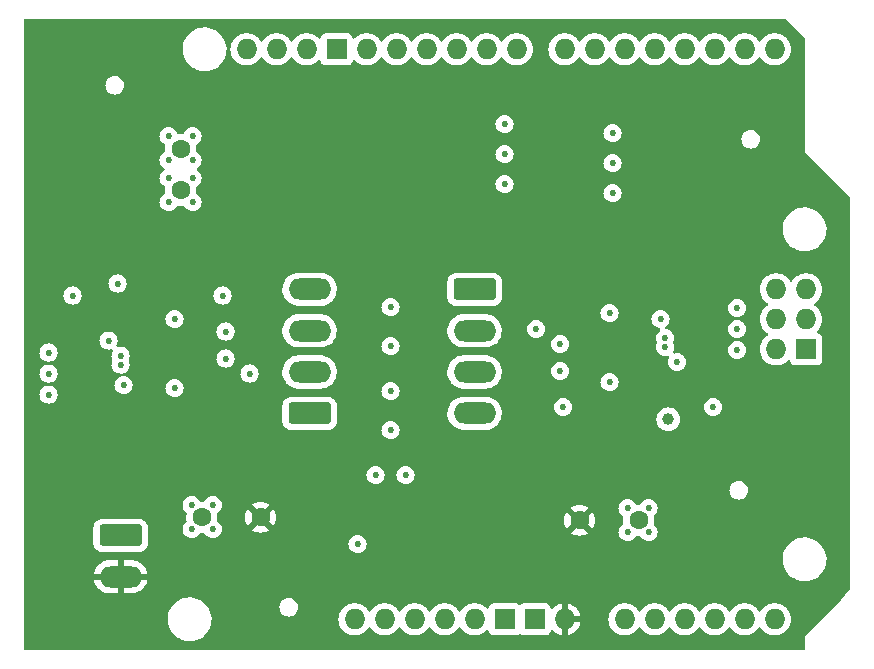
<source format=gbr>
%TF.GenerationSoftware,KiCad,Pcbnew,(7.0.0)*%
%TF.CreationDate,2023-03-24T19:09:28-05:00*%
%TF.ProjectId,TurretCtl,54757272-6574-4437-946c-2e6b69636164,rev?*%
%TF.SameCoordinates,Original*%
%TF.FileFunction,Copper,L3,Inr*%
%TF.FilePolarity,Positive*%
%FSLAX46Y46*%
G04 Gerber Fmt 4.6, Leading zero omitted, Abs format (unit mm)*
G04 Created by KiCad (PCBNEW (7.0.0)) date 2023-03-24 19:09:28*
%MOMM*%
%LPD*%
G01*
G04 APERTURE LIST*
G04 Aperture macros list*
%AMRoundRect*
0 Rectangle with rounded corners*
0 $1 Rounding radius*
0 $2 $3 $4 $5 $6 $7 $8 $9 X,Y pos of 4 corners*
0 Add a 4 corners polygon primitive as box body*
4,1,4,$2,$3,$4,$5,$6,$7,$8,$9,$2,$3,0*
0 Add four circle primitives for the rounded corners*
1,1,$1+$1,$2,$3*
1,1,$1+$1,$4,$5*
1,1,$1+$1,$6,$7*
1,1,$1+$1,$8,$9*
0 Add four rect primitives between the rounded corners*
20,1,$1+$1,$2,$3,$4,$5,0*
20,1,$1+$1,$4,$5,$6,$7,0*
20,1,$1+$1,$6,$7,$8,$9,0*
20,1,$1+$1,$8,$9,$2,$3,0*%
G04 Aperture macros list end*
%TA.AperFunction,ComponentPad*%
%ADD10O,1.727200X1.727200*%
%TD*%
%TA.AperFunction,ComponentPad*%
%ADD11R,1.727200X1.727200*%
%TD*%
%TA.AperFunction,ComponentPad*%
%ADD12RoundRect,0.250000X-1.550000X0.650000X-1.550000X-0.650000X1.550000X-0.650000X1.550000X0.650000X0*%
%TD*%
%TA.AperFunction,ComponentPad*%
%ADD13O,3.600000X1.800000*%
%TD*%
%TA.AperFunction,ComponentPad*%
%ADD14RoundRect,0.250000X1.550000X-0.650000X1.550000X0.650000X-1.550000X0.650000X-1.550000X-0.650000X0*%
%TD*%
%TA.AperFunction,ComponentPad*%
%ADD15C,1.600000*%
%TD*%
%TA.AperFunction,ViaPad*%
%ADD16C,0.530000*%
%TD*%
%TA.AperFunction,ViaPad*%
%ADD17C,1.000000*%
%TD*%
G04 APERTURE END LIST*
D10*
%TO.N,+12V*%
%TO.C,XA1*%
X68579999Y-111759999D03*
%TO.N,SDA*%
X44195999Y-63499999D03*
%TO.N,SCL*%
X41655999Y-63499999D03*
%TO.N,unconnected-(XA1-SPI_SCK-PadSCK)*%
X86486999Y-86359999D03*
%TO.N,unconnected-(XA1-SPI_RESET-PadRST2)*%
X86486999Y-88899999D03*
%TO.N,unconnected-(XA1-RESET-PadRST1)*%
X55879999Y-111759999D03*
%TO.N,unconnected-(XA1-SPI_MOSI-PadMOSI)*%
X89026999Y-86359999D03*
%TO.N,unconnected-(XA1-SPI_MISO-PadMISO)*%
X86486999Y-83819999D03*
%TO.N,unconnected-(XA1-IOREF-PadIORF)*%
X53339999Y-111759999D03*
D11*
%TO.N,unconnected-(XA1-SPI_GND-PadGND4)*%
X89026999Y-88899999D03*
%TO.N,GND*%
X66039999Y-111759999D03*
X63499999Y-111759999D03*
X49275999Y-63499999D03*
D10*
%TO.N,unconnected-(XA1-PadD13)*%
X51815999Y-63499999D03*
%TO.N,unconnected-(XA1-PadD12)*%
X54355999Y-63499999D03*
%TO.N,unconnected-(XA1-PadD11)*%
X56895999Y-63499999D03*
%TO.N,unconnected-(XA1-D10_CS-PadD10)*%
X59435999Y-63499999D03*
%TO.N,unconnected-(XA1-PadD9)*%
X61975999Y-63499999D03*
%TO.N,D8*%
X64515999Y-63499999D03*
%TO.N,D7*%
X68579999Y-63499999D03*
%TO.N,D6*%
X71119999Y-63499999D03*
%TO.N,S1_STEP*%
X73659999Y-63499999D03*
%TO.N,S1_DIR*%
X76199999Y-63499999D03*
%TO.N,S2_STEP*%
X78739999Y-63499999D03*
%TO.N,S2_DIR*%
X81279999Y-63499999D03*
%TO.N,unconnected-(XA1-D1_TX0-PadD1)*%
X83819999Y-63499999D03*
%TO.N,unconnected-(XA1-D0_RX0-PadD0)*%
X86359999Y-63499999D03*
%TO.N,unconnected-(XA1-PadAREF)*%
X46735999Y-63499999D03*
%TO.N,unconnected-(XA1-PadA5)*%
X86359999Y-111759999D03*
%TO.N,unconnected-(XA1-PadA4)*%
X83819999Y-111759999D03*
%TO.N,unconnected-(XA1-PadA3)*%
X81279999Y-111759999D03*
%TO.N,unconnected-(XA1-PadA2)*%
X78739999Y-111759999D03*
%TO.N,unconnected-(XA1-PadA1)*%
X76199999Y-111759999D03*
%TO.N,unconnected-(XA1-PadA0)*%
X73659999Y-111759999D03*
%TO.N,unconnected-(XA1-SPI_5V-Pad5V2)*%
X89026999Y-83819999D03*
%TO.N,+5V*%
X60959999Y-111759999D03*
%TO.N,unconnected-(XA1-3.3V-Pad3V3)*%
X58419999Y-111759999D03*
%TO.N,*%
X50799999Y-111759999D03*
%TD*%
D12*
%TO.N,GND*%
%TO.C,J4*%
X30988000Y-104648000D03*
D13*
%TO.N,+12V*%
X30987999Y-108147999D03*
%TD*%
%TO.N,S2_BOUT1*%
%TO.C,J3*%
X60959999Y-94319999D03*
%TO.N,S2_BOUT2*%
X60959999Y-90819999D03*
%TO.N,S2_AOUT2*%
X60959999Y-87319999D03*
D12*
%TO.N,S2_AOUT1*%
X60960000Y-83820000D03*
%TD*%
D13*
%TO.N,S1_BOUT1*%
%TO.C,J2*%
X46989999Y-83819999D03*
%TO.N,S1_BOUT2*%
X46989999Y-87319999D03*
%TO.N,S1_AOUT2*%
X46989999Y-90819999D03*
D14*
%TO.N,S1_AOUT1*%
X46990000Y-94320000D03*
%TD*%
D15*
%TO.N,+5V*%
%TO.C,C15*%
X36068000Y-75438000D03*
%TO.N,GND*%
X36068000Y-71938000D03*
%TD*%
%TO.N,+12V*%
%TO.C,C12*%
X69850000Y-103378000D03*
%TO.N,GND*%
X74850000Y-103378000D03*
%TD*%
%TO.N,+12V*%
%TO.C,C7*%
X42846000Y-103124000D03*
%TO.N,GND*%
X37846000Y-103124000D03*
%TD*%
D16*
%TO.N,+5V*%
X72390000Y-91694000D03*
X72390000Y-85852000D03*
%TO.N,*%
X35560000Y-92202000D03*
X35560000Y-86360000D03*
%TO.N,GND*%
X38782000Y-102108000D03*
%TO.N,+12V*%
X41830000Y-102108000D03*
X43862000Y-102108000D03*
%TO.N,GND*%
X38782000Y-104140000D03*
X37004000Y-102108000D03*
%TO.N,+12V*%
X41830000Y-104140000D03*
X43862000Y-104140000D03*
%TO.N,GND*%
X37004000Y-104140000D03*
X31242000Y-91948000D03*
X76708000Y-86360000D03*
X73914000Y-104394000D03*
X75692000Y-104394000D03*
X75692000Y-102362000D03*
X73914000Y-102362000D03*
%TO.N,+12V*%
X68834000Y-104394000D03*
X70866000Y-104394000D03*
X70866000Y-102362000D03*
X68834000Y-102362000D03*
%TO.N,GND*%
X55118000Y-99568000D03*
X52578000Y-99568000D03*
%TO.N,+12V*%
X56642000Y-105410000D03*
%TO.N,+5V*%
X51054000Y-105410000D03*
X72644000Y-75692000D03*
X72644000Y-73152000D03*
X72644000Y-70612000D03*
%TO.N,GND*%
X37084000Y-72898000D03*
X35052000Y-72898000D03*
X35052000Y-70866000D03*
X37084000Y-70866000D03*
%TO.N,+5V*%
X37084000Y-76454000D03*
X35052000Y-76454000D03*
X35052000Y-74422000D03*
X37084000Y-74422000D03*
%TO.N,GND*%
X63500000Y-74930000D03*
X63500000Y-72390000D03*
X63500000Y-69850000D03*
%TO.N,+12V*%
X66802000Y-84836000D03*
%TO.N,S2_DIR*%
X77101893Y-87968000D03*
%TO.N,S2_STEP*%
X77101893Y-88717500D03*
%TO.N,GND*%
X66179893Y-87206000D03*
X68211893Y-88476000D03*
X68211893Y-90762000D03*
X83197893Y-85428000D03*
X68465893Y-93810000D03*
X83197893Y-87206000D03*
D17*
X77355893Y-94826000D03*
D16*
%TO.N,+5V*%
X78117893Y-90000000D03*
%TO.N,GND*%
X81165893Y-93810000D03*
%TO.N,+12V*%
X66433893Y-92794000D03*
%TO.N,GND*%
X83197893Y-88984000D03*
%TO.N,S1_DIR*%
X30988000Y-90189000D03*
%TO.N,S1_STEP*%
X30988000Y-89439500D03*
%TO.N,GND*%
X53848000Y-95758000D03*
X53848000Y-92456000D03*
X53848000Y-88646000D03*
X53848000Y-85344000D03*
%TO.N,+5V*%
X29972000Y-88157000D03*
%TO.N,GND*%
X41910000Y-90951000D03*
%TO.N,+12V*%
X41148000Y-92983000D03*
X41656000Y-85363000D03*
%TO.N,GND*%
X39878000Y-89681000D03*
X39878000Y-87395000D03*
X39624000Y-84347000D03*
X26924000Y-84347000D03*
X30734000Y-83331000D03*
X24892000Y-92729000D03*
X24892000Y-90951000D03*
X24892000Y-89173000D03*
%TD*%
%TA.AperFunction,Conductor*%
%TO.N,+12V*%
G36*
X87289042Y-60915939D02*
G01*
X87329270Y-60942819D01*
X88917181Y-62530731D01*
X88944061Y-62570959D01*
X88953500Y-62618412D01*
X88953500Y-72099495D01*
X88953336Y-72102404D01*
X88949638Y-72112974D01*
X88951201Y-72126851D01*
X88951201Y-72126854D01*
X88952721Y-72140341D01*
X88953209Y-72149042D01*
X88953500Y-72151625D01*
X88953500Y-72158590D01*
X88955049Y-72165381D01*
X88955340Y-72167957D01*
X88956800Y-72176554D01*
X88959884Y-72203924D01*
X88966107Y-72213828D01*
X88968710Y-72225231D01*
X88977417Y-72236150D01*
X88977419Y-72236153D01*
X88985888Y-72246772D01*
X88990932Y-72253880D01*
X88992546Y-72255904D01*
X88996252Y-72261801D01*
X89001171Y-72266720D01*
X89002794Y-72268755D01*
X89008601Y-72275252D01*
X89025776Y-72296788D01*
X89035867Y-72301647D01*
X89038042Y-72303591D01*
X92727181Y-75992731D01*
X92754061Y-76032959D01*
X92763500Y-76080412D01*
X92763500Y-109102515D01*
X92756094Y-109144728D01*
X92734759Y-109181898D01*
X91549394Y-110604334D01*
X91541816Y-110612632D01*
X89038043Y-113116406D01*
X89035864Y-113118353D01*
X89025776Y-113123212D01*
X89017068Y-113134129D01*
X89017066Y-113134132D01*
X89008599Y-113144749D01*
X89002788Y-113151251D01*
X89001167Y-113153282D01*
X88996252Y-113158199D01*
X88992552Y-113164085D01*
X88990941Y-113166106D01*
X88985890Y-113173224D01*
X88977418Y-113183847D01*
X88977415Y-113183852D01*
X88968710Y-113194769D01*
X88966107Y-113206171D01*
X88959884Y-113216076D01*
X88958320Y-113229954D01*
X88958319Y-113229958D01*
X88956801Y-113243439D01*
X88955338Y-113252049D01*
X88955047Y-113254628D01*
X88953500Y-113261410D01*
X88953500Y-113268364D01*
X88953209Y-113270947D01*
X88952721Y-113279659D01*
X88951201Y-113293145D01*
X88951201Y-113293148D01*
X88949638Y-113307026D01*
X88953336Y-113317595D01*
X88953500Y-113320505D01*
X88953500Y-114229500D01*
X88936887Y-114291500D01*
X88891500Y-114336887D01*
X88829500Y-114353500D01*
X22930500Y-114353500D01*
X22868500Y-114336887D01*
X22823113Y-114291500D01*
X22806500Y-114229500D01*
X22806500Y-111827911D01*
X34971780Y-111827911D01*
X34972274Y-111832408D01*
X34972275Y-111832413D01*
X35000973Y-112093235D01*
X35000974Y-112093242D01*
X35001470Y-112097747D01*
X35002615Y-112102127D01*
X35002617Y-112102137D01*
X35066125Y-112345056D01*
X35070132Y-112360384D01*
X35071897Y-112364538D01*
X35071900Y-112364546D01*
X35173737Y-112604186D01*
X35176303Y-112610224D01*
X35178665Y-112614095D01*
X35178666Y-112614096D01*
X35269477Y-112762897D01*
X35317719Y-112841944D01*
X35320612Y-112845420D01*
X35320614Y-112845423D01*
X35337681Y-112865931D01*
X35491368Y-113050604D01*
X35494734Y-113053620D01*
X35494737Y-113053623D01*
X35563214Y-113114979D01*
X35693546Y-113231757D01*
X35919947Y-113381542D01*
X36165743Y-113496767D01*
X36170077Y-113498071D01*
X36170080Y-113498072D01*
X36232963Y-113516990D01*
X36425697Y-113574975D01*
X36694268Y-113614500D01*
X36895520Y-113614500D01*
X36897781Y-113614500D01*
X37100740Y-113599645D01*
X37365709Y-113540621D01*
X37619261Y-113443646D01*
X37855991Y-113310786D01*
X38070853Y-113144875D01*
X38259269Y-112949447D01*
X38417223Y-112728668D01*
X38541348Y-112487244D01*
X38628998Y-112230320D01*
X38678306Y-111963371D01*
X38685738Y-111760000D01*
X49431225Y-111760000D01*
X49431649Y-111765117D01*
X49449468Y-111980174D01*
X49449469Y-111980183D01*
X49449893Y-111985293D01*
X49451150Y-111990260D01*
X49451152Y-111990267D01*
X49478370Y-112097747D01*
X49505389Y-112204441D01*
X49507449Y-112209137D01*
X49594138Y-112406770D01*
X49594141Y-112406775D01*
X49596198Y-112411465D01*
X49606870Y-112427799D01*
X49717042Y-112596431D01*
X49717045Y-112596435D01*
X49719844Y-112600719D01*
X49723309Y-112604483D01*
X49723313Y-112604488D01*
X49869485Y-112763272D01*
X49872954Y-112767040D01*
X50051351Y-112905893D01*
X50250169Y-113013488D01*
X50463986Y-113086891D01*
X50686967Y-113124100D01*
X50907900Y-113124100D01*
X50913033Y-113124100D01*
X51136014Y-113086891D01*
X51349831Y-113013488D01*
X51548649Y-112905893D01*
X51727046Y-112767040D01*
X51880156Y-112600719D01*
X51966190Y-112469033D01*
X52010982Y-112427799D01*
X52070000Y-112412854D01*
X52129018Y-112427799D01*
X52173809Y-112469033D01*
X52257038Y-112596426D01*
X52257045Y-112596435D01*
X52259844Y-112600719D01*
X52263309Y-112604483D01*
X52263313Y-112604488D01*
X52409485Y-112763272D01*
X52412954Y-112767040D01*
X52591351Y-112905893D01*
X52790169Y-113013488D01*
X53003986Y-113086891D01*
X53226967Y-113124100D01*
X53447900Y-113124100D01*
X53453033Y-113124100D01*
X53676014Y-113086891D01*
X53889831Y-113013488D01*
X54088649Y-112905893D01*
X54267046Y-112767040D01*
X54420156Y-112600719D01*
X54506190Y-112469033D01*
X54550982Y-112427799D01*
X54610000Y-112412854D01*
X54669018Y-112427799D01*
X54713809Y-112469033D01*
X54797038Y-112596426D01*
X54797045Y-112596435D01*
X54799844Y-112600719D01*
X54803309Y-112604483D01*
X54803313Y-112604488D01*
X54949485Y-112763272D01*
X54952954Y-112767040D01*
X55131351Y-112905893D01*
X55330169Y-113013488D01*
X55543986Y-113086891D01*
X55766967Y-113124100D01*
X55987900Y-113124100D01*
X55993033Y-113124100D01*
X56216014Y-113086891D01*
X56429831Y-113013488D01*
X56628649Y-112905893D01*
X56807046Y-112767040D01*
X56960156Y-112600719D01*
X57046190Y-112469033D01*
X57090982Y-112427799D01*
X57150000Y-112412854D01*
X57209018Y-112427799D01*
X57253809Y-112469033D01*
X57337038Y-112596426D01*
X57337045Y-112596435D01*
X57339844Y-112600719D01*
X57343309Y-112604483D01*
X57343313Y-112604488D01*
X57489485Y-112763272D01*
X57492954Y-112767040D01*
X57671351Y-112905893D01*
X57870169Y-113013488D01*
X58083986Y-113086891D01*
X58306967Y-113124100D01*
X58527900Y-113124100D01*
X58533033Y-113124100D01*
X58756014Y-113086891D01*
X58969831Y-113013488D01*
X59168649Y-112905893D01*
X59347046Y-112767040D01*
X59500156Y-112600719D01*
X59586190Y-112469033D01*
X59630982Y-112427799D01*
X59690000Y-112412854D01*
X59749018Y-112427799D01*
X59793809Y-112469033D01*
X59877038Y-112596426D01*
X59877045Y-112596435D01*
X59879844Y-112600719D01*
X59883309Y-112604483D01*
X59883313Y-112604488D01*
X60029485Y-112763272D01*
X60032954Y-112767040D01*
X60211351Y-112905893D01*
X60410169Y-113013488D01*
X60623986Y-113086891D01*
X60846967Y-113124100D01*
X61067900Y-113124100D01*
X61073033Y-113124100D01*
X61296014Y-113086891D01*
X61509831Y-113013488D01*
X61708649Y-112905893D01*
X61887046Y-112767040D01*
X61941433Y-112707959D01*
X61994056Y-112674105D01*
X62056511Y-112670257D01*
X62112893Y-112697395D01*
X62148845Y-112748608D01*
X62155720Y-112767040D01*
X62192604Y-112865931D01*
X62197918Y-112873030D01*
X62197919Y-112873031D01*
X62229999Y-112915885D01*
X62278854Y-112981146D01*
X62394069Y-113067396D01*
X62528917Y-113117691D01*
X62588527Y-113124100D01*
X64411472Y-113124099D01*
X64471083Y-113117691D01*
X64605931Y-113067396D01*
X64695689Y-113000202D01*
X64743642Y-112978304D01*
X64796358Y-112978304D01*
X64844310Y-113000202D01*
X64934069Y-113067396D01*
X65068917Y-113117691D01*
X65128527Y-113124100D01*
X66951472Y-113124099D01*
X67011083Y-113117691D01*
X67145931Y-113067396D01*
X67261146Y-112981146D01*
X67347396Y-112865931D01*
X67391350Y-112748081D01*
X67427302Y-112696869D01*
X67483683Y-112669731D01*
X67546138Y-112673579D01*
X67598762Y-112707433D01*
X67649820Y-112762897D01*
X67657341Y-112769821D01*
X67827579Y-112902322D01*
X67836134Y-112907911D01*
X68025866Y-113010590D01*
X68035218Y-113014692D01*
X68239255Y-113084737D01*
X68249167Y-113087248D01*
X68316679Y-113098514D01*
X68327636Y-113097947D01*
X68330000Y-113087230D01*
X68830000Y-113087230D01*
X68832363Y-113097947D01*
X68843320Y-113098514D01*
X68910832Y-113087248D01*
X68920744Y-113084737D01*
X69124781Y-113014692D01*
X69134133Y-113010590D01*
X69323865Y-112907911D01*
X69332420Y-112902322D01*
X69502658Y-112769821D01*
X69510179Y-112762897D01*
X69656284Y-112604186D01*
X69662567Y-112596113D01*
X69780554Y-112415519D01*
X69785420Y-112406529D01*
X69872075Y-112208974D01*
X69875394Y-112199307D01*
X69919858Y-112023724D01*
X69920089Y-112012525D01*
X69909175Y-112010000D01*
X68846326Y-112010000D01*
X68833450Y-112013450D01*
X68830000Y-112026326D01*
X68830000Y-113087230D01*
X68330000Y-113087230D01*
X68330000Y-111760000D01*
X72291225Y-111760000D01*
X72291649Y-111765117D01*
X72309468Y-111980174D01*
X72309469Y-111980183D01*
X72309893Y-111985293D01*
X72311150Y-111990260D01*
X72311152Y-111990267D01*
X72338370Y-112097747D01*
X72365389Y-112204441D01*
X72367449Y-112209137D01*
X72454138Y-112406770D01*
X72454141Y-112406775D01*
X72456198Y-112411465D01*
X72466870Y-112427799D01*
X72577042Y-112596431D01*
X72577045Y-112596435D01*
X72579844Y-112600719D01*
X72583309Y-112604483D01*
X72583313Y-112604488D01*
X72729485Y-112763272D01*
X72732954Y-112767040D01*
X72911351Y-112905893D01*
X73110169Y-113013488D01*
X73323986Y-113086891D01*
X73546967Y-113124100D01*
X73767900Y-113124100D01*
X73773033Y-113124100D01*
X73996014Y-113086891D01*
X74209831Y-113013488D01*
X74408649Y-112905893D01*
X74587046Y-112767040D01*
X74740156Y-112600719D01*
X74826190Y-112469033D01*
X74870982Y-112427799D01*
X74930000Y-112412854D01*
X74989018Y-112427799D01*
X75033809Y-112469033D01*
X75117038Y-112596426D01*
X75117045Y-112596435D01*
X75119844Y-112600719D01*
X75123309Y-112604483D01*
X75123313Y-112604488D01*
X75269485Y-112763272D01*
X75272954Y-112767040D01*
X75451351Y-112905893D01*
X75650169Y-113013488D01*
X75863986Y-113086891D01*
X76086967Y-113124100D01*
X76307900Y-113124100D01*
X76313033Y-113124100D01*
X76536014Y-113086891D01*
X76749831Y-113013488D01*
X76948649Y-112905893D01*
X77127046Y-112767040D01*
X77280156Y-112600719D01*
X77366190Y-112469033D01*
X77410982Y-112427799D01*
X77470000Y-112412854D01*
X77529018Y-112427799D01*
X77573809Y-112469033D01*
X77657038Y-112596426D01*
X77657045Y-112596435D01*
X77659844Y-112600719D01*
X77663309Y-112604483D01*
X77663313Y-112604488D01*
X77809485Y-112763272D01*
X77812954Y-112767040D01*
X77991351Y-112905893D01*
X78190169Y-113013488D01*
X78403986Y-113086891D01*
X78626967Y-113124100D01*
X78847900Y-113124100D01*
X78853033Y-113124100D01*
X79076014Y-113086891D01*
X79289831Y-113013488D01*
X79488649Y-112905893D01*
X79667046Y-112767040D01*
X79820156Y-112600719D01*
X79906190Y-112469033D01*
X79950982Y-112427799D01*
X80010000Y-112412854D01*
X80069018Y-112427799D01*
X80113809Y-112469033D01*
X80197038Y-112596426D01*
X80197045Y-112596435D01*
X80199844Y-112600719D01*
X80203309Y-112604483D01*
X80203313Y-112604488D01*
X80349485Y-112763272D01*
X80352954Y-112767040D01*
X80531351Y-112905893D01*
X80730169Y-113013488D01*
X80943986Y-113086891D01*
X81166967Y-113124100D01*
X81387900Y-113124100D01*
X81393033Y-113124100D01*
X81616014Y-113086891D01*
X81829831Y-113013488D01*
X82028649Y-112905893D01*
X82207046Y-112767040D01*
X82360156Y-112600719D01*
X82446190Y-112469033D01*
X82490982Y-112427799D01*
X82550000Y-112412854D01*
X82609018Y-112427799D01*
X82653809Y-112469033D01*
X82737038Y-112596426D01*
X82737045Y-112596435D01*
X82739844Y-112600719D01*
X82743309Y-112604483D01*
X82743313Y-112604488D01*
X82889485Y-112763272D01*
X82892954Y-112767040D01*
X83071351Y-112905893D01*
X83270169Y-113013488D01*
X83483986Y-113086891D01*
X83706967Y-113124100D01*
X83927900Y-113124100D01*
X83933033Y-113124100D01*
X84156014Y-113086891D01*
X84369831Y-113013488D01*
X84568649Y-112905893D01*
X84747046Y-112767040D01*
X84900156Y-112600719D01*
X84986190Y-112469033D01*
X85030982Y-112427799D01*
X85090000Y-112412854D01*
X85149018Y-112427799D01*
X85193809Y-112469033D01*
X85277038Y-112596426D01*
X85277045Y-112596435D01*
X85279844Y-112600719D01*
X85283309Y-112604483D01*
X85283313Y-112604488D01*
X85429485Y-112763272D01*
X85432954Y-112767040D01*
X85611351Y-112905893D01*
X85810169Y-113013488D01*
X86023986Y-113086891D01*
X86246967Y-113124100D01*
X86467900Y-113124100D01*
X86473033Y-113124100D01*
X86696014Y-113086891D01*
X86909831Y-113013488D01*
X87108649Y-112905893D01*
X87287046Y-112767040D01*
X87440156Y-112600719D01*
X87563802Y-112411465D01*
X87654611Y-112204441D01*
X87710107Y-111985293D01*
X87728775Y-111760000D01*
X87710107Y-111534707D01*
X87654611Y-111315559D01*
X87563802Y-111108535D01*
X87461498Y-110951948D01*
X87442957Y-110923568D01*
X87442956Y-110923566D01*
X87440156Y-110919281D01*
X87436688Y-110915514D01*
X87436686Y-110915511D01*
X87290514Y-110756727D01*
X87290512Y-110756725D01*
X87287046Y-110752960D01*
X87266640Y-110737077D01*
X87112694Y-110617255D01*
X87112691Y-110617253D01*
X87108649Y-110614107D01*
X87034970Y-110574234D01*
X86914335Y-110508949D01*
X86914330Y-110508947D01*
X86909831Y-110506512D01*
X86904990Y-110504850D01*
X86904983Y-110504847D01*
X86700867Y-110434775D01*
X86700866Y-110434774D01*
X86696014Y-110433109D01*
X86690964Y-110432266D01*
X86690955Y-110432264D01*
X86478095Y-110396744D01*
X86478086Y-110396743D01*
X86473033Y-110395900D01*
X86246967Y-110395900D01*
X86241914Y-110396743D01*
X86241904Y-110396744D01*
X86029044Y-110432264D01*
X86029032Y-110432266D01*
X86023986Y-110433109D01*
X86019136Y-110434773D01*
X86019132Y-110434775D01*
X85815016Y-110504847D01*
X85815005Y-110504851D01*
X85810169Y-110506512D01*
X85805673Y-110508944D01*
X85805664Y-110508949D01*
X85615857Y-110611668D01*
X85615852Y-110611670D01*
X85611351Y-110614107D01*
X85607314Y-110617248D01*
X85607305Y-110617255D01*
X85436995Y-110749814D01*
X85436989Y-110749818D01*
X85432954Y-110752960D01*
X85429492Y-110756719D01*
X85429485Y-110756727D01*
X85283313Y-110915511D01*
X85283304Y-110915521D01*
X85279844Y-110919281D01*
X85277048Y-110923560D01*
X85277036Y-110923576D01*
X85193807Y-111050967D01*
X85149016Y-111092200D01*
X85089998Y-111107145D01*
X85030981Y-111092199D01*
X84986190Y-111050966D01*
X84984112Y-111047786D01*
X84968714Y-111024216D01*
X84902961Y-110923573D01*
X84902955Y-110923565D01*
X84900156Y-110919281D01*
X84896688Y-110915514D01*
X84896686Y-110915511D01*
X84750514Y-110756727D01*
X84750512Y-110756725D01*
X84747046Y-110752960D01*
X84726640Y-110737077D01*
X84572694Y-110617255D01*
X84572691Y-110617253D01*
X84568649Y-110614107D01*
X84494970Y-110574234D01*
X84374335Y-110508949D01*
X84374330Y-110508947D01*
X84369831Y-110506512D01*
X84364990Y-110504850D01*
X84364983Y-110504847D01*
X84160867Y-110434775D01*
X84160866Y-110434774D01*
X84156014Y-110433109D01*
X84150964Y-110432266D01*
X84150955Y-110432264D01*
X83938095Y-110396744D01*
X83938086Y-110396743D01*
X83933033Y-110395900D01*
X83706967Y-110395900D01*
X83701914Y-110396743D01*
X83701904Y-110396744D01*
X83489044Y-110432264D01*
X83489032Y-110432266D01*
X83483986Y-110433109D01*
X83479136Y-110434773D01*
X83479132Y-110434775D01*
X83275016Y-110504847D01*
X83275005Y-110504851D01*
X83270169Y-110506512D01*
X83265673Y-110508944D01*
X83265664Y-110508949D01*
X83075857Y-110611668D01*
X83075852Y-110611670D01*
X83071351Y-110614107D01*
X83067314Y-110617248D01*
X83067305Y-110617255D01*
X82896995Y-110749814D01*
X82896989Y-110749818D01*
X82892954Y-110752960D01*
X82889492Y-110756719D01*
X82889485Y-110756727D01*
X82743313Y-110915511D01*
X82743304Y-110915521D01*
X82739844Y-110919281D01*
X82737048Y-110923560D01*
X82737036Y-110923576D01*
X82653807Y-111050967D01*
X82609016Y-111092200D01*
X82549998Y-111107145D01*
X82490981Y-111092199D01*
X82446190Y-111050966D01*
X82444112Y-111047786D01*
X82428714Y-111024216D01*
X82362961Y-110923573D01*
X82362955Y-110923565D01*
X82360156Y-110919281D01*
X82356688Y-110915514D01*
X82356686Y-110915511D01*
X82210514Y-110756727D01*
X82210512Y-110756725D01*
X82207046Y-110752960D01*
X82186640Y-110737077D01*
X82032694Y-110617255D01*
X82032691Y-110617253D01*
X82028649Y-110614107D01*
X81954970Y-110574234D01*
X81834335Y-110508949D01*
X81834330Y-110508947D01*
X81829831Y-110506512D01*
X81824990Y-110504850D01*
X81824983Y-110504847D01*
X81620867Y-110434775D01*
X81620866Y-110434774D01*
X81616014Y-110433109D01*
X81610964Y-110432266D01*
X81610955Y-110432264D01*
X81398095Y-110396744D01*
X81398086Y-110396743D01*
X81393033Y-110395900D01*
X81166967Y-110395900D01*
X81161914Y-110396743D01*
X81161904Y-110396744D01*
X80949044Y-110432264D01*
X80949032Y-110432266D01*
X80943986Y-110433109D01*
X80939136Y-110434773D01*
X80939132Y-110434775D01*
X80735016Y-110504847D01*
X80735005Y-110504851D01*
X80730169Y-110506512D01*
X80725673Y-110508944D01*
X80725664Y-110508949D01*
X80535857Y-110611668D01*
X80535852Y-110611670D01*
X80531351Y-110614107D01*
X80527314Y-110617248D01*
X80527305Y-110617255D01*
X80356995Y-110749814D01*
X80356989Y-110749818D01*
X80352954Y-110752960D01*
X80349492Y-110756719D01*
X80349485Y-110756727D01*
X80203313Y-110915511D01*
X80203304Y-110915521D01*
X80199844Y-110919281D01*
X80197048Y-110923560D01*
X80197036Y-110923576D01*
X80113807Y-111050967D01*
X80069016Y-111092200D01*
X80009998Y-111107145D01*
X79950981Y-111092199D01*
X79906190Y-111050966D01*
X79904112Y-111047786D01*
X79888714Y-111024216D01*
X79822961Y-110923573D01*
X79822955Y-110923565D01*
X79820156Y-110919281D01*
X79816688Y-110915514D01*
X79816686Y-110915511D01*
X79670514Y-110756727D01*
X79670512Y-110756725D01*
X79667046Y-110752960D01*
X79646640Y-110737077D01*
X79492694Y-110617255D01*
X79492691Y-110617253D01*
X79488649Y-110614107D01*
X79414970Y-110574234D01*
X79294335Y-110508949D01*
X79294330Y-110508947D01*
X79289831Y-110506512D01*
X79284990Y-110504850D01*
X79284983Y-110504847D01*
X79080867Y-110434775D01*
X79080866Y-110434774D01*
X79076014Y-110433109D01*
X79070964Y-110432266D01*
X79070955Y-110432264D01*
X78858095Y-110396744D01*
X78858086Y-110396743D01*
X78853033Y-110395900D01*
X78626967Y-110395900D01*
X78621914Y-110396743D01*
X78621904Y-110396744D01*
X78409044Y-110432264D01*
X78409032Y-110432266D01*
X78403986Y-110433109D01*
X78399136Y-110434773D01*
X78399132Y-110434775D01*
X78195016Y-110504847D01*
X78195005Y-110504851D01*
X78190169Y-110506512D01*
X78185673Y-110508944D01*
X78185664Y-110508949D01*
X77995857Y-110611668D01*
X77995852Y-110611670D01*
X77991351Y-110614107D01*
X77987314Y-110617248D01*
X77987305Y-110617255D01*
X77816995Y-110749814D01*
X77816989Y-110749818D01*
X77812954Y-110752960D01*
X77809492Y-110756719D01*
X77809485Y-110756727D01*
X77663313Y-110915511D01*
X77663304Y-110915521D01*
X77659844Y-110919281D01*
X77657048Y-110923560D01*
X77657036Y-110923576D01*
X77573807Y-111050967D01*
X77529016Y-111092200D01*
X77469998Y-111107145D01*
X77410981Y-111092199D01*
X77366190Y-111050966D01*
X77364112Y-111047786D01*
X77348714Y-111024216D01*
X77282961Y-110923573D01*
X77282955Y-110923565D01*
X77280156Y-110919281D01*
X77276688Y-110915514D01*
X77276686Y-110915511D01*
X77130514Y-110756727D01*
X77130512Y-110756725D01*
X77127046Y-110752960D01*
X77106640Y-110737077D01*
X76952694Y-110617255D01*
X76952691Y-110617253D01*
X76948649Y-110614107D01*
X76874970Y-110574234D01*
X76754335Y-110508949D01*
X76754330Y-110508947D01*
X76749831Y-110506512D01*
X76744990Y-110504850D01*
X76744983Y-110504847D01*
X76540867Y-110434775D01*
X76540866Y-110434774D01*
X76536014Y-110433109D01*
X76530964Y-110432266D01*
X76530955Y-110432264D01*
X76318095Y-110396744D01*
X76318086Y-110396743D01*
X76313033Y-110395900D01*
X76086967Y-110395900D01*
X76081914Y-110396743D01*
X76081904Y-110396744D01*
X75869044Y-110432264D01*
X75869032Y-110432266D01*
X75863986Y-110433109D01*
X75859136Y-110434773D01*
X75859132Y-110434775D01*
X75655016Y-110504847D01*
X75655005Y-110504851D01*
X75650169Y-110506512D01*
X75645673Y-110508944D01*
X75645664Y-110508949D01*
X75455857Y-110611668D01*
X75455852Y-110611670D01*
X75451351Y-110614107D01*
X75447314Y-110617248D01*
X75447305Y-110617255D01*
X75276995Y-110749814D01*
X75276989Y-110749818D01*
X75272954Y-110752960D01*
X75269492Y-110756719D01*
X75269485Y-110756727D01*
X75123313Y-110915511D01*
X75123304Y-110915521D01*
X75119844Y-110919281D01*
X75117048Y-110923560D01*
X75117036Y-110923576D01*
X75033807Y-111050967D01*
X74989016Y-111092200D01*
X74929998Y-111107145D01*
X74870981Y-111092199D01*
X74826190Y-111050966D01*
X74824112Y-111047786D01*
X74808714Y-111024216D01*
X74742961Y-110923573D01*
X74742955Y-110923565D01*
X74740156Y-110919281D01*
X74736688Y-110915514D01*
X74736686Y-110915511D01*
X74590514Y-110756727D01*
X74590512Y-110756725D01*
X74587046Y-110752960D01*
X74566640Y-110737077D01*
X74412694Y-110617255D01*
X74412691Y-110617253D01*
X74408649Y-110614107D01*
X74334970Y-110574234D01*
X74214335Y-110508949D01*
X74214330Y-110508947D01*
X74209831Y-110506512D01*
X74204990Y-110504850D01*
X74204983Y-110504847D01*
X74000867Y-110434775D01*
X74000866Y-110434774D01*
X73996014Y-110433109D01*
X73990964Y-110432266D01*
X73990955Y-110432264D01*
X73778095Y-110396744D01*
X73778086Y-110396743D01*
X73773033Y-110395900D01*
X73546967Y-110395900D01*
X73541914Y-110396743D01*
X73541904Y-110396744D01*
X73329044Y-110432264D01*
X73329032Y-110432266D01*
X73323986Y-110433109D01*
X73319136Y-110434773D01*
X73319132Y-110434775D01*
X73115016Y-110504847D01*
X73115005Y-110504851D01*
X73110169Y-110506512D01*
X73105673Y-110508944D01*
X73105664Y-110508949D01*
X72915857Y-110611668D01*
X72915852Y-110611670D01*
X72911351Y-110614107D01*
X72907314Y-110617248D01*
X72907305Y-110617255D01*
X72736995Y-110749814D01*
X72736989Y-110749818D01*
X72732954Y-110752960D01*
X72729492Y-110756719D01*
X72729485Y-110756727D01*
X72583313Y-110915511D01*
X72583304Y-110915521D01*
X72579844Y-110919281D01*
X72577049Y-110923558D01*
X72577042Y-110923568D01*
X72493809Y-111050967D01*
X72456198Y-111108535D01*
X72454143Y-111113219D01*
X72454138Y-111113229D01*
X72374786Y-111294135D01*
X72365389Y-111315559D01*
X72364131Y-111320524D01*
X72364130Y-111320529D01*
X72311152Y-111529732D01*
X72311150Y-111529741D01*
X72309893Y-111534707D01*
X72309469Y-111539814D01*
X72309468Y-111539825D01*
X72297225Y-111687586D01*
X72291225Y-111760000D01*
X68330000Y-111760000D01*
X68330000Y-111493674D01*
X68830000Y-111493674D01*
X68833450Y-111506549D01*
X68846326Y-111510000D01*
X69909175Y-111510000D01*
X69920089Y-111507474D01*
X69919858Y-111496275D01*
X69875394Y-111320692D01*
X69872075Y-111311025D01*
X69785420Y-111113470D01*
X69780554Y-111104480D01*
X69662567Y-110923886D01*
X69656284Y-110915813D01*
X69510179Y-110757102D01*
X69502658Y-110750178D01*
X69332420Y-110617677D01*
X69323865Y-110612088D01*
X69134133Y-110509409D01*
X69124781Y-110505307D01*
X68920744Y-110435262D01*
X68910832Y-110432751D01*
X68843320Y-110421485D01*
X68832363Y-110422052D01*
X68830000Y-110432770D01*
X68830000Y-111493674D01*
X68330000Y-111493674D01*
X68330000Y-110432770D01*
X68327636Y-110422052D01*
X68316679Y-110421485D01*
X68249167Y-110432751D01*
X68239255Y-110435262D01*
X68035218Y-110505307D01*
X68025866Y-110509409D01*
X67836134Y-110612088D01*
X67827579Y-110617677D01*
X67657341Y-110750178D01*
X67649813Y-110757108D01*
X67598761Y-110812566D01*
X67546138Y-110846420D01*
X67483683Y-110850268D01*
X67427302Y-110823130D01*
X67391350Y-110771916D01*
X67383242Y-110750178D01*
X67347396Y-110654069D01*
X67261146Y-110538854D01*
X67145931Y-110452604D01*
X67011083Y-110402309D01*
X67003370Y-110401479D01*
X67003367Y-110401479D01*
X66954780Y-110396255D01*
X66954769Y-110396254D01*
X66951473Y-110395900D01*
X66948150Y-110395900D01*
X65131839Y-110395900D01*
X65131820Y-110395900D01*
X65128528Y-110395901D01*
X65125250Y-110396253D01*
X65125238Y-110396254D01*
X65076631Y-110401479D01*
X65076625Y-110401480D01*
X65068917Y-110402309D01*
X65061652Y-110405018D01*
X65061646Y-110405020D01*
X64942380Y-110449504D01*
X64942378Y-110449504D01*
X64934069Y-110452604D01*
X64926972Y-110457916D01*
X64926964Y-110457921D01*
X64844310Y-110519796D01*
X64796358Y-110541695D01*
X64743642Y-110541695D01*
X64695690Y-110519796D01*
X64613035Y-110457921D01*
X64613029Y-110457918D01*
X64605931Y-110452604D01*
X64471083Y-110402309D01*
X64463370Y-110401479D01*
X64463367Y-110401479D01*
X64414780Y-110396255D01*
X64414769Y-110396254D01*
X64411473Y-110395900D01*
X64408150Y-110395900D01*
X62591839Y-110395900D01*
X62591820Y-110395900D01*
X62588528Y-110395901D01*
X62585250Y-110396253D01*
X62585238Y-110396254D01*
X62536631Y-110401479D01*
X62536625Y-110401480D01*
X62528917Y-110402309D01*
X62521652Y-110405018D01*
X62521646Y-110405020D01*
X62402380Y-110449504D01*
X62402378Y-110449504D01*
X62394069Y-110452604D01*
X62386972Y-110457916D01*
X62386968Y-110457919D01*
X62285950Y-110533541D01*
X62285946Y-110533544D01*
X62278854Y-110538854D01*
X62273544Y-110545946D01*
X62273541Y-110545950D01*
X62197919Y-110646968D01*
X62197916Y-110646972D01*
X62192604Y-110654069D01*
X62189504Y-110662378D01*
X62189505Y-110662378D01*
X62148845Y-110771391D01*
X62112893Y-110822604D01*
X62056511Y-110849742D01*
X61994057Y-110845894D01*
X61941433Y-110812040D01*
X61890514Y-110756727D01*
X61890512Y-110756725D01*
X61887046Y-110752960D01*
X61866640Y-110737077D01*
X61712694Y-110617255D01*
X61712691Y-110617253D01*
X61708649Y-110614107D01*
X61634970Y-110574234D01*
X61514335Y-110508949D01*
X61514330Y-110508947D01*
X61509831Y-110506512D01*
X61504990Y-110504850D01*
X61504983Y-110504847D01*
X61300867Y-110434775D01*
X61300866Y-110434774D01*
X61296014Y-110433109D01*
X61290964Y-110432266D01*
X61290955Y-110432264D01*
X61078095Y-110396744D01*
X61078086Y-110396743D01*
X61073033Y-110395900D01*
X60846967Y-110395900D01*
X60841914Y-110396743D01*
X60841904Y-110396744D01*
X60629044Y-110432264D01*
X60629032Y-110432266D01*
X60623986Y-110433109D01*
X60619136Y-110434773D01*
X60619132Y-110434775D01*
X60415016Y-110504847D01*
X60415005Y-110504851D01*
X60410169Y-110506512D01*
X60405673Y-110508944D01*
X60405664Y-110508949D01*
X60215857Y-110611668D01*
X60215852Y-110611670D01*
X60211351Y-110614107D01*
X60207314Y-110617248D01*
X60207305Y-110617255D01*
X60036995Y-110749814D01*
X60036989Y-110749818D01*
X60032954Y-110752960D01*
X60029492Y-110756719D01*
X60029485Y-110756727D01*
X59883313Y-110915511D01*
X59883304Y-110915521D01*
X59879844Y-110919281D01*
X59877049Y-110923558D01*
X59877042Y-110923568D01*
X59793809Y-111050967D01*
X59749017Y-111092200D01*
X59690000Y-111107145D01*
X59630983Y-111092200D01*
X59586191Y-111050967D01*
X59502957Y-110923568D01*
X59502956Y-110923566D01*
X59500156Y-110919281D01*
X59496688Y-110915514D01*
X59496686Y-110915511D01*
X59350514Y-110756727D01*
X59350512Y-110756725D01*
X59347046Y-110752960D01*
X59326640Y-110737077D01*
X59172694Y-110617255D01*
X59172691Y-110617253D01*
X59168649Y-110614107D01*
X59094970Y-110574234D01*
X58974335Y-110508949D01*
X58974330Y-110508947D01*
X58969831Y-110506512D01*
X58964990Y-110504850D01*
X58964983Y-110504847D01*
X58760867Y-110434775D01*
X58760866Y-110434774D01*
X58756014Y-110433109D01*
X58750964Y-110432266D01*
X58750955Y-110432264D01*
X58538095Y-110396744D01*
X58538086Y-110396743D01*
X58533033Y-110395900D01*
X58306967Y-110395900D01*
X58301914Y-110396743D01*
X58301904Y-110396744D01*
X58089044Y-110432264D01*
X58089032Y-110432266D01*
X58083986Y-110433109D01*
X58079136Y-110434773D01*
X58079132Y-110434775D01*
X57875016Y-110504847D01*
X57875005Y-110504851D01*
X57870169Y-110506512D01*
X57865673Y-110508944D01*
X57865664Y-110508949D01*
X57675857Y-110611668D01*
X57675852Y-110611670D01*
X57671351Y-110614107D01*
X57667314Y-110617248D01*
X57667305Y-110617255D01*
X57496995Y-110749814D01*
X57496989Y-110749818D01*
X57492954Y-110752960D01*
X57489492Y-110756719D01*
X57489485Y-110756727D01*
X57343313Y-110915511D01*
X57343304Y-110915521D01*
X57339844Y-110919281D01*
X57337049Y-110923558D01*
X57337042Y-110923568D01*
X57253809Y-111050967D01*
X57209017Y-111092200D01*
X57150000Y-111107145D01*
X57090983Y-111092200D01*
X57046191Y-111050967D01*
X56962957Y-110923568D01*
X56962956Y-110923566D01*
X56960156Y-110919281D01*
X56956688Y-110915514D01*
X56956686Y-110915511D01*
X56810514Y-110756727D01*
X56810512Y-110756725D01*
X56807046Y-110752960D01*
X56786640Y-110737077D01*
X56632694Y-110617255D01*
X56632691Y-110617253D01*
X56628649Y-110614107D01*
X56554970Y-110574234D01*
X56434335Y-110508949D01*
X56434330Y-110508947D01*
X56429831Y-110506512D01*
X56424990Y-110504850D01*
X56424983Y-110504847D01*
X56220867Y-110434775D01*
X56220866Y-110434774D01*
X56216014Y-110433109D01*
X56210964Y-110432266D01*
X56210955Y-110432264D01*
X55998095Y-110396744D01*
X55998086Y-110396743D01*
X55993033Y-110395900D01*
X55766967Y-110395900D01*
X55761914Y-110396743D01*
X55761904Y-110396744D01*
X55549044Y-110432264D01*
X55549032Y-110432266D01*
X55543986Y-110433109D01*
X55539136Y-110434773D01*
X55539132Y-110434775D01*
X55335016Y-110504847D01*
X55335005Y-110504851D01*
X55330169Y-110506512D01*
X55325673Y-110508944D01*
X55325664Y-110508949D01*
X55135857Y-110611668D01*
X55135852Y-110611670D01*
X55131351Y-110614107D01*
X55127314Y-110617248D01*
X55127305Y-110617255D01*
X54956995Y-110749814D01*
X54956989Y-110749818D01*
X54952954Y-110752960D01*
X54949492Y-110756719D01*
X54949485Y-110756727D01*
X54803313Y-110915511D01*
X54803304Y-110915521D01*
X54799844Y-110919281D01*
X54797049Y-110923558D01*
X54797042Y-110923568D01*
X54713809Y-111050967D01*
X54669017Y-111092200D01*
X54610000Y-111107145D01*
X54550983Y-111092200D01*
X54506191Y-111050967D01*
X54422957Y-110923568D01*
X54422956Y-110923566D01*
X54420156Y-110919281D01*
X54416688Y-110915514D01*
X54416686Y-110915511D01*
X54270514Y-110756727D01*
X54270512Y-110756725D01*
X54267046Y-110752960D01*
X54246640Y-110737077D01*
X54092694Y-110617255D01*
X54092691Y-110617253D01*
X54088649Y-110614107D01*
X54014970Y-110574234D01*
X53894335Y-110508949D01*
X53894330Y-110508947D01*
X53889831Y-110506512D01*
X53884990Y-110504850D01*
X53884983Y-110504847D01*
X53680867Y-110434775D01*
X53680866Y-110434774D01*
X53676014Y-110433109D01*
X53670964Y-110432266D01*
X53670955Y-110432264D01*
X53458095Y-110396744D01*
X53458086Y-110396743D01*
X53453033Y-110395900D01*
X53226967Y-110395900D01*
X53221914Y-110396743D01*
X53221904Y-110396744D01*
X53009044Y-110432264D01*
X53009032Y-110432266D01*
X53003986Y-110433109D01*
X52999136Y-110434773D01*
X52999132Y-110434775D01*
X52795016Y-110504847D01*
X52795005Y-110504851D01*
X52790169Y-110506512D01*
X52785673Y-110508944D01*
X52785664Y-110508949D01*
X52595857Y-110611668D01*
X52595852Y-110611670D01*
X52591351Y-110614107D01*
X52587314Y-110617248D01*
X52587305Y-110617255D01*
X52416995Y-110749814D01*
X52416989Y-110749818D01*
X52412954Y-110752960D01*
X52409492Y-110756719D01*
X52409485Y-110756727D01*
X52263313Y-110915511D01*
X52263304Y-110915521D01*
X52259844Y-110919281D01*
X52257049Y-110923558D01*
X52257042Y-110923568D01*
X52173809Y-111050967D01*
X52129017Y-111092200D01*
X52070000Y-111107145D01*
X52010983Y-111092200D01*
X51966191Y-111050967D01*
X51882957Y-110923568D01*
X51882956Y-110923566D01*
X51880156Y-110919281D01*
X51876688Y-110915514D01*
X51876686Y-110915511D01*
X51730514Y-110756727D01*
X51730512Y-110756725D01*
X51727046Y-110752960D01*
X51706640Y-110737077D01*
X51552694Y-110617255D01*
X51552691Y-110617253D01*
X51548649Y-110614107D01*
X51474970Y-110574234D01*
X51354335Y-110508949D01*
X51354330Y-110508947D01*
X51349831Y-110506512D01*
X51344990Y-110504850D01*
X51344983Y-110504847D01*
X51140867Y-110434775D01*
X51140866Y-110434774D01*
X51136014Y-110433109D01*
X51130964Y-110432266D01*
X51130955Y-110432264D01*
X50918095Y-110396744D01*
X50918086Y-110396743D01*
X50913033Y-110395900D01*
X50686967Y-110395900D01*
X50681914Y-110396743D01*
X50681904Y-110396744D01*
X50469044Y-110432264D01*
X50469032Y-110432266D01*
X50463986Y-110433109D01*
X50459136Y-110434773D01*
X50459132Y-110434775D01*
X50255016Y-110504847D01*
X50255005Y-110504851D01*
X50250169Y-110506512D01*
X50245673Y-110508944D01*
X50245664Y-110508949D01*
X50055857Y-110611668D01*
X50055852Y-110611670D01*
X50051351Y-110614107D01*
X50047314Y-110617248D01*
X50047305Y-110617255D01*
X49876995Y-110749814D01*
X49876989Y-110749818D01*
X49872954Y-110752960D01*
X49869492Y-110756719D01*
X49869485Y-110756727D01*
X49723313Y-110915511D01*
X49723304Y-110915521D01*
X49719844Y-110919281D01*
X49717049Y-110923558D01*
X49717042Y-110923568D01*
X49633809Y-111050967D01*
X49596198Y-111108535D01*
X49594143Y-111113219D01*
X49594138Y-111113229D01*
X49514786Y-111294135D01*
X49505389Y-111315559D01*
X49504131Y-111320524D01*
X49504130Y-111320529D01*
X49451152Y-111529732D01*
X49451150Y-111529741D01*
X49449893Y-111534707D01*
X49449469Y-111539814D01*
X49449468Y-111539825D01*
X49437225Y-111687586D01*
X49431225Y-111760000D01*
X38685738Y-111760000D01*
X38688220Y-111692089D01*
X38658530Y-111422253D01*
X38589868Y-111159616D01*
X38572820Y-111119500D01*
X38485471Y-110913951D01*
X38483697Y-110909776D01*
X38382526Y-110744000D01*
X44430587Y-110744000D01*
X44431367Y-110750923D01*
X44449398Y-110910957D01*
X44449399Y-110910964D01*
X44450179Y-110917881D01*
X44452478Y-110924452D01*
X44452479Y-110924455D01*
X44501947Y-111065828D01*
X44507971Y-111083042D01*
X44601067Y-111231203D01*
X44724797Y-111354933D01*
X44872958Y-111448029D01*
X45038119Y-111505821D01*
X45212000Y-111525413D01*
X45385881Y-111505821D01*
X45551042Y-111448029D01*
X45699203Y-111354933D01*
X45822933Y-111231203D01*
X45916029Y-111083042D01*
X45973821Y-110917881D01*
X45993413Y-110744000D01*
X45973821Y-110570119D01*
X45916029Y-110404958D01*
X45822933Y-110256797D01*
X45699203Y-110133067D01*
X45608945Y-110076354D01*
X45556934Y-110043673D01*
X45556932Y-110043672D01*
X45551042Y-110039971D01*
X45544476Y-110037673D01*
X45544473Y-110037672D01*
X45392455Y-109984479D01*
X45392452Y-109984478D01*
X45385881Y-109982179D01*
X45378964Y-109981399D01*
X45378957Y-109981398D01*
X45218923Y-109963367D01*
X45212000Y-109962587D01*
X45205077Y-109963367D01*
X45045042Y-109981398D01*
X45045033Y-109981399D01*
X45038119Y-109982179D01*
X45031549Y-109984477D01*
X45031544Y-109984479D01*
X44879526Y-110037672D01*
X44879520Y-110037674D01*
X44872958Y-110039971D01*
X44867070Y-110043670D01*
X44867065Y-110043673D01*
X44730697Y-110129359D01*
X44730692Y-110129362D01*
X44724797Y-110133067D01*
X44719872Y-110137991D01*
X44719868Y-110137995D01*
X44605995Y-110251868D01*
X44605991Y-110251872D01*
X44601067Y-110256797D01*
X44597362Y-110262692D01*
X44597359Y-110262697D01*
X44511673Y-110399065D01*
X44511670Y-110399070D01*
X44507971Y-110404958D01*
X44505674Y-110411520D01*
X44505672Y-110411526D01*
X44452479Y-110563544D01*
X44452477Y-110563549D01*
X44450179Y-110570119D01*
X44449399Y-110577033D01*
X44449398Y-110577042D01*
X44431367Y-110737077D01*
X44430587Y-110744000D01*
X38382526Y-110744000D01*
X38342281Y-110678056D01*
X38168632Y-110469396D01*
X38165265Y-110466379D01*
X38165262Y-110466376D01*
X37969820Y-110291259D01*
X37966454Y-110288243D01*
X37740053Y-110138458D01*
X37735946Y-110136532D01*
X37735943Y-110136531D01*
X37498363Y-110025158D01*
X37498365Y-110025158D01*
X37494257Y-110023233D01*
X37489929Y-110021931D01*
X37489919Y-110021927D01*
X37238641Y-109946330D01*
X37238639Y-109946329D01*
X37234303Y-109945025D01*
X37229823Y-109944365D01*
X37229820Y-109944365D01*
X36970206Y-109906158D01*
X36970200Y-109906157D01*
X36965732Y-109905500D01*
X36762219Y-109905500D01*
X36759968Y-109905664D01*
X36759961Y-109905665D01*
X36563779Y-109920024D01*
X36563775Y-109920024D01*
X36559260Y-109920355D01*
X36554846Y-109921338D01*
X36554834Y-109921340D01*
X36298717Y-109978392D01*
X36298703Y-109978396D01*
X36294291Y-109979379D01*
X36290065Y-109980995D01*
X36290056Y-109980998D01*
X36044970Y-110074735D01*
X36044960Y-110074739D01*
X36040739Y-110076354D01*
X36036798Y-110078565D01*
X36036789Y-110078570D01*
X35807960Y-110206996D01*
X35807954Y-110206999D01*
X35804009Y-110209214D01*
X35800438Y-110211971D01*
X35800425Y-110211980D01*
X35592731Y-110372357D01*
X35592726Y-110372360D01*
X35589147Y-110375125D01*
X35586007Y-110378380D01*
X35586000Y-110378388D01*
X35403875Y-110567291D01*
X35403868Y-110567298D01*
X35400731Y-110570553D01*
X35398106Y-110574221D01*
X35398096Y-110574234D01*
X35245410Y-110787651D01*
X35245406Y-110787656D01*
X35242777Y-110791332D01*
X35240708Y-110795355D01*
X35240705Y-110795361D01*
X35120726Y-111028720D01*
X35120720Y-111028731D01*
X35118652Y-111032756D01*
X35117192Y-111037035D01*
X35117188Y-111037045D01*
X35032463Y-111285396D01*
X35031002Y-111289680D01*
X35030179Y-111294133D01*
X35030179Y-111294135D01*
X34982517Y-111552168D01*
X34982515Y-111552181D01*
X34981694Y-111556629D01*
X34981528Y-111561155D01*
X34981528Y-111561161D01*
X34971945Y-111823382D01*
X34971945Y-111823389D01*
X34971780Y-111827911D01*
X22806500Y-111827911D01*
X22806500Y-108411564D01*
X28712657Y-108411564D01*
X28743416Y-108554285D01*
X28746490Y-108564322D01*
X28831421Y-108775678D01*
X28836142Y-108785043D01*
X28955575Y-108979016D01*
X28961810Y-108987446D01*
X29112303Y-109158439D01*
X29119879Y-109165700D01*
X29297100Y-109308795D01*
X29305804Y-109314678D01*
X29504655Y-109425764D01*
X29514216Y-109430086D01*
X29728985Y-109505969D01*
X29739152Y-109508616D01*
X29963648Y-109547109D01*
X29974109Y-109548000D01*
X30721674Y-109548000D01*
X30734549Y-109544549D01*
X30738000Y-109531674D01*
X31238000Y-109531674D01*
X31241450Y-109544549D01*
X31254326Y-109548000D01*
X31944842Y-109548000D01*
X31950097Y-109547776D01*
X32120203Y-109533298D01*
X32130557Y-109531522D01*
X32350986Y-109474127D01*
X32360881Y-109470631D01*
X32568439Y-109376810D01*
X32577608Y-109371687D01*
X32766320Y-109244139D01*
X32774492Y-109237541D01*
X32938937Y-109079934D01*
X32945873Y-109072053D01*
X33081317Y-108888921D01*
X33086823Y-108879977D01*
X33189370Y-108676588D01*
X33193283Y-108666851D01*
X33259983Y-108449053D01*
X33262194Y-108438793D01*
X33265174Y-108415523D01*
X33263030Y-108401862D01*
X33249752Y-108398000D01*
X31254326Y-108398000D01*
X31241450Y-108401450D01*
X31238000Y-108414326D01*
X31238000Y-109531674D01*
X30738000Y-109531674D01*
X30738000Y-108414326D01*
X30734549Y-108401450D01*
X30721674Y-108398000D01*
X28723611Y-108398000D01*
X28712775Y-108400455D01*
X28712657Y-108411564D01*
X22806500Y-108411564D01*
X22806500Y-107880476D01*
X28710825Y-107880476D01*
X28712969Y-107894137D01*
X28726248Y-107898000D01*
X30721674Y-107898000D01*
X30734549Y-107894549D01*
X30738000Y-107881674D01*
X31238000Y-107881674D01*
X31241450Y-107894549D01*
X31254326Y-107898000D01*
X33252389Y-107898000D01*
X33263224Y-107895544D01*
X33263342Y-107884435D01*
X33232583Y-107741714D01*
X33229509Y-107731677D01*
X33144578Y-107520321D01*
X33139857Y-107510956D01*
X33020424Y-107316983D01*
X33014189Y-107308553D01*
X32863696Y-107137560D01*
X32856120Y-107130299D01*
X32678899Y-106987204D01*
X32670195Y-106981321D01*
X32471344Y-106870235D01*
X32461783Y-106865913D01*
X32247014Y-106790030D01*
X32236847Y-106787383D01*
X32012351Y-106748890D01*
X32001891Y-106748000D01*
X31254326Y-106748000D01*
X31241450Y-106751450D01*
X31238000Y-106764326D01*
X31238000Y-107881674D01*
X30738000Y-107881674D01*
X30738000Y-106764326D01*
X30734549Y-106751450D01*
X30721674Y-106748000D01*
X30031158Y-106748000D01*
X30025902Y-106748223D01*
X29855796Y-106762701D01*
X29845442Y-106764477D01*
X29625013Y-106821872D01*
X29615118Y-106825368D01*
X29407560Y-106919189D01*
X29398391Y-106924312D01*
X29209679Y-107051860D01*
X29201507Y-107058458D01*
X29037062Y-107216065D01*
X29030126Y-107223946D01*
X28894682Y-107407078D01*
X28889176Y-107416022D01*
X28786629Y-107619411D01*
X28782716Y-107629148D01*
X28716016Y-107846946D01*
X28713805Y-107857206D01*
X28710825Y-107880476D01*
X22806500Y-107880476D01*
X22806500Y-106747911D01*
X87041780Y-106747911D01*
X87042274Y-106752408D01*
X87042275Y-106752413D01*
X87070973Y-107013235D01*
X87070974Y-107013242D01*
X87071470Y-107017747D01*
X87072615Y-107022127D01*
X87072617Y-107022137D01*
X87123317Y-107216065D01*
X87140132Y-107280384D01*
X87141897Y-107284538D01*
X87141900Y-107284546D01*
X87244528Y-107526048D01*
X87246303Y-107530224D01*
X87248665Y-107534095D01*
X87248666Y-107534096D01*
X87316128Y-107644638D01*
X87387719Y-107761944D01*
X87390612Y-107765420D01*
X87390614Y-107765423D01*
X87489657Y-107884435D01*
X87561368Y-107970604D01*
X87763546Y-108151757D01*
X87989947Y-108301542D01*
X88235743Y-108416767D01*
X88240077Y-108418071D01*
X88240080Y-108418072D01*
X88302963Y-108436990D01*
X88495697Y-108494975D01*
X88764268Y-108534500D01*
X88965520Y-108534500D01*
X88967781Y-108534500D01*
X89170740Y-108519645D01*
X89435709Y-108460621D01*
X89689261Y-108363646D01*
X89925991Y-108230786D01*
X90140853Y-108064875D01*
X90329269Y-107869447D01*
X90487223Y-107648668D01*
X90611348Y-107407244D01*
X90698998Y-107150320D01*
X90748306Y-106883371D01*
X90758220Y-106612089D01*
X90728530Y-106342253D01*
X90659868Y-106079616D01*
X90553697Y-105829776D01*
X90412281Y-105598056D01*
X90403901Y-105587987D01*
X90295078Y-105457223D01*
X90238632Y-105389396D01*
X90235265Y-105386379D01*
X90235262Y-105386376D01*
X90039820Y-105211259D01*
X90036454Y-105208243D01*
X89907858Y-105123164D01*
X89813835Y-105060960D01*
X89813833Y-105060959D01*
X89810053Y-105058458D01*
X89805946Y-105056532D01*
X89805943Y-105056531D01*
X89568363Y-104945158D01*
X89568365Y-104945158D01*
X89564257Y-104943233D01*
X89559929Y-104941931D01*
X89559919Y-104941927D01*
X89308641Y-104866330D01*
X89308639Y-104866329D01*
X89304303Y-104865025D01*
X89299823Y-104864365D01*
X89299820Y-104864365D01*
X89040206Y-104826158D01*
X89040200Y-104826157D01*
X89035732Y-104825500D01*
X88832219Y-104825500D01*
X88829968Y-104825664D01*
X88829961Y-104825665D01*
X88633779Y-104840024D01*
X88633775Y-104840024D01*
X88629260Y-104840355D01*
X88624846Y-104841338D01*
X88624834Y-104841340D01*
X88368717Y-104898392D01*
X88368703Y-104898396D01*
X88364291Y-104899379D01*
X88360065Y-104900995D01*
X88360056Y-104900998D01*
X88114970Y-104994735D01*
X88114960Y-104994739D01*
X88110739Y-104996354D01*
X88106798Y-104998565D01*
X88106789Y-104998570D01*
X87877960Y-105126996D01*
X87877954Y-105126999D01*
X87874009Y-105129214D01*
X87870438Y-105131971D01*
X87870425Y-105131980D01*
X87662731Y-105292357D01*
X87662726Y-105292360D01*
X87659147Y-105295125D01*
X87656007Y-105298380D01*
X87656000Y-105298388D01*
X87473875Y-105487291D01*
X87473868Y-105487298D01*
X87470731Y-105490553D01*
X87468106Y-105494221D01*
X87468096Y-105494234D01*
X87315410Y-105707651D01*
X87315406Y-105707656D01*
X87312777Y-105711332D01*
X87310708Y-105715355D01*
X87310705Y-105715361D01*
X87190726Y-105948720D01*
X87190720Y-105948731D01*
X87188652Y-105952756D01*
X87187192Y-105957035D01*
X87187188Y-105957045D01*
X87102463Y-106205396D01*
X87101002Y-106209680D01*
X87100179Y-106214133D01*
X87100179Y-106214135D01*
X87052517Y-106472168D01*
X87052515Y-106472181D01*
X87051694Y-106476629D01*
X87051528Y-106481155D01*
X87051528Y-106481161D01*
X87041945Y-106743382D01*
X87041945Y-106743389D01*
X87041780Y-106747911D01*
X22806500Y-106747911D01*
X22806500Y-105344878D01*
X28687500Y-105344878D01*
X28687501Y-105348008D01*
X28687820Y-105351140D01*
X28687821Y-105351141D01*
X28697312Y-105444061D01*
X28697313Y-105444069D01*
X28698001Y-105450797D01*
X28700129Y-105457219D01*
X28700130Y-105457223D01*
X28743461Y-105587987D01*
X28753186Y-105617334D01*
X28756977Y-105623480D01*
X28841497Y-105760511D01*
X28841500Y-105760515D01*
X28845288Y-105766656D01*
X28969344Y-105890712D01*
X28975485Y-105894500D01*
X28975488Y-105894502D01*
X29032558Y-105929702D01*
X29118666Y-105982814D01*
X29285203Y-106037999D01*
X29387991Y-106048500D01*
X32588008Y-106048499D01*
X32690797Y-106037999D01*
X32857334Y-105982814D01*
X33006656Y-105890712D01*
X33130712Y-105766656D01*
X33222814Y-105617334D01*
X33277999Y-105450797D01*
X33282167Y-105410000D01*
X50283656Y-105410000D01*
X50284436Y-105416923D01*
X50292364Y-105487291D01*
X50302970Y-105581418D01*
X50305266Y-105587982D01*
X50305268Y-105587987D01*
X50357646Y-105737674D01*
X50359944Y-105744240D01*
X50451721Y-105890302D01*
X50573698Y-106012279D01*
X50719760Y-106104056D01*
X50882582Y-106161030D01*
X51054000Y-106180344D01*
X51225418Y-106161030D01*
X51388240Y-106104056D01*
X51534302Y-106012279D01*
X51656279Y-105890302D01*
X51748056Y-105744240D01*
X51805030Y-105581418D01*
X51824344Y-105410000D01*
X51805030Y-105238582D01*
X51748056Y-105075760D01*
X51656279Y-104929698D01*
X51534302Y-104807721D01*
X51388240Y-104715944D01*
X51381677Y-104713647D01*
X51381674Y-104713646D01*
X51231987Y-104661268D01*
X51231982Y-104661266D01*
X51225418Y-104658970D01*
X51218498Y-104658190D01*
X51218497Y-104658190D01*
X51060923Y-104640436D01*
X51054000Y-104639656D01*
X51047077Y-104640436D01*
X50889502Y-104658190D01*
X50889499Y-104658190D01*
X50882582Y-104658970D01*
X50876019Y-104661266D01*
X50876012Y-104661268D01*
X50726325Y-104713646D01*
X50726318Y-104713648D01*
X50719760Y-104715944D01*
X50713872Y-104719643D01*
X50713869Y-104719645D01*
X50579598Y-104804013D01*
X50579593Y-104804016D01*
X50573698Y-104807721D01*
X50568773Y-104812645D01*
X50568769Y-104812649D01*
X50456649Y-104924769D01*
X50456645Y-104924773D01*
X50451721Y-104929698D01*
X50448016Y-104935593D01*
X50448013Y-104935598D01*
X50363645Y-105069869D01*
X50363643Y-105069872D01*
X50359944Y-105075760D01*
X50357648Y-105082318D01*
X50357646Y-105082325D01*
X50305268Y-105232012D01*
X50305266Y-105232019D01*
X50302970Y-105238582D01*
X50302190Y-105245499D01*
X50302190Y-105245502D01*
X50284436Y-105403077D01*
X50283656Y-105410000D01*
X33282167Y-105410000D01*
X33288500Y-105348009D01*
X33288499Y-104140000D01*
X36233656Y-104140000D01*
X36234436Y-104146923D01*
X36246773Y-104256423D01*
X36252970Y-104311418D01*
X36255266Y-104317982D01*
X36255268Y-104317987D01*
X36307646Y-104467674D01*
X36309944Y-104474240D01*
X36401721Y-104620302D01*
X36523698Y-104742279D01*
X36669760Y-104834056D01*
X36832582Y-104891030D01*
X37004000Y-104910344D01*
X37175418Y-104891030D01*
X37338240Y-104834056D01*
X37484302Y-104742279D01*
X37606279Y-104620302D01*
X37692118Y-104483690D01*
X37741920Y-104438623D01*
X37807918Y-104426136D01*
X37846000Y-104429468D01*
X37973184Y-104418340D01*
X38039180Y-104430827D01*
X38088984Y-104475896D01*
X38168208Y-104601979D01*
X38179721Y-104620302D01*
X38301698Y-104742279D01*
X38447760Y-104834056D01*
X38610582Y-104891030D01*
X38782000Y-104910344D01*
X38953418Y-104891030D01*
X39116240Y-104834056D01*
X39262302Y-104742279D01*
X39384279Y-104620302D01*
X39476056Y-104474240D01*
X39482192Y-104456703D01*
X69128217Y-104456703D01*
X69135650Y-104464814D01*
X69193077Y-104505025D01*
X69202427Y-104510423D01*
X69398768Y-104601979D01*
X69408902Y-104605667D01*
X69618162Y-104661739D01*
X69628793Y-104663613D01*
X69844605Y-104682494D01*
X69855395Y-104682494D01*
X70071206Y-104663613D01*
X70081837Y-104661739D01*
X70291097Y-104605667D01*
X70301231Y-104601979D01*
X70497575Y-104510422D01*
X70506920Y-104505026D01*
X70564348Y-104464814D01*
X70571780Y-104456703D01*
X70565867Y-104447421D01*
X70512446Y-104394000D01*
X73143656Y-104394000D01*
X73144436Y-104400923D01*
X73156773Y-104510423D01*
X73162970Y-104565418D01*
X73165266Y-104571982D01*
X73165268Y-104571987D01*
X73204753Y-104684827D01*
X73219944Y-104728240D01*
X73223645Y-104734130D01*
X73291009Y-104841340D01*
X73311721Y-104874302D01*
X73433698Y-104996279D01*
X73579760Y-105088056D01*
X73742582Y-105145030D01*
X73914000Y-105164344D01*
X74085418Y-105145030D01*
X74248240Y-105088056D01*
X74394302Y-104996279D01*
X74516279Y-104874302D01*
X74607016Y-104729895D01*
X74656819Y-104684827D01*
X74722814Y-104672340D01*
X74850000Y-104683468D01*
X74888081Y-104680136D01*
X74954079Y-104692623D01*
X75003883Y-104737692D01*
X75069009Y-104841340D01*
X75089721Y-104874302D01*
X75211698Y-104996279D01*
X75357760Y-105088056D01*
X75520582Y-105145030D01*
X75692000Y-105164344D01*
X75863418Y-105145030D01*
X76026240Y-105088056D01*
X76172302Y-104996279D01*
X76294279Y-104874302D01*
X76386056Y-104728240D01*
X76443030Y-104565418D01*
X76462344Y-104394000D01*
X76443030Y-104222582D01*
X76386056Y-104059760D01*
X76294279Y-103913698D01*
X76172302Y-103791721D01*
X76166407Y-103788017D01*
X76164050Y-103786137D01*
X76133213Y-103749846D01*
X76118329Y-103704609D01*
X76121593Y-103657098D01*
X76134231Y-103609931D01*
X76135635Y-103604692D01*
X76155468Y-103378000D01*
X76135635Y-103151308D01*
X76132734Y-103140483D01*
X76121592Y-103098900D01*
X76118328Y-103051385D01*
X76133216Y-103006145D01*
X76164058Y-102969854D01*
X76166397Y-102967989D01*
X76172302Y-102964279D01*
X76294279Y-102842302D01*
X76386056Y-102696240D01*
X76443030Y-102533418D01*
X76462344Y-102362000D01*
X76443030Y-102190582D01*
X76386056Y-102027760D01*
X76294279Y-101881698D01*
X76172302Y-101759721D01*
X76026240Y-101667944D01*
X76019677Y-101665647D01*
X76019674Y-101665646D01*
X75869987Y-101613268D01*
X75869982Y-101613266D01*
X75863418Y-101610970D01*
X75856498Y-101610190D01*
X75856497Y-101610190D01*
X75698923Y-101592436D01*
X75692000Y-101591656D01*
X75685077Y-101592436D01*
X75527502Y-101610190D01*
X75527499Y-101610190D01*
X75520582Y-101610970D01*
X75514019Y-101613266D01*
X75514012Y-101613268D01*
X75364325Y-101665646D01*
X75364318Y-101665648D01*
X75357760Y-101667944D01*
X75351872Y-101671643D01*
X75351869Y-101671645D01*
X75217598Y-101756013D01*
X75217593Y-101756016D01*
X75211698Y-101759721D01*
X75206773Y-101764645D01*
X75206769Y-101764649D01*
X75094649Y-101876769D01*
X75094645Y-101876773D01*
X75089721Y-101881698D01*
X75086017Y-101887592D01*
X75086008Y-101887604D01*
X75003882Y-102018307D01*
X74954080Y-102063375D01*
X74888084Y-102075863D01*
X74855398Y-102073004D01*
X74855395Y-102073004D01*
X74850000Y-102072532D01*
X74844605Y-102073004D01*
X74844603Y-102073004D01*
X74722814Y-102083658D01*
X74656817Y-102071170D01*
X74607014Y-102026102D01*
X74588710Y-101996971D01*
X74516279Y-101881698D01*
X74394302Y-101759721D01*
X74248240Y-101667944D01*
X74241677Y-101665647D01*
X74241674Y-101665646D01*
X74091987Y-101613268D01*
X74091982Y-101613266D01*
X74085418Y-101610970D01*
X74078498Y-101610190D01*
X74078497Y-101610190D01*
X73920923Y-101592436D01*
X73914000Y-101591656D01*
X73907077Y-101592436D01*
X73749502Y-101610190D01*
X73749499Y-101610190D01*
X73742582Y-101610970D01*
X73736019Y-101613266D01*
X73736012Y-101613268D01*
X73586325Y-101665646D01*
X73586318Y-101665648D01*
X73579760Y-101667944D01*
X73573872Y-101671643D01*
X73573869Y-101671645D01*
X73439598Y-101756013D01*
X73439593Y-101756016D01*
X73433698Y-101759721D01*
X73428773Y-101764645D01*
X73428769Y-101764649D01*
X73316649Y-101876769D01*
X73316645Y-101876773D01*
X73311721Y-101881698D01*
X73308016Y-101887593D01*
X73308013Y-101887598D01*
X73223645Y-102021869D01*
X73223643Y-102021872D01*
X73219944Y-102027760D01*
X73217648Y-102034318D01*
X73217646Y-102034325D01*
X73165268Y-102184012D01*
X73165266Y-102184019D01*
X73162970Y-102190582D01*
X73162190Y-102197499D01*
X73162190Y-102197502D01*
X73151635Y-102291183D01*
X73143656Y-102362000D01*
X73162970Y-102533418D01*
X73165266Y-102539982D01*
X73165268Y-102539987D01*
X73217646Y-102689674D01*
X73219944Y-102696240D01*
X73228765Y-102710279D01*
X73288468Y-102805296D01*
X73311721Y-102842302D01*
X73433698Y-102964279D01*
X73439595Y-102967984D01*
X73439601Y-102967989D01*
X73510938Y-103012812D01*
X73548275Y-103049224D01*
X73567337Y-103097768D01*
X73565217Y-103140483D01*
X73566706Y-103140746D01*
X73565766Y-103146078D01*
X73564365Y-103151308D01*
X73563893Y-103156693D01*
X73563893Y-103156698D01*
X73554844Y-103260130D01*
X73544532Y-103378000D01*
X73545004Y-103383395D01*
X73563892Y-103599293D01*
X73564365Y-103604692D01*
X73565764Y-103609915D01*
X73566706Y-103615254D01*
X73565215Y-103615516D01*
X73567340Y-103658216D01*
X73548279Y-103706768D01*
X73510939Y-103743187D01*
X73439598Y-103788013D01*
X73439593Y-103788016D01*
X73433698Y-103791721D01*
X73428773Y-103796645D01*
X73428769Y-103796649D01*
X73316649Y-103908769D01*
X73316645Y-103908773D01*
X73311721Y-103913698D01*
X73308016Y-103919593D01*
X73308013Y-103919598D01*
X73223645Y-104053869D01*
X73223643Y-104053872D01*
X73219944Y-104059760D01*
X73217648Y-104066318D01*
X73217646Y-104066325D01*
X73165268Y-104216012D01*
X73165266Y-104216019D01*
X73162970Y-104222582D01*
X73162190Y-104229499D01*
X73162190Y-104229502D01*
X73148841Y-104347979D01*
X73143656Y-104394000D01*
X70512446Y-104394000D01*
X69861542Y-103743095D01*
X69850000Y-103736431D01*
X69838457Y-103743095D01*
X69134128Y-104447424D01*
X69128217Y-104456703D01*
X39482192Y-104456703D01*
X39533030Y-104311418D01*
X39545279Y-104202703D01*
X42124217Y-104202703D01*
X42131650Y-104210814D01*
X42189077Y-104251025D01*
X42198427Y-104256423D01*
X42394768Y-104347979D01*
X42404902Y-104351667D01*
X42614162Y-104407739D01*
X42624793Y-104409613D01*
X42840605Y-104428494D01*
X42851395Y-104428494D01*
X43067206Y-104409613D01*
X43077837Y-104407739D01*
X43287097Y-104351667D01*
X43297231Y-104347979D01*
X43493575Y-104256422D01*
X43502920Y-104251026D01*
X43560348Y-104210814D01*
X43567780Y-104202703D01*
X43561867Y-104193421D01*
X42857542Y-103489095D01*
X42846000Y-103482431D01*
X42834457Y-103489095D01*
X42130128Y-104193424D01*
X42124217Y-104202703D01*
X39545279Y-104202703D01*
X39552344Y-104140000D01*
X39533030Y-103968582D01*
X39476056Y-103805760D01*
X39384279Y-103659698D01*
X39262302Y-103537721D01*
X39256406Y-103534016D01*
X39256402Y-103534013D01*
X39195663Y-103495849D01*
X39185058Y-103489185D01*
X39147701Y-103452740D01*
X39128648Y-103404148D01*
X39130798Y-103361521D01*
X39129293Y-103361256D01*
X39130234Y-103355920D01*
X39131635Y-103350692D01*
X39150996Y-103129395D01*
X41541506Y-103129395D01*
X41560386Y-103345206D01*
X41562260Y-103355837D01*
X41618332Y-103565097D01*
X41622020Y-103575231D01*
X41713576Y-103771572D01*
X41718974Y-103780922D01*
X41759184Y-103838348D01*
X41767295Y-103845781D01*
X41776574Y-103839870D01*
X42480903Y-103135542D01*
X42487567Y-103124000D01*
X42487566Y-103123999D01*
X43204431Y-103123999D01*
X43211095Y-103135541D01*
X43915421Y-103839867D01*
X43924703Y-103845780D01*
X43932814Y-103838348D01*
X43973026Y-103780920D01*
X43978422Y-103771575D01*
X44069979Y-103575231D01*
X44073667Y-103565097D01*
X44122355Y-103383395D01*
X68545506Y-103383395D01*
X68564386Y-103599206D01*
X68566260Y-103609837D01*
X68622332Y-103819097D01*
X68626020Y-103829231D01*
X68717576Y-104025572D01*
X68722974Y-104034922D01*
X68763184Y-104092348D01*
X68771295Y-104099781D01*
X68780574Y-104093870D01*
X69484903Y-103389542D01*
X69491567Y-103378000D01*
X70208431Y-103378000D01*
X70215095Y-103389542D01*
X70919421Y-104093867D01*
X70928703Y-104099780D01*
X70936814Y-104092348D01*
X70977026Y-104034920D01*
X70982422Y-104025575D01*
X71073979Y-103829231D01*
X71077667Y-103819097D01*
X71133739Y-103609837D01*
X71135613Y-103599206D01*
X71154494Y-103383395D01*
X71154494Y-103372605D01*
X71135613Y-103156793D01*
X71133739Y-103146162D01*
X71077667Y-102936902D01*
X71073979Y-102926768D01*
X70982423Y-102730427D01*
X70977025Y-102721077D01*
X70936814Y-102663650D01*
X70928703Y-102656217D01*
X70919424Y-102662128D01*
X70215095Y-103366457D01*
X70208431Y-103378000D01*
X69491567Y-103378000D01*
X69484903Y-103366457D01*
X68780574Y-102662128D01*
X68771296Y-102656217D01*
X68763183Y-102663651D01*
X68722971Y-102721081D01*
X68717577Y-102730425D01*
X68626020Y-102926768D01*
X68622332Y-102936902D01*
X68566260Y-103146162D01*
X68564386Y-103156793D01*
X68545506Y-103372605D01*
X68545506Y-103383395D01*
X44122355Y-103383395D01*
X44129739Y-103355837D01*
X44131613Y-103345206D01*
X44150494Y-103129395D01*
X44150494Y-103118605D01*
X44131613Y-102902793D01*
X44129739Y-102892162D01*
X44073667Y-102682902D01*
X44069979Y-102672768D01*
X43978423Y-102476427D01*
X43973025Y-102467077D01*
X43932814Y-102409650D01*
X43924703Y-102402217D01*
X43915424Y-102408128D01*
X43211095Y-103112456D01*
X43204431Y-103123999D01*
X42487566Y-103123999D01*
X42480903Y-103112457D01*
X41776574Y-102408128D01*
X41767296Y-102402217D01*
X41759183Y-102409651D01*
X41718971Y-102467081D01*
X41713577Y-102476425D01*
X41622020Y-102672768D01*
X41618332Y-102682902D01*
X41562260Y-102892162D01*
X41560386Y-102902793D01*
X41541506Y-103118605D01*
X41541506Y-103129395D01*
X39150996Y-103129395D01*
X39151468Y-103124000D01*
X39131635Y-102897308D01*
X39130232Y-102892075D01*
X39129293Y-102886744D01*
X39130796Y-102886478D01*
X39128651Y-102843836D01*
X39147705Y-102795253D01*
X39185055Y-102758816D01*
X39262302Y-102710279D01*
X39384279Y-102588302D01*
X39476056Y-102442240D01*
X39533030Y-102279418D01*
X39552344Y-102108000D01*
X39545279Y-102045296D01*
X42124217Y-102045296D01*
X42130128Y-102054574D01*
X42834456Y-102758903D01*
X42845999Y-102765567D01*
X42857541Y-102758903D01*
X43317148Y-102299296D01*
X69128217Y-102299296D01*
X69134128Y-102308574D01*
X69838456Y-103012903D01*
X69849999Y-103019567D01*
X69861541Y-103012903D01*
X70565870Y-102308574D01*
X70571781Y-102299295D01*
X70564348Y-102291184D01*
X70506922Y-102250974D01*
X70497572Y-102245576D01*
X70301231Y-102154020D01*
X70291097Y-102150332D01*
X70081837Y-102094260D01*
X70071206Y-102092386D01*
X69855395Y-102073506D01*
X69844605Y-102073506D01*
X69628793Y-102092386D01*
X69618162Y-102094260D01*
X69408902Y-102150332D01*
X69398768Y-102154020D01*
X69202425Y-102245577D01*
X69193081Y-102250971D01*
X69135651Y-102291183D01*
X69128217Y-102299296D01*
X43317148Y-102299296D01*
X43561870Y-102054574D01*
X43567781Y-102045295D01*
X43560348Y-102037184D01*
X43502922Y-101996974D01*
X43493572Y-101991576D01*
X43297231Y-101900020D01*
X43287097Y-101896332D01*
X43077837Y-101840260D01*
X43067206Y-101838386D01*
X42851395Y-101819506D01*
X42840605Y-101819506D01*
X42624793Y-101838386D01*
X42614162Y-101840260D01*
X42404902Y-101896332D01*
X42394768Y-101900020D01*
X42198425Y-101991577D01*
X42189081Y-101996971D01*
X42131651Y-102037183D01*
X42124217Y-102045296D01*
X39545279Y-102045296D01*
X39533030Y-101936582D01*
X39476056Y-101773760D01*
X39384279Y-101627698D01*
X39262302Y-101505721D01*
X39116240Y-101413944D01*
X39109677Y-101411647D01*
X39109674Y-101411646D01*
X38959987Y-101359268D01*
X38959982Y-101359266D01*
X38953418Y-101356970D01*
X38946498Y-101356190D01*
X38946497Y-101356190D01*
X38788923Y-101338436D01*
X38782000Y-101337656D01*
X38775077Y-101338436D01*
X38617502Y-101356190D01*
X38617499Y-101356190D01*
X38610582Y-101356970D01*
X38604019Y-101359266D01*
X38604012Y-101359268D01*
X38454325Y-101411646D01*
X38454318Y-101411648D01*
X38447760Y-101413944D01*
X38441872Y-101417643D01*
X38441869Y-101417645D01*
X38307598Y-101502013D01*
X38307593Y-101502016D01*
X38301698Y-101505721D01*
X38296773Y-101510645D01*
X38296769Y-101510649D01*
X38184649Y-101622769D01*
X38184645Y-101622773D01*
X38179721Y-101627698D01*
X38176017Y-101633592D01*
X38176008Y-101633604D01*
X38088984Y-101772102D01*
X38039181Y-101817171D01*
X37973185Y-101829658D01*
X37851397Y-101819004D01*
X37851395Y-101819004D01*
X37846000Y-101818532D01*
X37840605Y-101819004D01*
X37840602Y-101819004D01*
X37807915Y-101821863D01*
X37741919Y-101809375D01*
X37692116Y-101764307D01*
X37689234Y-101759721D01*
X37606279Y-101627698D01*
X37484302Y-101505721D01*
X37338240Y-101413944D01*
X37331677Y-101411647D01*
X37331674Y-101411646D01*
X37181987Y-101359268D01*
X37181982Y-101359266D01*
X37175418Y-101356970D01*
X37168498Y-101356190D01*
X37168497Y-101356190D01*
X37010923Y-101338436D01*
X37004000Y-101337656D01*
X36997077Y-101338436D01*
X36839502Y-101356190D01*
X36839499Y-101356190D01*
X36832582Y-101356970D01*
X36826019Y-101359266D01*
X36826012Y-101359268D01*
X36676325Y-101411646D01*
X36676318Y-101411648D01*
X36669760Y-101413944D01*
X36663872Y-101417643D01*
X36663869Y-101417645D01*
X36529598Y-101502013D01*
X36529593Y-101502016D01*
X36523698Y-101505721D01*
X36518773Y-101510645D01*
X36518769Y-101510649D01*
X36406649Y-101622769D01*
X36406645Y-101622773D01*
X36401721Y-101627698D01*
X36398016Y-101633593D01*
X36398013Y-101633598D01*
X36313645Y-101767869D01*
X36313643Y-101767872D01*
X36309944Y-101773760D01*
X36307648Y-101780318D01*
X36307646Y-101780325D01*
X36255268Y-101930012D01*
X36255266Y-101930019D01*
X36252970Y-101936582D01*
X36252190Y-101943499D01*
X36252190Y-101943502D01*
X36237277Y-102075863D01*
X36233656Y-102108000D01*
X36252970Y-102279418D01*
X36255266Y-102285982D01*
X36255268Y-102285987D01*
X36307646Y-102435674D01*
X36309944Y-102442240D01*
X36401721Y-102588302D01*
X36523698Y-102710279D01*
X36529597Y-102713985D01*
X36531945Y-102715858D01*
X36562783Y-102752148D01*
X36577669Y-102797385D01*
X36574407Y-102844896D01*
X36561766Y-102892076D01*
X36561764Y-102892085D01*
X36560365Y-102897308D01*
X36559893Y-102902693D01*
X36559893Y-102902698D01*
X36550252Y-103012903D01*
X36540532Y-103124000D01*
X36541004Y-103129395D01*
X36559892Y-103345293D01*
X36560365Y-103350692D01*
X36561763Y-103355911D01*
X36561765Y-103355920D01*
X36574407Y-103403102D01*
X36577670Y-103450613D01*
X36562785Y-103495849D01*
X36531948Y-103532138D01*
X36529588Y-103534019D01*
X36523698Y-103537721D01*
X36518779Y-103542639D01*
X36518775Y-103542643D01*
X36406649Y-103654769D01*
X36406645Y-103654773D01*
X36401721Y-103659698D01*
X36398016Y-103665593D01*
X36398013Y-103665598D01*
X36313645Y-103799869D01*
X36313643Y-103799872D01*
X36309944Y-103805760D01*
X36307648Y-103812318D01*
X36307646Y-103812325D01*
X36255268Y-103962012D01*
X36255266Y-103962019D01*
X36252970Y-103968582D01*
X36252190Y-103975499D01*
X36252190Y-103975502D01*
X36234436Y-104133077D01*
X36233656Y-104140000D01*
X33288499Y-104140000D01*
X33288499Y-103947992D01*
X33277999Y-103845203D01*
X33222814Y-103678666D01*
X33159015Y-103575231D01*
X33134502Y-103535488D01*
X33134500Y-103535485D01*
X33130712Y-103529344D01*
X33006656Y-103405288D01*
X33000515Y-103401500D01*
X33000511Y-103401497D01*
X32863480Y-103316977D01*
X32857334Y-103313186D01*
X32690797Y-103258001D01*
X32684064Y-103257313D01*
X32684059Y-103257312D01*
X32591140Y-103247819D01*
X32591123Y-103247818D01*
X32588009Y-103247500D01*
X32584860Y-103247500D01*
X29391140Y-103247500D01*
X29391120Y-103247500D01*
X29387992Y-103247501D01*
X29384860Y-103247820D01*
X29384858Y-103247821D01*
X29291938Y-103257312D01*
X29291928Y-103257313D01*
X29285203Y-103258001D01*
X29278781Y-103260128D01*
X29278776Y-103260130D01*
X29125521Y-103310914D01*
X29125517Y-103310915D01*
X29118666Y-103313186D01*
X29112522Y-103316975D01*
X29112519Y-103316977D01*
X28975488Y-103401497D01*
X28975480Y-103401503D01*
X28969344Y-103405288D01*
X28964242Y-103410389D01*
X28964238Y-103410393D01*
X28850393Y-103524238D01*
X28850389Y-103524242D01*
X28845288Y-103529344D01*
X28841503Y-103535480D01*
X28841497Y-103535488D01*
X28764885Y-103659698D01*
X28753186Y-103678666D01*
X28750915Y-103685517D01*
X28750914Y-103685521D01*
X28700131Y-103838774D01*
X28698001Y-103845203D01*
X28697313Y-103851933D01*
X28697312Y-103851940D01*
X28687819Y-103944859D01*
X28687818Y-103944877D01*
X28687500Y-103947991D01*
X28687500Y-103951138D01*
X28687500Y-103951139D01*
X28687500Y-105344859D01*
X28687500Y-105344878D01*
X22806500Y-105344878D01*
X22806500Y-100838000D01*
X82530587Y-100838000D01*
X82531367Y-100844923D01*
X82549398Y-101004957D01*
X82549399Y-101004964D01*
X82550179Y-101011881D01*
X82607971Y-101177042D01*
X82701067Y-101325203D01*
X82824797Y-101448933D01*
X82972958Y-101542029D01*
X83138119Y-101599821D01*
X83145042Y-101600601D01*
X83237067Y-101610970D01*
X83312000Y-101619413D01*
X83485881Y-101599821D01*
X83651042Y-101542029D01*
X83799203Y-101448933D01*
X83922933Y-101325203D01*
X84016029Y-101177042D01*
X84073821Y-101011881D01*
X84093413Y-100838000D01*
X84073821Y-100664119D01*
X84016029Y-100498958D01*
X83922933Y-100350797D01*
X83799203Y-100227067D01*
X83793302Y-100223359D01*
X83656934Y-100137673D01*
X83656932Y-100137672D01*
X83651042Y-100133971D01*
X83644476Y-100131673D01*
X83644473Y-100131672D01*
X83492455Y-100078479D01*
X83492452Y-100078478D01*
X83485881Y-100076179D01*
X83478964Y-100075399D01*
X83478957Y-100075398D01*
X83318923Y-100057367D01*
X83312000Y-100056587D01*
X83305077Y-100057367D01*
X83145042Y-100075398D01*
X83145033Y-100075399D01*
X83138119Y-100076179D01*
X83131549Y-100078477D01*
X83131544Y-100078479D01*
X82979526Y-100131672D01*
X82979520Y-100131674D01*
X82972958Y-100133971D01*
X82967070Y-100137670D01*
X82967065Y-100137673D01*
X82830697Y-100223359D01*
X82830692Y-100223362D01*
X82824797Y-100227067D01*
X82819872Y-100231991D01*
X82819868Y-100231995D01*
X82705995Y-100345868D01*
X82705991Y-100345872D01*
X82701067Y-100350797D01*
X82697362Y-100356692D01*
X82697359Y-100356697D01*
X82611673Y-100493065D01*
X82611670Y-100493070D01*
X82607971Y-100498958D01*
X82605674Y-100505520D01*
X82605672Y-100505526D01*
X82552479Y-100657544D01*
X82552477Y-100657549D01*
X82550179Y-100664119D01*
X82549399Y-100671033D01*
X82549398Y-100671042D01*
X82543661Y-100721964D01*
X82530587Y-100838000D01*
X22806500Y-100838000D01*
X22806500Y-99568000D01*
X51807656Y-99568000D01*
X51826970Y-99739418D01*
X51829266Y-99745982D01*
X51829268Y-99745987D01*
X51881646Y-99895674D01*
X51883944Y-99902240D01*
X51975721Y-100048302D01*
X52097698Y-100170279D01*
X52243760Y-100262056D01*
X52406582Y-100319030D01*
X52578000Y-100338344D01*
X52749418Y-100319030D01*
X52912240Y-100262056D01*
X53058302Y-100170279D01*
X53180279Y-100048302D01*
X53272056Y-99902240D01*
X53329030Y-99739418D01*
X53348344Y-99568000D01*
X54347656Y-99568000D01*
X54366970Y-99739418D01*
X54369266Y-99745982D01*
X54369268Y-99745987D01*
X54421646Y-99895674D01*
X54423944Y-99902240D01*
X54515721Y-100048302D01*
X54637698Y-100170279D01*
X54783760Y-100262056D01*
X54946582Y-100319030D01*
X55118000Y-100338344D01*
X55289418Y-100319030D01*
X55452240Y-100262056D01*
X55598302Y-100170279D01*
X55720279Y-100048302D01*
X55812056Y-99902240D01*
X55869030Y-99739418D01*
X55888344Y-99568000D01*
X55869030Y-99396582D01*
X55812056Y-99233760D01*
X55720279Y-99087698D01*
X55598302Y-98965721D01*
X55452240Y-98873944D01*
X55445677Y-98871647D01*
X55445674Y-98871646D01*
X55295987Y-98819268D01*
X55295982Y-98819266D01*
X55289418Y-98816970D01*
X55282498Y-98816190D01*
X55282497Y-98816190D01*
X55124923Y-98798436D01*
X55118000Y-98797656D01*
X55111077Y-98798436D01*
X54953502Y-98816190D01*
X54953499Y-98816190D01*
X54946582Y-98816970D01*
X54940019Y-98819266D01*
X54940012Y-98819268D01*
X54790325Y-98871646D01*
X54790318Y-98871648D01*
X54783760Y-98873944D01*
X54777872Y-98877643D01*
X54777869Y-98877645D01*
X54643598Y-98962013D01*
X54643593Y-98962016D01*
X54637698Y-98965721D01*
X54632773Y-98970645D01*
X54632769Y-98970649D01*
X54520649Y-99082769D01*
X54520645Y-99082773D01*
X54515721Y-99087698D01*
X54512016Y-99093593D01*
X54512013Y-99093598D01*
X54427645Y-99227869D01*
X54427643Y-99227872D01*
X54423944Y-99233760D01*
X54421648Y-99240318D01*
X54421646Y-99240325D01*
X54369268Y-99390012D01*
X54369266Y-99390019D01*
X54366970Y-99396582D01*
X54347656Y-99568000D01*
X53348344Y-99568000D01*
X53329030Y-99396582D01*
X53272056Y-99233760D01*
X53180279Y-99087698D01*
X53058302Y-98965721D01*
X52912240Y-98873944D01*
X52905677Y-98871647D01*
X52905674Y-98871646D01*
X52755987Y-98819268D01*
X52755982Y-98819266D01*
X52749418Y-98816970D01*
X52742498Y-98816190D01*
X52742497Y-98816190D01*
X52584923Y-98798436D01*
X52578000Y-98797656D01*
X52571077Y-98798436D01*
X52413502Y-98816190D01*
X52413499Y-98816190D01*
X52406582Y-98816970D01*
X52400019Y-98819266D01*
X52400012Y-98819268D01*
X52250325Y-98871646D01*
X52250318Y-98871648D01*
X52243760Y-98873944D01*
X52237872Y-98877643D01*
X52237869Y-98877645D01*
X52103598Y-98962013D01*
X52103593Y-98962016D01*
X52097698Y-98965721D01*
X52092773Y-98970645D01*
X52092769Y-98970649D01*
X51980649Y-99082769D01*
X51980645Y-99082773D01*
X51975721Y-99087698D01*
X51972016Y-99093593D01*
X51972013Y-99093598D01*
X51887645Y-99227869D01*
X51887643Y-99227872D01*
X51883944Y-99233760D01*
X51881648Y-99240318D01*
X51881646Y-99240325D01*
X51829268Y-99390012D01*
X51829266Y-99390019D01*
X51826970Y-99396582D01*
X51807656Y-99568000D01*
X22806500Y-99568000D01*
X22806500Y-95758000D01*
X53077656Y-95758000D01*
X53096970Y-95929418D01*
X53099266Y-95935982D01*
X53099268Y-95935987D01*
X53151646Y-96085674D01*
X53153944Y-96092240D01*
X53245721Y-96238302D01*
X53367698Y-96360279D01*
X53513760Y-96452056D01*
X53676582Y-96509030D01*
X53848000Y-96528344D01*
X54019418Y-96509030D01*
X54182240Y-96452056D01*
X54328302Y-96360279D01*
X54450279Y-96238302D01*
X54542056Y-96092240D01*
X54599030Y-95929418D01*
X54618344Y-95758000D01*
X54599030Y-95586582D01*
X54542056Y-95423760D01*
X54450279Y-95277698D01*
X54328302Y-95155721D01*
X54182240Y-95063944D01*
X54175677Y-95061647D01*
X54175674Y-95061646D01*
X54025987Y-95009268D01*
X54025982Y-95009266D01*
X54019418Y-95006970D01*
X54012498Y-95006190D01*
X54012497Y-95006190D01*
X53854923Y-94988436D01*
X53848000Y-94987656D01*
X53841077Y-94988436D01*
X53683502Y-95006190D01*
X53683499Y-95006190D01*
X53676582Y-95006970D01*
X53670019Y-95009266D01*
X53670012Y-95009268D01*
X53520325Y-95061646D01*
X53520318Y-95061648D01*
X53513760Y-95063944D01*
X53507872Y-95067643D01*
X53507869Y-95067645D01*
X53373598Y-95152013D01*
X53373593Y-95152016D01*
X53367698Y-95155721D01*
X53362773Y-95160645D01*
X53362769Y-95160649D01*
X53250649Y-95272769D01*
X53250645Y-95272773D01*
X53245721Y-95277698D01*
X53242016Y-95283593D01*
X53242013Y-95283598D01*
X53157645Y-95417869D01*
X53157643Y-95417872D01*
X53153944Y-95423760D01*
X53151648Y-95430318D01*
X53151646Y-95430325D01*
X53099268Y-95580012D01*
X53099266Y-95580019D01*
X53096970Y-95586582D01*
X53096190Y-95593499D01*
X53096190Y-95593502D01*
X53086320Y-95681102D01*
X53077656Y-95758000D01*
X22806500Y-95758000D01*
X22806500Y-95016878D01*
X44689500Y-95016878D01*
X44689501Y-95020008D01*
X44689820Y-95023140D01*
X44689821Y-95023141D01*
X44699312Y-95116061D01*
X44699313Y-95116069D01*
X44700001Y-95122797D01*
X44755186Y-95289334D01*
X44758977Y-95295480D01*
X44843497Y-95432511D01*
X44843500Y-95432515D01*
X44847288Y-95438656D01*
X44971344Y-95562712D01*
X44977485Y-95566500D01*
X44977488Y-95566502D01*
X45021263Y-95593502D01*
X45120666Y-95654814D01*
X45287203Y-95709999D01*
X45389991Y-95720500D01*
X48590008Y-95720499D01*
X48692797Y-95709999D01*
X48859334Y-95654814D01*
X49008656Y-95562712D01*
X49132712Y-95438656D01*
X49224814Y-95289334D01*
X49279999Y-95122797D01*
X49290500Y-95020009D01*
X49290499Y-94260346D01*
X58655702Y-94260346D01*
X58655925Y-94265600D01*
X58655925Y-94265605D01*
X58663635Y-94447100D01*
X58665820Y-94498532D01*
X58666927Y-94503673D01*
X58666929Y-94503681D01*
X58714935Y-94726428D01*
X58716046Y-94731581D01*
X58804936Y-94952790D01*
X58807692Y-94957266D01*
X58807693Y-94957268D01*
X58927172Y-95151315D01*
X58927175Y-95151319D01*
X58929931Y-95155795D01*
X59087436Y-95334755D01*
X59272920Y-95484523D01*
X59481046Y-95600790D01*
X59705829Y-95680211D01*
X59940800Y-95720500D01*
X61916866Y-95720500D01*
X61919497Y-95720500D01*
X62097541Y-95705346D01*
X62328249Y-95645275D01*
X62545486Y-95547077D01*
X62743003Y-95413579D01*
X62915118Y-95248621D01*
X63056879Y-95056947D01*
X63164207Y-94844074D01*
X63169742Y-94826000D01*
X76350552Y-94826000D01*
X76351149Y-94832062D01*
X76369271Y-95016067D01*
X76369272Y-95016073D01*
X76369869Y-95022132D01*
X76371636Y-95027957D01*
X76371637Y-95027962D01*
X76411888Y-95160649D01*
X76427079Y-95210727D01*
X76429948Y-95216095D01*
X76429950Y-95216099D01*
X76517108Y-95379161D01*
X76517112Y-95379167D01*
X76519983Y-95384538D01*
X76645010Y-95536883D01*
X76797355Y-95661910D01*
X76802727Y-95664781D01*
X76802731Y-95664784D01*
X76906370Y-95720180D01*
X76971166Y-95754814D01*
X77159761Y-95812024D01*
X77355893Y-95831341D01*
X77552025Y-95812024D01*
X77740620Y-95754814D01*
X77914431Y-95661910D01*
X78066776Y-95536883D01*
X78191803Y-95384538D01*
X78284707Y-95210727D01*
X78341917Y-95022132D01*
X78361234Y-94826000D01*
X78341917Y-94629868D01*
X78284707Y-94441273D01*
X78266575Y-94407350D01*
X78194677Y-94272838D01*
X78194674Y-94272834D01*
X78191803Y-94267462D01*
X78066776Y-94115117D01*
X77914431Y-93990090D01*
X77909060Y-93987219D01*
X77909054Y-93987215D01*
X77745992Y-93900057D01*
X77745988Y-93900055D01*
X77740620Y-93897186D01*
X77734792Y-93895418D01*
X77557855Y-93841744D01*
X77557850Y-93841743D01*
X77552025Y-93839976D01*
X77545966Y-93839379D01*
X77545960Y-93839378D01*
X77361955Y-93821256D01*
X77355893Y-93820659D01*
X77349831Y-93821256D01*
X77165825Y-93839378D01*
X77165817Y-93839379D01*
X77159761Y-93839976D01*
X77153937Y-93841742D01*
X77153930Y-93841744D01*
X76976993Y-93895418D01*
X76976989Y-93895419D01*
X76971166Y-93897186D01*
X76965800Y-93900053D01*
X76965793Y-93900057D01*
X76802731Y-93987215D01*
X76802720Y-93987222D01*
X76797355Y-93990090D01*
X76792647Y-93993953D01*
X76792642Y-93993957D01*
X76649716Y-94111254D01*
X76649711Y-94111258D01*
X76645010Y-94115117D01*
X76641151Y-94119818D01*
X76641147Y-94119823D01*
X76523850Y-94262749D01*
X76523846Y-94262754D01*
X76519983Y-94267462D01*
X76517115Y-94272827D01*
X76517108Y-94272838D01*
X76429950Y-94435900D01*
X76429946Y-94435907D01*
X76427079Y-94441273D01*
X76425312Y-94447096D01*
X76425311Y-94447100D01*
X76371637Y-94624037D01*
X76371635Y-94624044D01*
X76369869Y-94629868D01*
X76369272Y-94635924D01*
X76369271Y-94635932D01*
X76351149Y-94819938D01*
X76350552Y-94826000D01*
X63169742Y-94826000D01*
X63234016Y-94616123D01*
X63264298Y-94379654D01*
X63254180Y-94141468D01*
X63203954Y-93908419D01*
X63164406Y-93810000D01*
X67695549Y-93810000D01*
X67696329Y-93816923D01*
X67707218Y-93913571D01*
X67714863Y-93981418D01*
X67717159Y-93987982D01*
X67717161Y-93987987D01*
X67761646Y-94115117D01*
X67771837Y-94144240D01*
X67775538Y-94150130D01*
X67852640Y-94272838D01*
X67863614Y-94290302D01*
X67985591Y-94412279D01*
X68131653Y-94504056D01*
X68294475Y-94561030D01*
X68465893Y-94580344D01*
X68637311Y-94561030D01*
X68800133Y-94504056D01*
X68946195Y-94412279D01*
X69068172Y-94290302D01*
X69159949Y-94144240D01*
X69216923Y-93981418D01*
X69236237Y-93810000D01*
X80395549Y-93810000D01*
X80396329Y-93816923D01*
X80407218Y-93913571D01*
X80414863Y-93981418D01*
X80417159Y-93987982D01*
X80417161Y-93987987D01*
X80461646Y-94115117D01*
X80471837Y-94144240D01*
X80475538Y-94150130D01*
X80552640Y-94272838D01*
X80563614Y-94290302D01*
X80685591Y-94412279D01*
X80831653Y-94504056D01*
X80994475Y-94561030D01*
X81165893Y-94580344D01*
X81337311Y-94561030D01*
X81500133Y-94504056D01*
X81646195Y-94412279D01*
X81768172Y-94290302D01*
X81859949Y-94144240D01*
X81916923Y-93981418D01*
X81936237Y-93810000D01*
X81916923Y-93638582D01*
X81859949Y-93475760D01*
X81768172Y-93329698D01*
X81646195Y-93207721D01*
X81558077Y-93152353D01*
X81506023Y-93119645D01*
X81500133Y-93115944D01*
X81493570Y-93113647D01*
X81493567Y-93113646D01*
X81343880Y-93061268D01*
X81343875Y-93061266D01*
X81337311Y-93058970D01*
X81330391Y-93058190D01*
X81330390Y-93058190D01*
X81172816Y-93040436D01*
X81165893Y-93039656D01*
X81158970Y-93040436D01*
X81001395Y-93058190D01*
X81001392Y-93058190D01*
X80994475Y-93058970D01*
X80987912Y-93061266D01*
X80987905Y-93061268D01*
X80838218Y-93113646D01*
X80838211Y-93113648D01*
X80831653Y-93115944D01*
X80825765Y-93119643D01*
X80825762Y-93119645D01*
X80691491Y-93204013D01*
X80691486Y-93204016D01*
X80685591Y-93207721D01*
X80680666Y-93212645D01*
X80680662Y-93212649D01*
X80568542Y-93324769D01*
X80568538Y-93324773D01*
X80563614Y-93329698D01*
X80559909Y-93335593D01*
X80559906Y-93335598D01*
X80475538Y-93469869D01*
X80475536Y-93469872D01*
X80471837Y-93475760D01*
X80469541Y-93482318D01*
X80469539Y-93482325D01*
X80417161Y-93632012D01*
X80417159Y-93632019D01*
X80414863Y-93638582D01*
X80414083Y-93645499D01*
X80414083Y-93645502D01*
X80409384Y-93687210D01*
X80395549Y-93810000D01*
X69236237Y-93810000D01*
X69216923Y-93638582D01*
X69159949Y-93475760D01*
X69068172Y-93329698D01*
X68946195Y-93207721D01*
X68858077Y-93152353D01*
X68806023Y-93119645D01*
X68800133Y-93115944D01*
X68793570Y-93113647D01*
X68793567Y-93113646D01*
X68643880Y-93061268D01*
X68643875Y-93061266D01*
X68637311Y-93058970D01*
X68630391Y-93058190D01*
X68630390Y-93058190D01*
X68472816Y-93040436D01*
X68465893Y-93039656D01*
X68458970Y-93040436D01*
X68301395Y-93058190D01*
X68301392Y-93058190D01*
X68294475Y-93058970D01*
X68287912Y-93061266D01*
X68287905Y-93061268D01*
X68138218Y-93113646D01*
X68138211Y-93113648D01*
X68131653Y-93115944D01*
X68125765Y-93119643D01*
X68125762Y-93119645D01*
X67991491Y-93204013D01*
X67991486Y-93204016D01*
X67985591Y-93207721D01*
X67980666Y-93212645D01*
X67980662Y-93212649D01*
X67868542Y-93324769D01*
X67868538Y-93324773D01*
X67863614Y-93329698D01*
X67859909Y-93335593D01*
X67859906Y-93335598D01*
X67775538Y-93469869D01*
X67775536Y-93469872D01*
X67771837Y-93475760D01*
X67769541Y-93482318D01*
X67769539Y-93482325D01*
X67717161Y-93632012D01*
X67717159Y-93632019D01*
X67714863Y-93638582D01*
X67714083Y-93645499D01*
X67714083Y-93645502D01*
X67709384Y-93687210D01*
X67695549Y-93810000D01*
X63164406Y-93810000D01*
X63115064Y-93687210D01*
X63010387Y-93517203D01*
X62992827Y-93488684D01*
X62992825Y-93488682D01*
X62990069Y-93484205D01*
X62982636Y-93475760D01*
X62912099Y-93395614D01*
X62832564Y-93305245D01*
X62647080Y-93155477D01*
X62540386Y-93095874D01*
X62443551Y-93041778D01*
X62443550Y-93041777D01*
X62438954Y-93039210D01*
X62433988Y-93037455D01*
X62433985Y-93037454D01*
X62219140Y-92961544D01*
X62219132Y-92961542D01*
X62214171Y-92959789D01*
X62208981Y-92958899D01*
X62208973Y-92958897D01*
X61984393Y-92920390D01*
X61984388Y-92920389D01*
X61979200Y-92919500D01*
X60000503Y-92919500D01*
X59997887Y-92919722D01*
X59997878Y-92919723D01*
X59827712Y-92934206D01*
X59827701Y-92934207D01*
X59822459Y-92934654D01*
X59817360Y-92935981D01*
X59817358Y-92935982D01*
X59596846Y-92993398D01*
X59596841Y-92993399D01*
X59591751Y-92994725D01*
X59586958Y-92996891D01*
X59586951Y-92996894D01*
X59379317Y-93090751D01*
X59379308Y-93090755D01*
X59374514Y-93092923D01*
X59370151Y-93095871D01*
X59370147Y-93095874D01*
X59181364Y-93223469D01*
X59181360Y-93223471D01*
X59176997Y-93226421D01*
X59173197Y-93230062D01*
X59173192Y-93230067D01*
X59008685Y-93387733D01*
X59008678Y-93387740D01*
X59004882Y-93391379D01*
X59001754Y-93395608D01*
X59001749Y-93395614D01*
X58866254Y-93578815D01*
X58866247Y-93578826D01*
X58863121Y-93583053D01*
X58860752Y-93587750D01*
X58860748Y-93587758D01*
X58810606Y-93687210D01*
X58755793Y-93795926D01*
X58754252Y-93800956D01*
X58754251Y-93800960D01*
X58687526Y-94018840D01*
X58687524Y-94018846D01*
X58685984Y-94023877D01*
X58685315Y-94029098D01*
X58685315Y-94029100D01*
X58674795Y-94111254D01*
X58655702Y-94260346D01*
X49290499Y-94260346D01*
X49290499Y-93619992D01*
X49279999Y-93517203D01*
X49224814Y-93350666D01*
X49171702Y-93264558D01*
X49136502Y-93207488D01*
X49136500Y-93207485D01*
X49132712Y-93201344D01*
X49008656Y-93077288D01*
X49002515Y-93073500D01*
X49002511Y-93073497D01*
X48865480Y-92988977D01*
X48859334Y-92985186D01*
X48820579Y-92972344D01*
X48699225Y-92932131D01*
X48699224Y-92932130D01*
X48692797Y-92930001D01*
X48686064Y-92929313D01*
X48686059Y-92929312D01*
X48593140Y-92919819D01*
X48593123Y-92919818D01*
X48590009Y-92919500D01*
X48586860Y-92919500D01*
X45393140Y-92919500D01*
X45393120Y-92919500D01*
X45389992Y-92919501D01*
X45386860Y-92919820D01*
X45386858Y-92919821D01*
X45293938Y-92929312D01*
X45293928Y-92929313D01*
X45287203Y-92930001D01*
X45280781Y-92932128D01*
X45280776Y-92932130D01*
X45127521Y-92982914D01*
X45127517Y-92982915D01*
X45120666Y-92985186D01*
X45114522Y-92988975D01*
X45114519Y-92988977D01*
X44977488Y-93073497D01*
X44977480Y-93073503D01*
X44971344Y-93077288D01*
X44966242Y-93082389D01*
X44966238Y-93082393D01*
X44852393Y-93196238D01*
X44852389Y-93196242D01*
X44847288Y-93201344D01*
X44843503Y-93207480D01*
X44843497Y-93207488D01*
X44758977Y-93344519D01*
X44755186Y-93350666D01*
X44752915Y-93357517D01*
X44752914Y-93357521D01*
X44711558Y-93482325D01*
X44700001Y-93517203D01*
X44699313Y-93523933D01*
X44699312Y-93523940D01*
X44689819Y-93616859D01*
X44689818Y-93616877D01*
X44689500Y-93619991D01*
X44689500Y-93623138D01*
X44689500Y-93623139D01*
X44689500Y-95016859D01*
X44689500Y-95016878D01*
X22806500Y-95016878D01*
X22806500Y-92729000D01*
X24121656Y-92729000D01*
X24122436Y-92735923D01*
X24130555Y-92807986D01*
X24140970Y-92900418D01*
X24143266Y-92906982D01*
X24143268Y-92906987D01*
X24190434Y-93041778D01*
X24197944Y-93063240D01*
X24201645Y-93069130D01*
X24253937Y-93152353D01*
X24289721Y-93209302D01*
X24411698Y-93331279D01*
X24557760Y-93423056D01*
X24720582Y-93480030D01*
X24892000Y-93499344D01*
X25063418Y-93480030D01*
X25226240Y-93423056D01*
X25372302Y-93331279D01*
X25494279Y-93209302D01*
X25586056Y-93063240D01*
X25643030Y-92900418D01*
X25662344Y-92729000D01*
X25643030Y-92557582D01*
X25586056Y-92394760D01*
X25494279Y-92248698D01*
X25372302Y-92126721D01*
X25360679Y-92119418D01*
X25249005Y-92049248D01*
X25226240Y-92034944D01*
X25219677Y-92032647D01*
X25219674Y-92032646D01*
X25069987Y-91980268D01*
X25069982Y-91980266D01*
X25063418Y-91977970D01*
X25056498Y-91977190D01*
X25056497Y-91977190D01*
X24976886Y-91968220D01*
X24932505Y-91963219D01*
X24891999Y-91948191D01*
X24851493Y-91963220D01*
X24727502Y-91977190D01*
X24727499Y-91977190D01*
X24720582Y-91977970D01*
X24714019Y-91980266D01*
X24714012Y-91980268D01*
X24564325Y-92032646D01*
X24564318Y-92032648D01*
X24557760Y-92034944D01*
X24551872Y-92038643D01*
X24551869Y-92038645D01*
X24417598Y-92123013D01*
X24417593Y-92123016D01*
X24411698Y-92126721D01*
X24406773Y-92131645D01*
X24406769Y-92131649D01*
X24294649Y-92243769D01*
X24294645Y-92243773D01*
X24289721Y-92248698D01*
X24286016Y-92254593D01*
X24286013Y-92254598D01*
X24201645Y-92388869D01*
X24201643Y-92388872D01*
X24197944Y-92394760D01*
X24195648Y-92401318D01*
X24195646Y-92401325D01*
X24143268Y-92551012D01*
X24143266Y-92551019D01*
X24140970Y-92557582D01*
X24140190Y-92564499D01*
X24140190Y-92564502D01*
X24122857Y-92718344D01*
X24121656Y-92729000D01*
X22806500Y-92729000D01*
X22806500Y-91948000D01*
X30471656Y-91948000D01*
X30472436Y-91954923D01*
X30482486Y-92044125D01*
X30490970Y-92119418D01*
X30493266Y-92125982D01*
X30493268Y-92125987D01*
X30545646Y-92275674D01*
X30547944Y-92282240D01*
X30551645Y-92288130D01*
X30614943Y-92388869D01*
X30639721Y-92428302D01*
X30761698Y-92550279D01*
X30907760Y-92642056D01*
X31070582Y-92699030D01*
X31242000Y-92718344D01*
X31413418Y-92699030D01*
X31576240Y-92642056D01*
X31722302Y-92550279D01*
X31844279Y-92428302D01*
X31936056Y-92282240D01*
X31964133Y-92202000D01*
X34789656Y-92202000D01*
X34790436Y-92208923D01*
X34800278Y-92296279D01*
X34808970Y-92373418D01*
X34811266Y-92379982D01*
X34811268Y-92379987D01*
X34840786Y-92464344D01*
X34865944Y-92536240D01*
X34957721Y-92682302D01*
X35079698Y-92804279D01*
X35225760Y-92896056D01*
X35388582Y-92953030D01*
X35560000Y-92972344D01*
X35731418Y-92953030D01*
X35894240Y-92896056D01*
X36040302Y-92804279D01*
X36162279Y-92682302D01*
X36254056Y-92536240D01*
X36282133Y-92456000D01*
X53077656Y-92456000D01*
X53078436Y-92462923D01*
X53088278Y-92550279D01*
X53096970Y-92627418D01*
X53099266Y-92633982D01*
X53099268Y-92633987D01*
X53151646Y-92783674D01*
X53153944Y-92790240D01*
X53157645Y-92796130D01*
X53235163Y-92919500D01*
X53245721Y-92936302D01*
X53367698Y-93058279D01*
X53513760Y-93150056D01*
X53676582Y-93207030D01*
X53848000Y-93226344D01*
X54019418Y-93207030D01*
X54182240Y-93150056D01*
X54328302Y-93058279D01*
X54450279Y-92936302D01*
X54542056Y-92790240D01*
X54599030Y-92627418D01*
X54618344Y-92456000D01*
X54599030Y-92284582D01*
X54542056Y-92121760D01*
X54450279Y-91975698D01*
X54328302Y-91853721D01*
X54182240Y-91761944D01*
X54175677Y-91759647D01*
X54175674Y-91759646D01*
X54025987Y-91707268D01*
X54025982Y-91707266D01*
X54019418Y-91704970D01*
X54012498Y-91704190D01*
X54012497Y-91704190D01*
X53854923Y-91686436D01*
X53848000Y-91685656D01*
X53841077Y-91686436D01*
X53683502Y-91704190D01*
X53683499Y-91704190D01*
X53676582Y-91704970D01*
X53670019Y-91707266D01*
X53670012Y-91707268D01*
X53520325Y-91759646D01*
X53520318Y-91759648D01*
X53513760Y-91761944D01*
X53507872Y-91765643D01*
X53507869Y-91765645D01*
X53373598Y-91850013D01*
X53373593Y-91850016D01*
X53367698Y-91853721D01*
X53362773Y-91858645D01*
X53362769Y-91858649D01*
X53250649Y-91970769D01*
X53250645Y-91970773D01*
X53245721Y-91975698D01*
X53242016Y-91981593D01*
X53242013Y-91981598D01*
X53157645Y-92115869D01*
X53157643Y-92115872D01*
X53153944Y-92121760D01*
X53151648Y-92128318D01*
X53151646Y-92128325D01*
X53099268Y-92278012D01*
X53099266Y-92278019D01*
X53096970Y-92284582D01*
X53096190Y-92291499D01*
X53096190Y-92291502D01*
X53079151Y-92442731D01*
X53077656Y-92456000D01*
X36282133Y-92456000D01*
X36311030Y-92373418D01*
X36330344Y-92202000D01*
X36311030Y-92030582D01*
X36254056Y-91867760D01*
X36162279Y-91721698D01*
X36040302Y-91599721D01*
X35894240Y-91507944D01*
X35887677Y-91505647D01*
X35887674Y-91505646D01*
X35737987Y-91453268D01*
X35737982Y-91453266D01*
X35731418Y-91450970D01*
X35724498Y-91450190D01*
X35724497Y-91450190D01*
X35566923Y-91432436D01*
X35560000Y-91431656D01*
X35553077Y-91432436D01*
X35395502Y-91450190D01*
X35395499Y-91450190D01*
X35388582Y-91450970D01*
X35382019Y-91453266D01*
X35382012Y-91453268D01*
X35232325Y-91505646D01*
X35232318Y-91505648D01*
X35225760Y-91507944D01*
X35219872Y-91511643D01*
X35219869Y-91511645D01*
X35085598Y-91596013D01*
X35085593Y-91596016D01*
X35079698Y-91599721D01*
X35074773Y-91604645D01*
X35074769Y-91604649D01*
X34962649Y-91716769D01*
X34962645Y-91716773D01*
X34957721Y-91721698D01*
X34954016Y-91727593D01*
X34954013Y-91727598D01*
X34869645Y-91861869D01*
X34869643Y-91861872D01*
X34865944Y-91867760D01*
X34863648Y-91874318D01*
X34863646Y-91874325D01*
X34811268Y-92024012D01*
X34811266Y-92024019D01*
X34808970Y-92030582D01*
X34808190Y-92037499D01*
X34808190Y-92037502D01*
X34792111Y-92180211D01*
X34789656Y-92202000D01*
X31964133Y-92202000D01*
X31993030Y-92119418D01*
X32012344Y-91948000D01*
X31993030Y-91776582D01*
X31936056Y-91613760D01*
X31844279Y-91467698D01*
X31722302Y-91345721D01*
X31576240Y-91253944D01*
X31569677Y-91251647D01*
X31569674Y-91251646D01*
X31419987Y-91199268D01*
X31419982Y-91199266D01*
X31413418Y-91196970D01*
X31406498Y-91196190D01*
X31406497Y-91196190D01*
X31248923Y-91178436D01*
X31242000Y-91177656D01*
X31215505Y-91180641D01*
X31210012Y-91181260D01*
X31148673Y-91172597D01*
X31126739Y-91156087D01*
X31116498Y-91171416D01*
X31070039Y-91195420D01*
X31070582Y-91196970D01*
X30914325Y-91251646D01*
X30914318Y-91251648D01*
X30907760Y-91253944D01*
X30901872Y-91257643D01*
X30901869Y-91257645D01*
X30767598Y-91342013D01*
X30767593Y-91342016D01*
X30761698Y-91345721D01*
X30756773Y-91350645D01*
X30756769Y-91350649D01*
X30644649Y-91462769D01*
X30644645Y-91462773D01*
X30639721Y-91467698D01*
X30636016Y-91473593D01*
X30636013Y-91473598D01*
X30551645Y-91607869D01*
X30551643Y-91607872D01*
X30547944Y-91613760D01*
X30545648Y-91620318D01*
X30545646Y-91620325D01*
X30493268Y-91770012D01*
X30493266Y-91770019D01*
X30490970Y-91776582D01*
X30490190Y-91783499D01*
X30490190Y-91783502D01*
X30479957Y-91874325D01*
X30471656Y-91948000D01*
X22806500Y-91948000D01*
X22806500Y-90951000D01*
X24121656Y-90951000D01*
X24122436Y-90957923D01*
X24138066Y-91096649D01*
X24140970Y-91122418D01*
X24143266Y-91128982D01*
X24143268Y-91128987D01*
X24186993Y-91253944D01*
X24197944Y-91285240D01*
X24201645Y-91291130D01*
X24241066Y-91353869D01*
X24289721Y-91431302D01*
X24411698Y-91553279D01*
X24557760Y-91645056D01*
X24720582Y-91702030D01*
X24851027Y-91716727D01*
X24851493Y-91716780D01*
X24891999Y-91731808D01*
X24932505Y-91716780D01*
X25063418Y-91702030D01*
X25226240Y-91645056D01*
X25372302Y-91553279D01*
X25494279Y-91431302D01*
X25586056Y-91285240D01*
X25643030Y-91122418D01*
X25662344Y-90951000D01*
X25643030Y-90779582D01*
X25586056Y-90616760D01*
X25494279Y-90470698D01*
X25372302Y-90348721D01*
X25226240Y-90256944D01*
X25219677Y-90254647D01*
X25219674Y-90254646D01*
X25069987Y-90202268D01*
X25069982Y-90202266D01*
X25063418Y-90199970D01*
X25056498Y-90199190D01*
X25056497Y-90199190D01*
X24976886Y-90190220D01*
X24932505Y-90185219D01*
X24891999Y-90170191D01*
X24851493Y-90185220D01*
X24727502Y-90199190D01*
X24727499Y-90199190D01*
X24720582Y-90199970D01*
X24714019Y-90202266D01*
X24714012Y-90202268D01*
X24564325Y-90254646D01*
X24564318Y-90254648D01*
X24557760Y-90256944D01*
X24551872Y-90260643D01*
X24551869Y-90260645D01*
X24417598Y-90345013D01*
X24417593Y-90345016D01*
X24411698Y-90348721D01*
X24406773Y-90353645D01*
X24406769Y-90353649D01*
X24294649Y-90465769D01*
X24294645Y-90465773D01*
X24289721Y-90470698D01*
X24286016Y-90476593D01*
X24286013Y-90476598D01*
X24201645Y-90610869D01*
X24201643Y-90610872D01*
X24197944Y-90616760D01*
X24195648Y-90623318D01*
X24195646Y-90623325D01*
X24143268Y-90773012D01*
X24143266Y-90773019D01*
X24140970Y-90779582D01*
X24140190Y-90786499D01*
X24140190Y-90786502D01*
X24124737Y-90923656D01*
X24121656Y-90951000D01*
X22806500Y-90951000D01*
X22806500Y-89173000D01*
X24121656Y-89173000D01*
X24122436Y-89179923D01*
X24138611Y-89323486D01*
X24140970Y-89344418D01*
X24143266Y-89350982D01*
X24143268Y-89350987D01*
X24195646Y-89500674D01*
X24197944Y-89507240D01*
X24201645Y-89513130D01*
X24258740Y-89603997D01*
X24289721Y-89653302D01*
X24411698Y-89775279D01*
X24557760Y-89867056D01*
X24720582Y-89924030D01*
X24851027Y-89938727D01*
X24851493Y-89938780D01*
X24891999Y-89953808D01*
X24932505Y-89938780D01*
X25063418Y-89924030D01*
X25226240Y-89867056D01*
X25372302Y-89775279D01*
X25494279Y-89653302D01*
X25586056Y-89507240D01*
X25643030Y-89344418D01*
X25662344Y-89173000D01*
X25643030Y-89001582D01*
X25586056Y-88838760D01*
X25494279Y-88692698D01*
X25372302Y-88570721D01*
X25344102Y-88553002D01*
X25235119Y-88484523D01*
X25226240Y-88478944D01*
X25219677Y-88476647D01*
X25219674Y-88476646D01*
X25069987Y-88424268D01*
X25069982Y-88424266D01*
X25063418Y-88421970D01*
X25056498Y-88421190D01*
X25056497Y-88421190D01*
X24898923Y-88403436D01*
X24892000Y-88402656D01*
X24885077Y-88403436D01*
X24727502Y-88421190D01*
X24727499Y-88421190D01*
X24720582Y-88421970D01*
X24714019Y-88424266D01*
X24714012Y-88424268D01*
X24564325Y-88476646D01*
X24564318Y-88476648D01*
X24557760Y-88478944D01*
X24551872Y-88482643D01*
X24551869Y-88482645D01*
X24417598Y-88567013D01*
X24417593Y-88567016D01*
X24411698Y-88570721D01*
X24406773Y-88575645D01*
X24406769Y-88575649D01*
X24294649Y-88687769D01*
X24294645Y-88687773D01*
X24289721Y-88692698D01*
X24286016Y-88698593D01*
X24286013Y-88698598D01*
X24201645Y-88832869D01*
X24201643Y-88832872D01*
X24197944Y-88838760D01*
X24195648Y-88845318D01*
X24195646Y-88845325D01*
X24143268Y-88995012D01*
X24143266Y-88995019D01*
X24140970Y-89001582D01*
X24140190Y-89008499D01*
X24140190Y-89008502D01*
X24126541Y-89129644D01*
X24121656Y-89173000D01*
X22806500Y-89173000D01*
X22806500Y-88157000D01*
X29201656Y-88157000D01*
X29202436Y-88163923D01*
X29208039Y-88213656D01*
X29220970Y-88328418D01*
X29223266Y-88334982D01*
X29223268Y-88334987D01*
X29275646Y-88484674D01*
X29277944Y-88491240D01*
X29369721Y-88637302D01*
X29491698Y-88759279D01*
X29637760Y-88851056D01*
X29800582Y-88908030D01*
X29972000Y-88927344D01*
X30143418Y-88908030D01*
X30160731Y-88901971D01*
X30221081Y-88896538D01*
X30276803Y-88920351D01*
X30314586Y-88967726D01*
X30325408Y-89027348D01*
X30306686Y-89084979D01*
X30297647Y-89099365D01*
X30297643Y-89099372D01*
X30293944Y-89105260D01*
X30291648Y-89111818D01*
X30291646Y-89111825D01*
X30239268Y-89261512D01*
X30239266Y-89261519D01*
X30236970Y-89268082D01*
X30236190Y-89274999D01*
X30236190Y-89275002D01*
X30220546Y-89413853D01*
X30217656Y-89439500D01*
X30218436Y-89446423D01*
X30234611Y-89589986D01*
X30236970Y-89610918D01*
X30239267Y-89617484D01*
X30239269Y-89617490D01*
X30293788Y-89773296D01*
X30300746Y-89814250D01*
X30293788Y-89855204D01*
X30239269Y-90011009D01*
X30239267Y-90011017D01*
X30236970Y-90017582D01*
X30236190Y-90024499D01*
X30236190Y-90024502D01*
X30219775Y-90170191D01*
X30217656Y-90189000D01*
X30218436Y-90195923D01*
X30229703Y-90295926D01*
X30236970Y-90360418D01*
X30239266Y-90366982D01*
X30239268Y-90366987D01*
X30291646Y-90516674D01*
X30293944Y-90523240D01*
X30385721Y-90669302D01*
X30507698Y-90791279D01*
X30653760Y-90883056D01*
X30816582Y-90940030D01*
X30988000Y-90959344D01*
X31019984Y-90955740D01*
X31081318Y-90964398D01*
X31103262Y-90980912D01*
X31113522Y-90965564D01*
X31141727Y-90951000D01*
X41139656Y-90951000D01*
X41140436Y-90957923D01*
X41156066Y-91096649D01*
X41158970Y-91122418D01*
X41161266Y-91128982D01*
X41161268Y-91128987D01*
X41204993Y-91253944D01*
X41215944Y-91285240D01*
X41219645Y-91291130D01*
X41259066Y-91353869D01*
X41307721Y-91431302D01*
X41429698Y-91553279D01*
X41575760Y-91645056D01*
X41738582Y-91702030D01*
X41910000Y-91721344D01*
X42081418Y-91702030D01*
X42244240Y-91645056D01*
X42390302Y-91553279D01*
X42512279Y-91431302D01*
X42604056Y-91285240D01*
X42661030Y-91122418D01*
X42680344Y-90951000D01*
X42661030Y-90779582D01*
X42654299Y-90760346D01*
X44685702Y-90760346D01*
X44685925Y-90765600D01*
X44685925Y-90765605D01*
X44695596Y-90993266D01*
X44695820Y-90998532D01*
X44696927Y-91003673D01*
X44696929Y-91003681D01*
X44743463Y-91219598D01*
X44746046Y-91231581D01*
X44748011Y-91236471D01*
X44828281Y-91436230D01*
X44834936Y-91452790D01*
X44837692Y-91457266D01*
X44837693Y-91457268D01*
X44957172Y-91651315D01*
X44957175Y-91651319D01*
X44959931Y-91655795D01*
X44963404Y-91659741D01*
X44963407Y-91659745D01*
X45017933Y-91721698D01*
X45117436Y-91834755D01*
X45302920Y-91984523D01*
X45511046Y-92100790D01*
X45735829Y-92180211D01*
X45970800Y-92220500D01*
X47946866Y-92220500D01*
X47949497Y-92220500D01*
X48127541Y-92205346D01*
X48358249Y-92145275D01*
X48575486Y-92047077D01*
X48773003Y-91913579D01*
X48945118Y-91748621D01*
X49086879Y-91556947D01*
X49194207Y-91344074D01*
X49264016Y-91116123D01*
X49294298Y-90879654D01*
X49289230Y-90760346D01*
X58655702Y-90760346D01*
X58655925Y-90765600D01*
X58655925Y-90765605D01*
X58665596Y-90993266D01*
X58665820Y-90998532D01*
X58666927Y-91003673D01*
X58666929Y-91003681D01*
X58713463Y-91219598D01*
X58716046Y-91231581D01*
X58718011Y-91236471D01*
X58798281Y-91436230D01*
X58804936Y-91452790D01*
X58807692Y-91457266D01*
X58807693Y-91457268D01*
X58927172Y-91651315D01*
X58927175Y-91651319D01*
X58929931Y-91655795D01*
X58933404Y-91659741D01*
X58933407Y-91659745D01*
X58987933Y-91721698D01*
X59087436Y-91834755D01*
X59272920Y-91984523D01*
X59481046Y-92100790D01*
X59705829Y-92180211D01*
X59940800Y-92220500D01*
X61916866Y-92220500D01*
X61919497Y-92220500D01*
X62097541Y-92205346D01*
X62328249Y-92145275D01*
X62545486Y-92047077D01*
X62743003Y-91913579D01*
X62915118Y-91748621D01*
X62955515Y-91694000D01*
X71619656Y-91694000D01*
X71620436Y-91700923D01*
X71623441Y-91727598D01*
X71638970Y-91865418D01*
X71641266Y-91871982D01*
X71641268Y-91871987D01*
X71693646Y-92021674D01*
X71695944Y-92028240D01*
X71699645Y-92034130D01*
X71768118Y-92143105D01*
X71787721Y-92174302D01*
X71909698Y-92296279D01*
X72055760Y-92388056D01*
X72218582Y-92445030D01*
X72390000Y-92464344D01*
X72561418Y-92445030D01*
X72724240Y-92388056D01*
X72870302Y-92296279D01*
X72992279Y-92174302D01*
X73084056Y-92028240D01*
X73141030Y-91865418D01*
X73160344Y-91694000D01*
X73141030Y-91522582D01*
X73084056Y-91359760D01*
X72992279Y-91213698D01*
X72870302Y-91091721D01*
X72724240Y-90999944D01*
X72717677Y-90997647D01*
X72717674Y-90997646D01*
X72567987Y-90945268D01*
X72567982Y-90945266D01*
X72561418Y-90942970D01*
X72554498Y-90942190D01*
X72554497Y-90942190D01*
X72396923Y-90924436D01*
X72390000Y-90923656D01*
X72383077Y-90924436D01*
X72225502Y-90942190D01*
X72225499Y-90942190D01*
X72218582Y-90942970D01*
X72212019Y-90945266D01*
X72212012Y-90945268D01*
X72062325Y-90997646D01*
X72062318Y-90997648D01*
X72055760Y-90999944D01*
X72049872Y-91003643D01*
X72049869Y-91003645D01*
X71915598Y-91088013D01*
X71915593Y-91088016D01*
X71909698Y-91091721D01*
X71904773Y-91096645D01*
X71904769Y-91096649D01*
X71792649Y-91208769D01*
X71792645Y-91208773D01*
X71787721Y-91213698D01*
X71784016Y-91219593D01*
X71784013Y-91219598D01*
X71699645Y-91353869D01*
X71699643Y-91353872D01*
X71695944Y-91359760D01*
X71693648Y-91366318D01*
X71693646Y-91366325D01*
X71641268Y-91516012D01*
X71641266Y-91516019D01*
X71638970Y-91522582D01*
X71638190Y-91529499D01*
X71638190Y-91529502D01*
X71628697Y-91613760D01*
X71619656Y-91694000D01*
X62955515Y-91694000D01*
X63056879Y-91556947D01*
X63164207Y-91344074D01*
X63234016Y-91116123D01*
X63264298Y-90879654D01*
X63259300Y-90762000D01*
X67441549Y-90762000D01*
X67442329Y-90768923D01*
X67455188Y-90883056D01*
X67460863Y-90933418D01*
X67463159Y-90939982D01*
X67463161Y-90939987D01*
X67485449Y-91003681D01*
X67517837Y-91096240D01*
X67521538Y-91102130D01*
X67602877Y-91231581D01*
X67609614Y-91242302D01*
X67731591Y-91364279D01*
X67877653Y-91456056D01*
X68040475Y-91513030D01*
X68211893Y-91532344D01*
X68383311Y-91513030D01*
X68546133Y-91456056D01*
X68692195Y-91364279D01*
X68814172Y-91242302D01*
X68905949Y-91096240D01*
X68962923Y-90933418D01*
X68982237Y-90762000D01*
X68962923Y-90590582D01*
X68905949Y-90427760D01*
X68814172Y-90281698D01*
X68692195Y-90159721D01*
X68684923Y-90155152D01*
X68552023Y-90071645D01*
X68546133Y-90067944D01*
X68539570Y-90065647D01*
X68539567Y-90065646D01*
X68389880Y-90013268D01*
X68389875Y-90013266D01*
X68383311Y-90010970D01*
X68376391Y-90010190D01*
X68376390Y-90010190D01*
X68218816Y-89992436D01*
X68211893Y-89991656D01*
X68204970Y-89992436D01*
X68047395Y-90010190D01*
X68047392Y-90010190D01*
X68040475Y-90010970D01*
X68033912Y-90013266D01*
X68033905Y-90013268D01*
X67884218Y-90065646D01*
X67884211Y-90065648D01*
X67877653Y-90067944D01*
X67871765Y-90071643D01*
X67871762Y-90071645D01*
X67737491Y-90156013D01*
X67737486Y-90156016D01*
X67731591Y-90159721D01*
X67726666Y-90164645D01*
X67726662Y-90164649D01*
X67614542Y-90276769D01*
X67614538Y-90276773D01*
X67609614Y-90281698D01*
X67605909Y-90287593D01*
X67605906Y-90287598D01*
X67521538Y-90421869D01*
X67521536Y-90421872D01*
X67517837Y-90427760D01*
X67515541Y-90434318D01*
X67515539Y-90434325D01*
X67463161Y-90584012D01*
X67463159Y-90584019D01*
X67460863Y-90590582D01*
X67460083Y-90597499D01*
X67460083Y-90597502D01*
X67443044Y-90748731D01*
X67441549Y-90762000D01*
X63259300Y-90762000D01*
X63254180Y-90641468D01*
X63203954Y-90408419D01*
X63115064Y-90187210D01*
X63003446Y-90005931D01*
X62992827Y-89988684D01*
X62992825Y-89988682D01*
X62990069Y-89984205D01*
X62832564Y-89805245D01*
X62647080Y-89655477D01*
X62632623Y-89647401D01*
X62443551Y-89541778D01*
X62443550Y-89541777D01*
X62438954Y-89539210D01*
X62433988Y-89537455D01*
X62433985Y-89537454D01*
X62219140Y-89461544D01*
X62219132Y-89461542D01*
X62214171Y-89459789D01*
X62208981Y-89458899D01*
X62208973Y-89458897D01*
X61984393Y-89420390D01*
X61984388Y-89420389D01*
X61979200Y-89419500D01*
X60000503Y-89419500D01*
X59997887Y-89419722D01*
X59997878Y-89419723D01*
X59827712Y-89434206D01*
X59827701Y-89434207D01*
X59822459Y-89434654D01*
X59817360Y-89435981D01*
X59817358Y-89435982D01*
X59596846Y-89493398D01*
X59596841Y-89493399D01*
X59591751Y-89494725D01*
X59586958Y-89496891D01*
X59586951Y-89496894D01*
X59379317Y-89590751D01*
X59379308Y-89590755D01*
X59374514Y-89592923D01*
X59370151Y-89595871D01*
X59370147Y-89595874D01*
X59181364Y-89723469D01*
X59181360Y-89723471D01*
X59176997Y-89726421D01*
X59173197Y-89730062D01*
X59173192Y-89730067D01*
X59008685Y-89887733D01*
X59008678Y-89887740D01*
X59004882Y-89891379D01*
X59001754Y-89895608D01*
X59001749Y-89895614D01*
X58866254Y-90078815D01*
X58866247Y-90078826D01*
X58863121Y-90083053D01*
X58860752Y-90087750D01*
X58860748Y-90087758D01*
X58762169Y-90283279D01*
X58755793Y-90295926D01*
X58754252Y-90300956D01*
X58754251Y-90300960D01*
X58687526Y-90518840D01*
X58687524Y-90518846D01*
X58685984Y-90523877D01*
X58685315Y-90529098D01*
X58685315Y-90529100D01*
X58676556Y-90597502D01*
X58655702Y-90760346D01*
X49289230Y-90760346D01*
X49284180Y-90641468D01*
X49233954Y-90408419D01*
X49145064Y-90187210D01*
X49033446Y-90005931D01*
X49022827Y-89988684D01*
X49022825Y-89988682D01*
X49020069Y-89984205D01*
X48862564Y-89805245D01*
X48677080Y-89655477D01*
X48662623Y-89647401D01*
X48473551Y-89541778D01*
X48473550Y-89541777D01*
X48468954Y-89539210D01*
X48463988Y-89537455D01*
X48463985Y-89537454D01*
X48249140Y-89461544D01*
X48249132Y-89461542D01*
X48244171Y-89459789D01*
X48238981Y-89458899D01*
X48238973Y-89458897D01*
X48014393Y-89420390D01*
X48014388Y-89420389D01*
X48009200Y-89419500D01*
X46030503Y-89419500D01*
X46027887Y-89419722D01*
X46027878Y-89419723D01*
X45857712Y-89434206D01*
X45857701Y-89434207D01*
X45852459Y-89434654D01*
X45847360Y-89435981D01*
X45847358Y-89435982D01*
X45626846Y-89493398D01*
X45626841Y-89493399D01*
X45621751Y-89494725D01*
X45616958Y-89496891D01*
X45616951Y-89496894D01*
X45409317Y-89590751D01*
X45409308Y-89590755D01*
X45404514Y-89592923D01*
X45400151Y-89595871D01*
X45400147Y-89595874D01*
X45211364Y-89723469D01*
X45211360Y-89723471D01*
X45206997Y-89726421D01*
X45203197Y-89730062D01*
X45203192Y-89730067D01*
X45038685Y-89887733D01*
X45038678Y-89887740D01*
X45034882Y-89891379D01*
X45031754Y-89895608D01*
X45031749Y-89895614D01*
X44896254Y-90078815D01*
X44896247Y-90078826D01*
X44893121Y-90083053D01*
X44890752Y-90087750D01*
X44890748Y-90087758D01*
X44792169Y-90283279D01*
X44785793Y-90295926D01*
X44784252Y-90300956D01*
X44784251Y-90300960D01*
X44717526Y-90518840D01*
X44717524Y-90518846D01*
X44715984Y-90523877D01*
X44715315Y-90529098D01*
X44715315Y-90529100D01*
X44706556Y-90597502D01*
X44685702Y-90760346D01*
X42654299Y-90760346D01*
X42604056Y-90616760D01*
X42512279Y-90470698D01*
X42390302Y-90348721D01*
X42244240Y-90256944D01*
X42237677Y-90254647D01*
X42237674Y-90254646D01*
X42087987Y-90202268D01*
X42087982Y-90202266D01*
X42081418Y-90199970D01*
X42074498Y-90199190D01*
X42074497Y-90199190D01*
X41916923Y-90181436D01*
X41910000Y-90180656D01*
X41903077Y-90181436D01*
X41745502Y-90199190D01*
X41745499Y-90199190D01*
X41738582Y-90199970D01*
X41732019Y-90202266D01*
X41732012Y-90202268D01*
X41582325Y-90254646D01*
X41582318Y-90254648D01*
X41575760Y-90256944D01*
X41569872Y-90260643D01*
X41569869Y-90260645D01*
X41435598Y-90345013D01*
X41435593Y-90345016D01*
X41429698Y-90348721D01*
X41424773Y-90353645D01*
X41424769Y-90353649D01*
X41312649Y-90465769D01*
X41312645Y-90465773D01*
X41307721Y-90470698D01*
X41304016Y-90476593D01*
X41304013Y-90476598D01*
X41219645Y-90610869D01*
X41219643Y-90610872D01*
X41215944Y-90616760D01*
X41213648Y-90623318D01*
X41213646Y-90623325D01*
X41161268Y-90773012D01*
X41161266Y-90773019D01*
X41158970Y-90779582D01*
X41158190Y-90786499D01*
X41158190Y-90786502D01*
X41142737Y-90923656D01*
X41139656Y-90951000D01*
X31141727Y-90951000D01*
X31159962Y-90941584D01*
X31159418Y-90940030D01*
X31206212Y-90923656D01*
X31322240Y-90883056D01*
X31468302Y-90791279D01*
X31590279Y-90669302D01*
X31682056Y-90523240D01*
X31739030Y-90360418D01*
X31758344Y-90189000D01*
X31739030Y-90017582D01*
X31736730Y-90011009D01*
X31736729Y-90011004D01*
X31682212Y-89855205D01*
X31675253Y-89814250D01*
X31682212Y-89773295D01*
X31714508Y-89681000D01*
X39107656Y-89681000D01*
X39108436Y-89687923D01*
X39122669Y-89814250D01*
X39126970Y-89852418D01*
X39129266Y-89858982D01*
X39129268Y-89858987D01*
X39181646Y-90008674D01*
X39183944Y-90015240D01*
X39275721Y-90161302D01*
X39397698Y-90283279D01*
X39543760Y-90375056D01*
X39706582Y-90432030D01*
X39878000Y-90451344D01*
X40049418Y-90432030D01*
X40212240Y-90375056D01*
X40358302Y-90283279D01*
X40480279Y-90161302D01*
X40572056Y-90015240D01*
X40629030Y-89852418D01*
X40648344Y-89681000D01*
X40629030Y-89509582D01*
X40572056Y-89346760D01*
X40480279Y-89200698D01*
X40358302Y-89078721D01*
X40276542Y-89027348D01*
X40225080Y-88995012D01*
X40212240Y-88986944D01*
X40205677Y-88984647D01*
X40205674Y-88984646D01*
X40055987Y-88932268D01*
X40055982Y-88932266D01*
X40049418Y-88929970D01*
X40042498Y-88929190D01*
X40042497Y-88929190D01*
X39884923Y-88911436D01*
X39878000Y-88910656D01*
X39871077Y-88911436D01*
X39713502Y-88929190D01*
X39713499Y-88929190D01*
X39706582Y-88929970D01*
X39700019Y-88932266D01*
X39700012Y-88932268D01*
X39550325Y-88984646D01*
X39550318Y-88984648D01*
X39543760Y-88986944D01*
X39537872Y-88990643D01*
X39537869Y-88990645D01*
X39403598Y-89075013D01*
X39403593Y-89075016D01*
X39397698Y-89078721D01*
X39392773Y-89083645D01*
X39392769Y-89083649D01*
X39280649Y-89195769D01*
X39280645Y-89195773D01*
X39275721Y-89200698D01*
X39272016Y-89206593D01*
X39272013Y-89206598D01*
X39187645Y-89340869D01*
X39187643Y-89340872D01*
X39183944Y-89346760D01*
X39181648Y-89353318D01*
X39181646Y-89353325D01*
X39129268Y-89503012D01*
X39129266Y-89503019D01*
X39126970Y-89509582D01*
X39126190Y-89516499D01*
X39126190Y-89516502D01*
X39110159Y-89658787D01*
X39107656Y-89681000D01*
X31714508Y-89681000D01*
X31736729Y-89617495D01*
X31736730Y-89617490D01*
X31739030Y-89610918D01*
X31758344Y-89439500D01*
X31739030Y-89268082D01*
X31682056Y-89105260D01*
X31590279Y-88959198D01*
X31468302Y-88837221D01*
X31440102Y-88819502D01*
X31328130Y-88749145D01*
X31322240Y-88745444D01*
X31315677Y-88743147D01*
X31315674Y-88743146D01*
X31165987Y-88690768D01*
X31165982Y-88690766D01*
X31159418Y-88688470D01*
X31152498Y-88687690D01*
X31152497Y-88687690D01*
X30994923Y-88669936D01*
X30988000Y-88669156D01*
X30981077Y-88669936D01*
X30823502Y-88687690D01*
X30823499Y-88687690D01*
X30816582Y-88688470D01*
X30810015Y-88690767D01*
X30810010Y-88690769D01*
X30799262Y-88694530D01*
X30738909Y-88699960D01*
X30683190Y-88676143D01*
X30645410Y-88628766D01*
X30634591Y-88569144D01*
X30653317Y-88511514D01*
X30658228Y-88503698D01*
X30666056Y-88491240D01*
X30723030Y-88328418D01*
X30742344Y-88157000D01*
X30723030Y-87985582D01*
X30666056Y-87822760D01*
X30574279Y-87676698D01*
X30452302Y-87554721D01*
X30432548Y-87542309D01*
X30312130Y-87466645D01*
X30306240Y-87462944D01*
X30299677Y-87460647D01*
X30299674Y-87460646D01*
X30149987Y-87408268D01*
X30149982Y-87408266D01*
X30143418Y-87405970D01*
X30136498Y-87405190D01*
X30136497Y-87405190D01*
X30046057Y-87395000D01*
X39107656Y-87395000D01*
X39108436Y-87401923D01*
X39124253Y-87542309D01*
X39126970Y-87566418D01*
X39129266Y-87572982D01*
X39129268Y-87572987D01*
X39181646Y-87722674D01*
X39183944Y-87729240D01*
X39199569Y-87754107D01*
X39259053Y-87848776D01*
X39275721Y-87875302D01*
X39397698Y-87997279D01*
X39543760Y-88089056D01*
X39706582Y-88146030D01*
X39878000Y-88165344D01*
X40049418Y-88146030D01*
X40212240Y-88089056D01*
X40358302Y-87997279D01*
X40480279Y-87875302D01*
X40572056Y-87729240D01*
X40629030Y-87566418D01*
X40648344Y-87395000D01*
X40633172Y-87260346D01*
X44685702Y-87260346D01*
X44685925Y-87265600D01*
X44685925Y-87265605D01*
X44695596Y-87493266D01*
X44695820Y-87498532D01*
X44696927Y-87503673D01*
X44696929Y-87503681D01*
X44744126Y-87722674D01*
X44746046Y-87731581D01*
X44748011Y-87736471D01*
X44828442Y-87936631D01*
X44834936Y-87952790D01*
X44837692Y-87957266D01*
X44837693Y-87957268D01*
X44957172Y-88151315D01*
X44957175Y-88151319D01*
X44959931Y-88155795D01*
X44963404Y-88159741D01*
X44963407Y-88159745D01*
X44973839Y-88171598D01*
X45117436Y-88334755D01*
X45302920Y-88484523D01*
X45511046Y-88600790D01*
X45735829Y-88680211D01*
X45970800Y-88720500D01*
X47946866Y-88720500D01*
X47949497Y-88720500D01*
X48127541Y-88705346D01*
X48355465Y-88646000D01*
X53077656Y-88646000D01*
X53078436Y-88652923D01*
X53089277Y-88749145D01*
X53096970Y-88817418D01*
X53099266Y-88823982D01*
X53099268Y-88823987D01*
X53149565Y-88967726D01*
X53153944Y-88980240D01*
X53157645Y-88986130D01*
X53241870Y-89120174D01*
X53245721Y-89126302D01*
X53367698Y-89248279D01*
X53513760Y-89340056D01*
X53676582Y-89397030D01*
X53848000Y-89416344D01*
X54019418Y-89397030D01*
X54182240Y-89340056D01*
X54328302Y-89248279D01*
X54450279Y-89126302D01*
X54542056Y-88980240D01*
X54599030Y-88817418D01*
X54618344Y-88646000D01*
X54599030Y-88474582D01*
X54542056Y-88311760D01*
X54450279Y-88165698D01*
X54328302Y-88043721D01*
X54182240Y-87951944D01*
X54175677Y-87949647D01*
X54175674Y-87949646D01*
X54025987Y-87897268D01*
X54025982Y-87897266D01*
X54019418Y-87894970D01*
X54012498Y-87894190D01*
X54012497Y-87894190D01*
X53854923Y-87876436D01*
X53848000Y-87875656D01*
X53841077Y-87876436D01*
X53683502Y-87894190D01*
X53683499Y-87894190D01*
X53676582Y-87894970D01*
X53670019Y-87897266D01*
X53670012Y-87897268D01*
X53520325Y-87949646D01*
X53520318Y-87949648D01*
X53513760Y-87951944D01*
X53507872Y-87955643D01*
X53507869Y-87955645D01*
X53373598Y-88040013D01*
X53373593Y-88040016D01*
X53367698Y-88043721D01*
X53362773Y-88048645D01*
X53362769Y-88048649D01*
X53250649Y-88160769D01*
X53250645Y-88160773D01*
X53245721Y-88165698D01*
X53242016Y-88171593D01*
X53242013Y-88171598D01*
X53157645Y-88305869D01*
X53157643Y-88305872D01*
X53153944Y-88311760D01*
X53151648Y-88318318D01*
X53151646Y-88318325D01*
X53099268Y-88468012D01*
X53099266Y-88468019D01*
X53096970Y-88474582D01*
X53096190Y-88481499D01*
X53096190Y-88481502D01*
X53083039Y-88598221D01*
X53077656Y-88646000D01*
X48355465Y-88646000D01*
X48358249Y-88645275D01*
X48575486Y-88547077D01*
X48773003Y-88413579D01*
X48945118Y-88248621D01*
X49086879Y-88056947D01*
X49194207Y-87844074D01*
X49264016Y-87616123D01*
X49294298Y-87379654D01*
X49289230Y-87260346D01*
X58655702Y-87260346D01*
X58655925Y-87265600D01*
X58655925Y-87265605D01*
X58665596Y-87493266D01*
X58665820Y-87498532D01*
X58666927Y-87503673D01*
X58666929Y-87503681D01*
X58714126Y-87722674D01*
X58716046Y-87731581D01*
X58718011Y-87736471D01*
X58798442Y-87936631D01*
X58804936Y-87952790D01*
X58807692Y-87957266D01*
X58807693Y-87957268D01*
X58927172Y-88151315D01*
X58927175Y-88151319D01*
X58929931Y-88155795D01*
X58933404Y-88159741D01*
X58933407Y-88159745D01*
X58943839Y-88171598D01*
X59087436Y-88334755D01*
X59272920Y-88484523D01*
X59481046Y-88600790D01*
X59705829Y-88680211D01*
X59940800Y-88720500D01*
X61916866Y-88720500D01*
X61919497Y-88720500D01*
X62097541Y-88705346D01*
X62328249Y-88645275D01*
X62545486Y-88547077D01*
X62650648Y-88476000D01*
X67441549Y-88476000D01*
X67442329Y-88482923D01*
X67451803Y-88567013D01*
X67460863Y-88647418D01*
X67463159Y-88653982D01*
X67463161Y-88653987D01*
X67501302Y-88762986D01*
X67517837Y-88810240D01*
X67609614Y-88956302D01*
X67731591Y-89078279D01*
X67877653Y-89170056D01*
X68040475Y-89227030D01*
X68211893Y-89246344D01*
X68383311Y-89227030D01*
X68546133Y-89170056D01*
X68692195Y-89078279D01*
X68814172Y-88956302D01*
X68905949Y-88810240D01*
X68962923Y-88647418D01*
X68982237Y-88476000D01*
X68962923Y-88304582D01*
X68905949Y-88141760D01*
X68814172Y-87995698D01*
X68692195Y-87873721D01*
X68546133Y-87781944D01*
X68539570Y-87779647D01*
X68539567Y-87779646D01*
X68389880Y-87727268D01*
X68389875Y-87727266D01*
X68383311Y-87724970D01*
X68376391Y-87724190D01*
X68376390Y-87724190D01*
X68218816Y-87706436D01*
X68211893Y-87705656D01*
X68204970Y-87706436D01*
X68047395Y-87724190D01*
X68047392Y-87724190D01*
X68040475Y-87724970D01*
X68033912Y-87727266D01*
X68033905Y-87727268D01*
X67884218Y-87779646D01*
X67884211Y-87779648D01*
X67877653Y-87781944D01*
X67871765Y-87785643D01*
X67871762Y-87785645D01*
X67737491Y-87870013D01*
X67737486Y-87870016D01*
X67731591Y-87873721D01*
X67726666Y-87878645D01*
X67726662Y-87878649D01*
X67614542Y-87990769D01*
X67614538Y-87990773D01*
X67609614Y-87995698D01*
X67605909Y-88001593D01*
X67605906Y-88001598D01*
X67521538Y-88135869D01*
X67521536Y-88135872D01*
X67517837Y-88141760D01*
X67515541Y-88148318D01*
X67515539Y-88148325D01*
X67463161Y-88298012D01*
X67463159Y-88298019D01*
X67460863Y-88304582D01*
X67460083Y-88311499D01*
X67460083Y-88311502D01*
X67447637Y-88421970D01*
X67441549Y-88476000D01*
X62650648Y-88476000D01*
X62743003Y-88413579D01*
X62915118Y-88248621D01*
X63056879Y-88056947D01*
X63164207Y-87844074D01*
X63234016Y-87616123D01*
X63264298Y-87379654D01*
X63256921Y-87206000D01*
X65409549Y-87206000D01*
X65410329Y-87212923D01*
X65427693Y-87367040D01*
X65428863Y-87377418D01*
X65431159Y-87383982D01*
X65431161Y-87383987D01*
X65483539Y-87533674D01*
X65485837Y-87540240D01*
X65489538Y-87546130D01*
X65542234Y-87629996D01*
X65577614Y-87686302D01*
X65699591Y-87808279D01*
X65845653Y-87900056D01*
X66008475Y-87957030D01*
X66179893Y-87976344D01*
X66351311Y-87957030D01*
X66514133Y-87900056D01*
X66660195Y-87808279D01*
X66782172Y-87686302D01*
X66873949Y-87540240D01*
X66930923Y-87377418D01*
X66950237Y-87206000D01*
X66930923Y-87034582D01*
X66873949Y-86871760D01*
X66782172Y-86725698D01*
X66660195Y-86603721D01*
X66620557Y-86578815D01*
X66520023Y-86515645D01*
X66514133Y-86511944D01*
X66507570Y-86509647D01*
X66507567Y-86509646D01*
X66357880Y-86457268D01*
X66357875Y-86457266D01*
X66351311Y-86454970D01*
X66344391Y-86454190D01*
X66344390Y-86454190D01*
X66186816Y-86436436D01*
X66179893Y-86435656D01*
X66172970Y-86436436D01*
X66015395Y-86454190D01*
X66015392Y-86454190D01*
X66008475Y-86454970D01*
X66001912Y-86457266D01*
X66001905Y-86457268D01*
X65852218Y-86509646D01*
X65852211Y-86509648D01*
X65845653Y-86511944D01*
X65839765Y-86515643D01*
X65839762Y-86515645D01*
X65705491Y-86600013D01*
X65705486Y-86600016D01*
X65699591Y-86603721D01*
X65694666Y-86608645D01*
X65694662Y-86608649D01*
X65582542Y-86720769D01*
X65582538Y-86720773D01*
X65577614Y-86725698D01*
X65573909Y-86731593D01*
X65573906Y-86731598D01*
X65489538Y-86865869D01*
X65489536Y-86865872D01*
X65485837Y-86871760D01*
X65483541Y-86878318D01*
X65483539Y-86878325D01*
X65431161Y-87028012D01*
X65431159Y-87028019D01*
X65428863Y-87034582D01*
X65428083Y-87041499D01*
X65428083Y-87041502D01*
X65419441Y-87118201D01*
X65409549Y-87206000D01*
X63256921Y-87206000D01*
X63254180Y-87141468D01*
X63203954Y-86908419D01*
X63115064Y-86687210D01*
X63048323Y-86578815D01*
X62992827Y-86488684D01*
X62992825Y-86488682D01*
X62990069Y-86484205D01*
X62966993Y-86457986D01*
X62912099Y-86395614D01*
X62832564Y-86305245D01*
X62647080Y-86155477D01*
X62540386Y-86095874D01*
X62443551Y-86041778D01*
X62443550Y-86041777D01*
X62438954Y-86039210D01*
X62433988Y-86037455D01*
X62433985Y-86037454D01*
X62219140Y-85961544D01*
X62219132Y-85961542D01*
X62214171Y-85959789D01*
X62208981Y-85958899D01*
X62208973Y-85958897D01*
X61984393Y-85920390D01*
X61984388Y-85920389D01*
X61979200Y-85919500D01*
X60000503Y-85919500D01*
X59997887Y-85919722D01*
X59997878Y-85919723D01*
X59827712Y-85934206D01*
X59827701Y-85934207D01*
X59822459Y-85934654D01*
X59817360Y-85935981D01*
X59817358Y-85935982D01*
X59596846Y-85993398D01*
X59596841Y-85993399D01*
X59591751Y-85994725D01*
X59586958Y-85996891D01*
X59586951Y-85996894D01*
X59379317Y-86090751D01*
X59379308Y-86090755D01*
X59374514Y-86092923D01*
X59370151Y-86095871D01*
X59370147Y-86095874D01*
X59181364Y-86223469D01*
X59181360Y-86223471D01*
X59176997Y-86226421D01*
X59173197Y-86230062D01*
X59173192Y-86230067D01*
X59008685Y-86387733D01*
X59008678Y-86387740D01*
X59004882Y-86391379D01*
X59001754Y-86395608D01*
X59001749Y-86395614D01*
X58866254Y-86578815D01*
X58866247Y-86578826D01*
X58863121Y-86583053D01*
X58860752Y-86587750D01*
X58860748Y-86587758D01*
X58793686Y-86720769D01*
X58755793Y-86795926D01*
X58754252Y-86800956D01*
X58754251Y-86800960D01*
X58687526Y-87018840D01*
X58687524Y-87018846D01*
X58685984Y-87023877D01*
X58685315Y-87029098D01*
X58685315Y-87029100D01*
X58661257Y-87216970D01*
X58655702Y-87260346D01*
X49289230Y-87260346D01*
X49284180Y-87141468D01*
X49233954Y-86908419D01*
X49145064Y-86687210D01*
X49078323Y-86578815D01*
X49022827Y-86488684D01*
X49022825Y-86488682D01*
X49020069Y-86484205D01*
X48996993Y-86457986D01*
X48942099Y-86395614D01*
X48862564Y-86305245D01*
X48677080Y-86155477D01*
X48570386Y-86095874D01*
X48473551Y-86041778D01*
X48473550Y-86041777D01*
X48468954Y-86039210D01*
X48463988Y-86037455D01*
X48463985Y-86037454D01*
X48249140Y-85961544D01*
X48249132Y-85961542D01*
X48244171Y-85959789D01*
X48238981Y-85958899D01*
X48238973Y-85958897D01*
X48014393Y-85920390D01*
X48014388Y-85920389D01*
X48009200Y-85919500D01*
X46030503Y-85919500D01*
X46027887Y-85919722D01*
X46027878Y-85919723D01*
X45857712Y-85934206D01*
X45857701Y-85934207D01*
X45852459Y-85934654D01*
X45847360Y-85935981D01*
X45847358Y-85935982D01*
X45626846Y-85993398D01*
X45626841Y-85993399D01*
X45621751Y-85994725D01*
X45616958Y-85996891D01*
X45616951Y-85996894D01*
X45409317Y-86090751D01*
X45409308Y-86090755D01*
X45404514Y-86092923D01*
X45400151Y-86095871D01*
X45400147Y-86095874D01*
X45211364Y-86223469D01*
X45211360Y-86223471D01*
X45206997Y-86226421D01*
X45203197Y-86230062D01*
X45203192Y-86230067D01*
X45038685Y-86387733D01*
X45038678Y-86387740D01*
X45034882Y-86391379D01*
X45031754Y-86395608D01*
X45031749Y-86395614D01*
X44896254Y-86578815D01*
X44896247Y-86578826D01*
X44893121Y-86583053D01*
X44890752Y-86587750D01*
X44890748Y-86587758D01*
X44823686Y-86720769D01*
X44785793Y-86795926D01*
X44784252Y-86800956D01*
X44784251Y-86800960D01*
X44717526Y-87018840D01*
X44717524Y-87018846D01*
X44715984Y-87023877D01*
X44715315Y-87029098D01*
X44715315Y-87029100D01*
X44691257Y-87216970D01*
X44685702Y-87260346D01*
X40633172Y-87260346D01*
X40629030Y-87223582D01*
X40572056Y-87060760D01*
X40480279Y-86914698D01*
X40358302Y-86792721D01*
X40212240Y-86700944D01*
X40205677Y-86698647D01*
X40205674Y-86698646D01*
X40055987Y-86646268D01*
X40055982Y-86646266D01*
X40049418Y-86643970D01*
X40042498Y-86643190D01*
X40042497Y-86643190D01*
X39884923Y-86625436D01*
X39878000Y-86624656D01*
X39871077Y-86625436D01*
X39713502Y-86643190D01*
X39713499Y-86643190D01*
X39706582Y-86643970D01*
X39700019Y-86646266D01*
X39700012Y-86646268D01*
X39550325Y-86698646D01*
X39550318Y-86698648D01*
X39543760Y-86700944D01*
X39537872Y-86704643D01*
X39537869Y-86704645D01*
X39403598Y-86789013D01*
X39403593Y-86789016D01*
X39397698Y-86792721D01*
X39392773Y-86797645D01*
X39392769Y-86797649D01*
X39280649Y-86909769D01*
X39280645Y-86909773D01*
X39275721Y-86914698D01*
X39272016Y-86920593D01*
X39272013Y-86920598D01*
X39187645Y-87054869D01*
X39187643Y-87054872D01*
X39183944Y-87060760D01*
X39181648Y-87067318D01*
X39181646Y-87067325D01*
X39129268Y-87217012D01*
X39129266Y-87217019D01*
X39126970Y-87223582D01*
X39126190Y-87230499D01*
X39126190Y-87230502D01*
X39118065Y-87302616D01*
X39107656Y-87395000D01*
X30046057Y-87395000D01*
X29978923Y-87387436D01*
X29972000Y-87386656D01*
X29965077Y-87387436D01*
X29807502Y-87405190D01*
X29807499Y-87405190D01*
X29800582Y-87405970D01*
X29794019Y-87408266D01*
X29794012Y-87408268D01*
X29644325Y-87460646D01*
X29644318Y-87460648D01*
X29637760Y-87462944D01*
X29631872Y-87466643D01*
X29631869Y-87466645D01*
X29497598Y-87551013D01*
X29497593Y-87551016D01*
X29491698Y-87554721D01*
X29486773Y-87559645D01*
X29486769Y-87559649D01*
X29374649Y-87671769D01*
X29374645Y-87671773D01*
X29369721Y-87676698D01*
X29366016Y-87682593D01*
X29366013Y-87682598D01*
X29281645Y-87816869D01*
X29281643Y-87816872D01*
X29277944Y-87822760D01*
X29275648Y-87829318D01*
X29275646Y-87829325D01*
X29223268Y-87979012D01*
X29223266Y-87979019D01*
X29220970Y-87985582D01*
X29220190Y-87992499D01*
X29220190Y-87992502D01*
X29202896Y-88145995D01*
X29201656Y-88157000D01*
X22806500Y-88157000D01*
X22806500Y-86360000D01*
X34789656Y-86360000D01*
X34790436Y-86366923D01*
X34800278Y-86454279D01*
X34808970Y-86531418D01*
X34811266Y-86537982D01*
X34811268Y-86537987D01*
X34863484Y-86687210D01*
X34865944Y-86694240D01*
X34869645Y-86700130D01*
X34932064Y-86799470D01*
X34957721Y-86840302D01*
X35079698Y-86962279D01*
X35225760Y-87054056D01*
X35388582Y-87111030D01*
X35560000Y-87130344D01*
X35731418Y-87111030D01*
X35894240Y-87054056D01*
X36040302Y-86962279D01*
X36162279Y-86840302D01*
X36254056Y-86694240D01*
X36311030Y-86531418D01*
X36330344Y-86360000D01*
X36311030Y-86188582D01*
X36254056Y-86025760D01*
X36162279Y-85879698D01*
X36040302Y-85757721D01*
X35894240Y-85665944D01*
X35887677Y-85663647D01*
X35887674Y-85663646D01*
X35737987Y-85611268D01*
X35737982Y-85611266D01*
X35731418Y-85608970D01*
X35724498Y-85608190D01*
X35724497Y-85608190D01*
X35566923Y-85590436D01*
X35560000Y-85589656D01*
X35553077Y-85590436D01*
X35395502Y-85608190D01*
X35395499Y-85608190D01*
X35388582Y-85608970D01*
X35382019Y-85611266D01*
X35382012Y-85611268D01*
X35232325Y-85663646D01*
X35232318Y-85663648D01*
X35225760Y-85665944D01*
X35219872Y-85669643D01*
X35219869Y-85669645D01*
X35085598Y-85754013D01*
X35085593Y-85754016D01*
X35079698Y-85757721D01*
X35074773Y-85762645D01*
X35074769Y-85762649D01*
X34962649Y-85874769D01*
X34962645Y-85874773D01*
X34957721Y-85879698D01*
X34954016Y-85885593D01*
X34954013Y-85885598D01*
X34869645Y-86019869D01*
X34869643Y-86019872D01*
X34865944Y-86025760D01*
X34863648Y-86032318D01*
X34863646Y-86032325D01*
X34811268Y-86182012D01*
X34811266Y-86182019D01*
X34808970Y-86188582D01*
X34808190Y-86195499D01*
X34808190Y-86195502D01*
X34790436Y-86353077D01*
X34789656Y-86360000D01*
X22806500Y-86360000D01*
X22806500Y-85344000D01*
X53077656Y-85344000D01*
X53078436Y-85350923D01*
X53081441Y-85377598D01*
X53096970Y-85515418D01*
X53099266Y-85521982D01*
X53099268Y-85521987D01*
X53148837Y-85663646D01*
X53153944Y-85678240D01*
X53245721Y-85824302D01*
X53367698Y-85946279D01*
X53513760Y-86038056D01*
X53676582Y-86095030D01*
X53848000Y-86114344D01*
X54019418Y-86095030D01*
X54182240Y-86038056D01*
X54328302Y-85946279D01*
X54422581Y-85852000D01*
X71619656Y-85852000D01*
X71620436Y-85858923D01*
X71635587Y-85993398D01*
X71638970Y-86023418D01*
X71641266Y-86029982D01*
X71641268Y-86029987D01*
X71693421Y-86179030D01*
X71695944Y-86186240D01*
X71787721Y-86332302D01*
X71909698Y-86454279D01*
X72055760Y-86546056D01*
X72218582Y-86603030D01*
X72390000Y-86622344D01*
X72561418Y-86603030D01*
X72724240Y-86546056D01*
X72870302Y-86454279D01*
X72964581Y-86360000D01*
X75937656Y-86360000D01*
X75938436Y-86366923D01*
X75948278Y-86454279D01*
X75956970Y-86531418D01*
X75959266Y-86537982D01*
X75959268Y-86537987D01*
X76011484Y-86687210D01*
X76013944Y-86694240D01*
X76017645Y-86700130D01*
X76080064Y-86799470D01*
X76105721Y-86840302D01*
X76227698Y-86962279D01*
X76373760Y-87054056D01*
X76536582Y-87111030D01*
X76600227Y-87118201D01*
X76656960Y-87139493D01*
X76696829Y-87185126D01*
X76710313Y-87244203D01*
X76694192Y-87302616D01*
X76652316Y-87346414D01*
X76627497Y-87362008D01*
X76627485Y-87362017D01*
X76621591Y-87365721D01*
X76616666Y-87370645D01*
X76616662Y-87370649D01*
X76504542Y-87482769D01*
X76504538Y-87482773D01*
X76499614Y-87487698D01*
X76495909Y-87493593D01*
X76495906Y-87493598D01*
X76411538Y-87627869D01*
X76411536Y-87627872D01*
X76407837Y-87633760D01*
X76405541Y-87640318D01*
X76405539Y-87640325D01*
X76353161Y-87790012D01*
X76353159Y-87790019D01*
X76350863Y-87796582D01*
X76350083Y-87803499D01*
X76350083Y-87803502D01*
X76335083Y-87936631D01*
X76331549Y-87968000D01*
X76332329Y-87974923D01*
X76345188Y-88089056D01*
X76350863Y-88139418D01*
X76353160Y-88145984D01*
X76353162Y-88145990D01*
X76407681Y-88301796D01*
X76414639Y-88342750D01*
X76407681Y-88383704D01*
X76353162Y-88539509D01*
X76353160Y-88539517D01*
X76350863Y-88546082D01*
X76350083Y-88552999D01*
X76350083Y-88553002D01*
X76336209Y-88676143D01*
X76331549Y-88717500D01*
X76332329Y-88724423D01*
X76345211Y-88838760D01*
X76350863Y-88888918D01*
X76353159Y-88895482D01*
X76353161Y-88895487D01*
X76405539Y-89045174D01*
X76407837Y-89051740D01*
X76436043Y-89096630D01*
X76468633Y-89148497D01*
X76499614Y-89197802D01*
X76621591Y-89319779D01*
X76767653Y-89411556D01*
X76930475Y-89468530D01*
X77101893Y-89487844D01*
X77273311Y-89468530D01*
X77290624Y-89462471D01*
X77350974Y-89457038D01*
X77406696Y-89480851D01*
X77444479Y-89528226D01*
X77455301Y-89587848D01*
X77436579Y-89645479D01*
X77427540Y-89659865D01*
X77427536Y-89659872D01*
X77423837Y-89665760D01*
X77421541Y-89672318D01*
X77421539Y-89672325D01*
X77369161Y-89822012D01*
X77369159Y-89822019D01*
X77366863Y-89828582D01*
X77366083Y-89835499D01*
X77366083Y-89835502D01*
X77349774Y-89980254D01*
X77347549Y-90000000D01*
X77348329Y-90006923D01*
X77352994Y-90048331D01*
X77366863Y-90171418D01*
X77369159Y-90177982D01*
X77369161Y-90177987D01*
X77421539Y-90327674D01*
X77423837Y-90334240D01*
X77515614Y-90480302D01*
X77637591Y-90602279D01*
X77783653Y-90694056D01*
X77946475Y-90751030D01*
X78117893Y-90770344D01*
X78289311Y-90751030D01*
X78452133Y-90694056D01*
X78598195Y-90602279D01*
X78720172Y-90480302D01*
X78811949Y-90334240D01*
X78868923Y-90171418D01*
X78888237Y-90000000D01*
X78868923Y-89828582D01*
X78811949Y-89665760D01*
X78720172Y-89519698D01*
X78598195Y-89397721D01*
X78510077Y-89342353D01*
X78458023Y-89309645D01*
X78452133Y-89305944D01*
X78445570Y-89303647D01*
X78445567Y-89303646D01*
X78295880Y-89251268D01*
X78295875Y-89251266D01*
X78289311Y-89248970D01*
X78282391Y-89248190D01*
X78282390Y-89248190D01*
X78124816Y-89230436D01*
X78117893Y-89229656D01*
X78110970Y-89230436D01*
X77953395Y-89248190D01*
X77953392Y-89248190D01*
X77946475Y-89248970D01*
X77939908Y-89251267D01*
X77939903Y-89251269D01*
X77929155Y-89255030D01*
X77868802Y-89260460D01*
X77813083Y-89236643D01*
X77775303Y-89189266D01*
X77764484Y-89129644D01*
X77783210Y-89072014D01*
X77783440Y-89071646D01*
X77795949Y-89051740D01*
X77819652Y-88984000D01*
X82427549Y-88984000D01*
X82428329Y-88990923D01*
X82442917Y-89120401D01*
X82446863Y-89155418D01*
X82449159Y-89161982D01*
X82449161Y-89161987D01*
X82488707Y-89275002D01*
X82503837Y-89318240D01*
X82595614Y-89464302D01*
X82717591Y-89586279D01*
X82863653Y-89678056D01*
X83026475Y-89735030D01*
X83197893Y-89754344D01*
X83369311Y-89735030D01*
X83532133Y-89678056D01*
X83678195Y-89586279D01*
X83800172Y-89464302D01*
X83891949Y-89318240D01*
X83948923Y-89155418D01*
X83968237Y-88984000D01*
X83958773Y-88900000D01*
X85118225Y-88900000D01*
X85118649Y-88905117D01*
X85136468Y-89120174D01*
X85136469Y-89120183D01*
X85136893Y-89125293D01*
X85138150Y-89130260D01*
X85138152Y-89130267D01*
X85191130Y-89339470D01*
X85192389Y-89344441D01*
X85194449Y-89349137D01*
X85281138Y-89546770D01*
X85281141Y-89546775D01*
X85283198Y-89551465D01*
X85326338Y-89617495D01*
X85404042Y-89736431D01*
X85404045Y-89736435D01*
X85406844Y-89740719D01*
X85410309Y-89744483D01*
X85410313Y-89744488D01*
X85556485Y-89903272D01*
X85559954Y-89907040D01*
X85738351Y-90045893D01*
X85937169Y-90153488D01*
X86150986Y-90226891D01*
X86373967Y-90264100D01*
X86594900Y-90264100D01*
X86600033Y-90264100D01*
X86823014Y-90226891D01*
X87036831Y-90153488D01*
X87235649Y-90045893D01*
X87414046Y-89907040D01*
X87468433Y-89847959D01*
X87521056Y-89814105D01*
X87583511Y-89810257D01*
X87639893Y-89837395D01*
X87675845Y-89888608D01*
X87682720Y-89907040D01*
X87719604Y-90005931D01*
X87724918Y-90013030D01*
X87724919Y-90013031D01*
X87777337Y-90083053D01*
X87805854Y-90121146D01*
X87921069Y-90207396D01*
X88055917Y-90257691D01*
X88115527Y-90264100D01*
X89938472Y-90264099D01*
X89998083Y-90257691D01*
X90132931Y-90207396D01*
X90248146Y-90121146D01*
X90334396Y-90005931D01*
X90384691Y-89871083D01*
X90391100Y-89811473D01*
X90391099Y-87988528D01*
X90384691Y-87928917D01*
X90334396Y-87794069D01*
X90248146Y-87678854D01*
X90160828Y-87613488D01*
X90140031Y-87597919D01*
X90140030Y-87597918D01*
X90132931Y-87592604D01*
X90063004Y-87566523D01*
X90018016Y-87549743D01*
X89968481Y-87515728D01*
X89940754Y-87462417D01*
X89941347Y-87402330D01*
X89970121Y-87349578D01*
X90103680Y-87204495D01*
X90103680Y-87204494D01*
X90107156Y-87200719D01*
X90230802Y-87011465D01*
X90321611Y-86804441D01*
X90377107Y-86585293D01*
X90395775Y-86360000D01*
X90377107Y-86134707D01*
X90321611Y-85915559D01*
X90230802Y-85708535D01*
X90128498Y-85551948D01*
X90109957Y-85523568D01*
X90109956Y-85523566D01*
X90107156Y-85519281D01*
X90103688Y-85515514D01*
X90103686Y-85515511D01*
X89957514Y-85356727D01*
X89957512Y-85356725D01*
X89954046Y-85352960D01*
X89933640Y-85337077D01*
X89779694Y-85217255D01*
X89779691Y-85217253D01*
X89775649Y-85214107D01*
X89771142Y-85211668D01*
X89771133Y-85211662D01*
X89747833Y-85199052D01*
X89700329Y-85153470D01*
X89682853Y-85089996D01*
X89700332Y-85026522D01*
X89747836Y-84980944D01*
X89775649Y-84965893D01*
X89954046Y-84827040D01*
X90107156Y-84660719D01*
X90230802Y-84471465D01*
X90321611Y-84264441D01*
X90377107Y-84045293D01*
X90395775Y-83820000D01*
X90377107Y-83594707D01*
X90321611Y-83375559D01*
X90230802Y-83168535D01*
X90107156Y-82979281D01*
X90103688Y-82975514D01*
X90103686Y-82975511D01*
X89957514Y-82816727D01*
X89957512Y-82816725D01*
X89954046Y-82812960D01*
X89775649Y-82674107D01*
X89702732Y-82634646D01*
X89581335Y-82568949D01*
X89581330Y-82568947D01*
X89576831Y-82566512D01*
X89571990Y-82564850D01*
X89571983Y-82564847D01*
X89367867Y-82494775D01*
X89367866Y-82494774D01*
X89363014Y-82493109D01*
X89357964Y-82492266D01*
X89357955Y-82492264D01*
X89145095Y-82456744D01*
X89145086Y-82456743D01*
X89140033Y-82455900D01*
X88913967Y-82455900D01*
X88908914Y-82456743D01*
X88908904Y-82456744D01*
X88696044Y-82492264D01*
X88696032Y-82492266D01*
X88690986Y-82493109D01*
X88686136Y-82494773D01*
X88686132Y-82494775D01*
X88482016Y-82564847D01*
X88482005Y-82564851D01*
X88477169Y-82566512D01*
X88472673Y-82568944D01*
X88472664Y-82568949D01*
X88282857Y-82671668D01*
X88282852Y-82671670D01*
X88278351Y-82674107D01*
X88274314Y-82677248D01*
X88274305Y-82677255D01*
X88103995Y-82809814D01*
X88103989Y-82809818D01*
X88099954Y-82812960D01*
X88096492Y-82816719D01*
X88096485Y-82816727D01*
X87950313Y-82975511D01*
X87950304Y-82975521D01*
X87946844Y-82979281D01*
X87944049Y-82983558D01*
X87944042Y-82983568D01*
X87860809Y-83110967D01*
X87816017Y-83152200D01*
X87757000Y-83167145D01*
X87697983Y-83152200D01*
X87653191Y-83110967D01*
X87569957Y-82983568D01*
X87569956Y-82983566D01*
X87567156Y-82979281D01*
X87563688Y-82975514D01*
X87563686Y-82975511D01*
X87417514Y-82816727D01*
X87417512Y-82816725D01*
X87414046Y-82812960D01*
X87235649Y-82674107D01*
X87162732Y-82634646D01*
X87041335Y-82568949D01*
X87041330Y-82568947D01*
X87036831Y-82566512D01*
X87031990Y-82564850D01*
X87031983Y-82564847D01*
X86827867Y-82494775D01*
X86827866Y-82494774D01*
X86823014Y-82493109D01*
X86817964Y-82492266D01*
X86817955Y-82492264D01*
X86605095Y-82456744D01*
X86605086Y-82456743D01*
X86600033Y-82455900D01*
X86373967Y-82455900D01*
X86368914Y-82456743D01*
X86368904Y-82456744D01*
X86156044Y-82492264D01*
X86156032Y-82492266D01*
X86150986Y-82493109D01*
X86146136Y-82494773D01*
X86146132Y-82494775D01*
X85942016Y-82564847D01*
X85942005Y-82564851D01*
X85937169Y-82566512D01*
X85932673Y-82568944D01*
X85932664Y-82568949D01*
X85742857Y-82671668D01*
X85742852Y-82671670D01*
X85738351Y-82674107D01*
X85734314Y-82677248D01*
X85734305Y-82677255D01*
X85563995Y-82809814D01*
X85563989Y-82809818D01*
X85559954Y-82812960D01*
X85556492Y-82816719D01*
X85556485Y-82816727D01*
X85410313Y-82975511D01*
X85410304Y-82975521D01*
X85406844Y-82979281D01*
X85404049Y-82983558D01*
X85404042Y-82983568D01*
X85289047Y-83159582D01*
X85283198Y-83168535D01*
X85281143Y-83173219D01*
X85281138Y-83173229D01*
X85194449Y-83370862D01*
X85192389Y-83375559D01*
X85191131Y-83380524D01*
X85191130Y-83380529D01*
X85138152Y-83589732D01*
X85138150Y-83589741D01*
X85136893Y-83594707D01*
X85136469Y-83599814D01*
X85136468Y-83599825D01*
X85124054Y-83749649D01*
X85118225Y-83820000D01*
X85118649Y-83825117D01*
X85136468Y-84040174D01*
X85136469Y-84040183D01*
X85136893Y-84045293D01*
X85138150Y-84050260D01*
X85138152Y-84050267D01*
X85185306Y-84236471D01*
X85192389Y-84264441D01*
X85194449Y-84269137D01*
X85281138Y-84466770D01*
X85281141Y-84466775D01*
X85283198Y-84471465D01*
X85316959Y-84523140D01*
X85404042Y-84656431D01*
X85404045Y-84656435D01*
X85406844Y-84660719D01*
X85410309Y-84664483D01*
X85410313Y-84664488D01*
X85554763Y-84821401D01*
X85559954Y-84827040D01*
X85600719Y-84858769D01*
X85722554Y-84953598D01*
X85738351Y-84965893D01*
X85766163Y-84980944D01*
X85813667Y-85026523D01*
X85831146Y-85089996D01*
X85813671Y-85153469D01*
X85766168Y-85199052D01*
X85742857Y-85211668D01*
X85742852Y-85211670D01*
X85738351Y-85214107D01*
X85734314Y-85217248D01*
X85734305Y-85217255D01*
X85563995Y-85349814D01*
X85563989Y-85349818D01*
X85559954Y-85352960D01*
X85556492Y-85356719D01*
X85556485Y-85356727D01*
X85410313Y-85515511D01*
X85410304Y-85515521D01*
X85406844Y-85519281D01*
X85404049Y-85523558D01*
X85404042Y-85523568D01*
X85293870Y-85692200D01*
X85283198Y-85708535D01*
X85281143Y-85713219D01*
X85281138Y-85713229D01*
X85195572Y-85908302D01*
X85192389Y-85915559D01*
X85191131Y-85920524D01*
X85191130Y-85920529D01*
X85138152Y-86129732D01*
X85138150Y-86129741D01*
X85136893Y-86134707D01*
X85136469Y-86139814D01*
X85136468Y-86139825D01*
X85122762Y-86305245D01*
X85118225Y-86360000D01*
X85118649Y-86365117D01*
X85136468Y-86580174D01*
X85136469Y-86580183D01*
X85136893Y-86585293D01*
X85138150Y-86590260D01*
X85138152Y-86590267D01*
X85188482Y-86789013D01*
X85192389Y-86804441D01*
X85194449Y-86809137D01*
X85281138Y-87006770D01*
X85281141Y-87006775D01*
X85283198Y-87011465D01*
X85312525Y-87056353D01*
X85404042Y-87196431D01*
X85404045Y-87196435D01*
X85406844Y-87200719D01*
X85410309Y-87204483D01*
X85410313Y-87204488D01*
X85555326Y-87362013D01*
X85559954Y-87367040D01*
X85671539Y-87453890D01*
X85728893Y-87498532D01*
X85738351Y-87505893D01*
X85766163Y-87520944D01*
X85813667Y-87566523D01*
X85831146Y-87629996D01*
X85813671Y-87693469D01*
X85766168Y-87739052D01*
X85742857Y-87751668D01*
X85742852Y-87751670D01*
X85738351Y-87754107D01*
X85734314Y-87757248D01*
X85734305Y-87757255D01*
X85563995Y-87889814D01*
X85563989Y-87889818D01*
X85559954Y-87892960D01*
X85556492Y-87896719D01*
X85556485Y-87896727D01*
X85410313Y-88055511D01*
X85410304Y-88055521D01*
X85406844Y-88059281D01*
X85404049Y-88063558D01*
X85404042Y-88063568D01*
X85303004Y-88218220D01*
X85283198Y-88248535D01*
X85281143Y-88253219D01*
X85281138Y-88253229D01*
X85207122Y-88421970D01*
X85192389Y-88455559D01*
X85191131Y-88460524D01*
X85191130Y-88460529D01*
X85138152Y-88669732D01*
X85138150Y-88669741D01*
X85136893Y-88674707D01*
X85136469Y-88679814D01*
X85136468Y-88679825D01*
X85122090Y-88853353D01*
X85118225Y-88900000D01*
X83958773Y-88900000D01*
X83948923Y-88812582D01*
X83891949Y-88649760D01*
X83800172Y-88503698D01*
X83678195Y-88381721D01*
X83532133Y-88289944D01*
X83525570Y-88287647D01*
X83525567Y-88287646D01*
X83375880Y-88235268D01*
X83375875Y-88235266D01*
X83369311Y-88232970D01*
X83362391Y-88232190D01*
X83362390Y-88232190D01*
X83282779Y-88223220D01*
X83238398Y-88218219D01*
X83197892Y-88203191D01*
X83157386Y-88218220D01*
X83033395Y-88232190D01*
X83033392Y-88232190D01*
X83026475Y-88232970D01*
X83019912Y-88235266D01*
X83019905Y-88235268D01*
X82870218Y-88287646D01*
X82870211Y-88287648D01*
X82863653Y-88289944D01*
X82857765Y-88293643D01*
X82857762Y-88293645D01*
X82723491Y-88378013D01*
X82723486Y-88378016D01*
X82717591Y-88381721D01*
X82712666Y-88386645D01*
X82712662Y-88386649D01*
X82600542Y-88498769D01*
X82600538Y-88498773D01*
X82595614Y-88503698D01*
X82591909Y-88509593D01*
X82591906Y-88509598D01*
X82507538Y-88643869D01*
X82507536Y-88643872D01*
X82503837Y-88649760D01*
X82501541Y-88656318D01*
X82501539Y-88656325D01*
X82449161Y-88806012D01*
X82449159Y-88806019D01*
X82446863Y-88812582D01*
X82446083Y-88819499D01*
X82446083Y-88819502D01*
X82429679Y-88965098D01*
X82427549Y-88984000D01*
X77819652Y-88984000D01*
X77852923Y-88888918D01*
X77872237Y-88717500D01*
X77852923Y-88546082D01*
X77850623Y-88539509D01*
X77850622Y-88539504D01*
X77796105Y-88383705D01*
X77789146Y-88342750D01*
X77796105Y-88301795D01*
X77850622Y-88145995D01*
X77850623Y-88145990D01*
X77852923Y-88139418D01*
X77872237Y-87968000D01*
X77852923Y-87796582D01*
X77795949Y-87633760D01*
X77704172Y-87487698D01*
X77582195Y-87365721D01*
X77436133Y-87273944D01*
X77429570Y-87271647D01*
X77429567Y-87271646D01*
X77279880Y-87219268D01*
X77279875Y-87219266D01*
X77273311Y-87216970D01*
X77266393Y-87216190D01*
X77266391Y-87216190D01*
X77209663Y-87209798D01*
X77199544Y-87206000D01*
X82427549Y-87206000D01*
X82428329Y-87212923D01*
X82445693Y-87367040D01*
X82446863Y-87377418D01*
X82449159Y-87383982D01*
X82449161Y-87383987D01*
X82501539Y-87533674D01*
X82503837Y-87540240D01*
X82507538Y-87546130D01*
X82560234Y-87629996D01*
X82595614Y-87686302D01*
X82717591Y-87808279D01*
X82863653Y-87900056D01*
X83026475Y-87957030D01*
X83156920Y-87971727D01*
X83157386Y-87971780D01*
X83197892Y-87986808D01*
X83238398Y-87971780D01*
X83369311Y-87957030D01*
X83532133Y-87900056D01*
X83678195Y-87808279D01*
X83800172Y-87686302D01*
X83891949Y-87540240D01*
X83948923Y-87377418D01*
X83968237Y-87206000D01*
X83948923Y-87034582D01*
X83891949Y-86871760D01*
X83800172Y-86725698D01*
X83678195Y-86603721D01*
X83638557Y-86578815D01*
X83538023Y-86515645D01*
X83532133Y-86511944D01*
X83525570Y-86509647D01*
X83525567Y-86509646D01*
X83375880Y-86457268D01*
X83375875Y-86457266D01*
X83369311Y-86454970D01*
X83362391Y-86454190D01*
X83362390Y-86454190D01*
X83282779Y-86445220D01*
X83238398Y-86440219D01*
X83197892Y-86425191D01*
X83157386Y-86440220D01*
X83033395Y-86454190D01*
X83033392Y-86454190D01*
X83026475Y-86454970D01*
X83019912Y-86457266D01*
X83019905Y-86457268D01*
X82870218Y-86509646D01*
X82870211Y-86509648D01*
X82863653Y-86511944D01*
X82857765Y-86515643D01*
X82857762Y-86515645D01*
X82723491Y-86600013D01*
X82723486Y-86600016D01*
X82717591Y-86603721D01*
X82712666Y-86608645D01*
X82712662Y-86608649D01*
X82600542Y-86720769D01*
X82600538Y-86720773D01*
X82595614Y-86725698D01*
X82591909Y-86731593D01*
X82591906Y-86731598D01*
X82507538Y-86865869D01*
X82507536Y-86865872D01*
X82503837Y-86871760D01*
X82501541Y-86878318D01*
X82501539Y-86878325D01*
X82449161Y-87028012D01*
X82449159Y-87028019D01*
X82446863Y-87034582D01*
X82446083Y-87041499D01*
X82446083Y-87041502D01*
X82437441Y-87118201D01*
X82427549Y-87206000D01*
X77199544Y-87206000D01*
X77152930Y-87188505D01*
X77113062Y-87142871D01*
X77099579Y-87083793D01*
X77115702Y-87025380D01*
X77157577Y-86981584D01*
X77188302Y-86962279D01*
X77310279Y-86840302D01*
X77402056Y-86694240D01*
X77459030Y-86531418D01*
X77478344Y-86360000D01*
X77459030Y-86188582D01*
X77402056Y-86025760D01*
X77310279Y-85879698D01*
X77188302Y-85757721D01*
X77042240Y-85665944D01*
X77035677Y-85663647D01*
X77035674Y-85663646D01*
X76885987Y-85611268D01*
X76885982Y-85611266D01*
X76879418Y-85608970D01*
X76872498Y-85608190D01*
X76872497Y-85608190D01*
X76714923Y-85590436D01*
X76708000Y-85589656D01*
X76701077Y-85590436D01*
X76543502Y-85608190D01*
X76543499Y-85608190D01*
X76536582Y-85608970D01*
X76530019Y-85611266D01*
X76530012Y-85611268D01*
X76380325Y-85663646D01*
X76380318Y-85663648D01*
X76373760Y-85665944D01*
X76367872Y-85669643D01*
X76367869Y-85669645D01*
X76233598Y-85754013D01*
X76233593Y-85754016D01*
X76227698Y-85757721D01*
X76222773Y-85762645D01*
X76222769Y-85762649D01*
X76110649Y-85874769D01*
X76110645Y-85874773D01*
X76105721Y-85879698D01*
X76102016Y-85885593D01*
X76102013Y-85885598D01*
X76017645Y-86019869D01*
X76017643Y-86019872D01*
X76013944Y-86025760D01*
X76011648Y-86032318D01*
X76011646Y-86032325D01*
X75959268Y-86182012D01*
X75959266Y-86182019D01*
X75956970Y-86188582D01*
X75956190Y-86195499D01*
X75956190Y-86195502D01*
X75938436Y-86353077D01*
X75937656Y-86360000D01*
X72964581Y-86360000D01*
X72992279Y-86332302D01*
X73084056Y-86186240D01*
X73141030Y-86023418D01*
X73158967Y-85864216D01*
X73159564Y-85858923D01*
X73160344Y-85852000D01*
X73141030Y-85680582D01*
X73084056Y-85517760D01*
X73027656Y-85428000D01*
X82427549Y-85428000D01*
X82428329Y-85434923D01*
X82437398Y-85515418D01*
X82446863Y-85599418D01*
X82449159Y-85605982D01*
X82449161Y-85605987D01*
X82486687Y-85713229D01*
X82503837Y-85762240D01*
X82595614Y-85908302D01*
X82717591Y-86030279D01*
X82863653Y-86122056D01*
X83026475Y-86179030D01*
X83142742Y-86192130D01*
X83157386Y-86193780D01*
X83197892Y-86208808D01*
X83238398Y-86193780D01*
X83369311Y-86179030D01*
X83532133Y-86122056D01*
X83678195Y-86030279D01*
X83800172Y-85908302D01*
X83891949Y-85762240D01*
X83948923Y-85599418D01*
X83968237Y-85428000D01*
X83948923Y-85256582D01*
X83891949Y-85093760D01*
X83800172Y-84947698D01*
X83678195Y-84825721D01*
X83532133Y-84733944D01*
X83525570Y-84731647D01*
X83525567Y-84731646D01*
X83375880Y-84679268D01*
X83375875Y-84679266D01*
X83369311Y-84676970D01*
X83362391Y-84676190D01*
X83362390Y-84676190D01*
X83204816Y-84658436D01*
X83197893Y-84657656D01*
X83190970Y-84658436D01*
X83033395Y-84676190D01*
X83033392Y-84676190D01*
X83026475Y-84676970D01*
X83019912Y-84679266D01*
X83019905Y-84679268D01*
X82870218Y-84731646D01*
X82870211Y-84731648D01*
X82863653Y-84733944D01*
X82857765Y-84737643D01*
X82857762Y-84737645D01*
X82723491Y-84822013D01*
X82723486Y-84822016D01*
X82717591Y-84825721D01*
X82712666Y-84830645D01*
X82712662Y-84830649D01*
X82600542Y-84942769D01*
X82600538Y-84942773D01*
X82595614Y-84947698D01*
X82591909Y-84953593D01*
X82591906Y-84953598D01*
X82507538Y-85087869D01*
X82507536Y-85087872D01*
X82503837Y-85093760D01*
X82501541Y-85100318D01*
X82501539Y-85100325D01*
X82449161Y-85250012D01*
X82449159Y-85250019D01*
X82446863Y-85256582D01*
X82427549Y-85428000D01*
X73027656Y-85428000D01*
X72992279Y-85371698D01*
X72870302Y-85249721D01*
X72803693Y-85207868D01*
X72730130Y-85161645D01*
X72724240Y-85157944D01*
X72717677Y-85155647D01*
X72717674Y-85155646D01*
X72567987Y-85103268D01*
X72567982Y-85103266D01*
X72561418Y-85100970D01*
X72554498Y-85100190D01*
X72554497Y-85100190D01*
X72396923Y-85082436D01*
X72390000Y-85081656D01*
X72383077Y-85082436D01*
X72225502Y-85100190D01*
X72225499Y-85100190D01*
X72218582Y-85100970D01*
X72212019Y-85103266D01*
X72212012Y-85103268D01*
X72062325Y-85155646D01*
X72062318Y-85155648D01*
X72055760Y-85157944D01*
X72049872Y-85161643D01*
X72049869Y-85161645D01*
X71915598Y-85246013D01*
X71915593Y-85246016D01*
X71909698Y-85249721D01*
X71904773Y-85254645D01*
X71904769Y-85254649D01*
X71792649Y-85366769D01*
X71792645Y-85366773D01*
X71787721Y-85371698D01*
X71784016Y-85377593D01*
X71784013Y-85377598D01*
X71699645Y-85511869D01*
X71699643Y-85511872D01*
X71695944Y-85517760D01*
X71693648Y-85524318D01*
X71693646Y-85524325D01*
X71641268Y-85674012D01*
X71641266Y-85674019D01*
X71638970Y-85680582D01*
X71638190Y-85687499D01*
X71638190Y-85687502D01*
X71620436Y-85845077D01*
X71619656Y-85852000D01*
X54422581Y-85852000D01*
X54450279Y-85824302D01*
X54542056Y-85678240D01*
X54599030Y-85515418D01*
X54618344Y-85344000D01*
X54599030Y-85172582D01*
X54542056Y-85009760D01*
X54450279Y-84863698D01*
X54328302Y-84741721D01*
X54182240Y-84649944D01*
X54175677Y-84647647D01*
X54175674Y-84647646D01*
X54025987Y-84595268D01*
X54025982Y-84595266D01*
X54019418Y-84592970D01*
X54012498Y-84592190D01*
X54012497Y-84592190D01*
X53854923Y-84574436D01*
X53848000Y-84573656D01*
X53841077Y-84574436D01*
X53683502Y-84592190D01*
X53683499Y-84592190D01*
X53676582Y-84592970D01*
X53670019Y-84595266D01*
X53670012Y-84595268D01*
X53520325Y-84647646D01*
X53520318Y-84647648D01*
X53513760Y-84649944D01*
X53507872Y-84653643D01*
X53507869Y-84653645D01*
X53373598Y-84738013D01*
X53373593Y-84738016D01*
X53367698Y-84741721D01*
X53362773Y-84746645D01*
X53362769Y-84746649D01*
X53250649Y-84858769D01*
X53250645Y-84858773D01*
X53245721Y-84863698D01*
X53242016Y-84869593D01*
X53242013Y-84869598D01*
X53157645Y-85003869D01*
X53157643Y-85003872D01*
X53153944Y-85009760D01*
X53151648Y-85016318D01*
X53151646Y-85016325D01*
X53099268Y-85166012D01*
X53099266Y-85166019D01*
X53096970Y-85172582D01*
X53096190Y-85179499D01*
X53096190Y-85179502D01*
X53086726Y-85263502D01*
X53077656Y-85344000D01*
X22806500Y-85344000D01*
X22806500Y-84347000D01*
X26153656Y-84347000D01*
X26154436Y-84353923D01*
X26165575Y-84452790D01*
X26172970Y-84518418D01*
X26175266Y-84524982D01*
X26175268Y-84524987D01*
X26222763Y-84660719D01*
X26229944Y-84681240D01*
X26321721Y-84827302D01*
X26443698Y-84949279D01*
X26589760Y-85041056D01*
X26752582Y-85098030D01*
X26924000Y-85117344D01*
X27095418Y-85098030D01*
X27258240Y-85041056D01*
X27404302Y-84949279D01*
X27526279Y-84827302D01*
X27618056Y-84681240D01*
X27675030Y-84518418D01*
X27694344Y-84347000D01*
X38853656Y-84347000D01*
X38854436Y-84353923D01*
X38865575Y-84452790D01*
X38872970Y-84518418D01*
X38875266Y-84524982D01*
X38875268Y-84524987D01*
X38922763Y-84660719D01*
X38929944Y-84681240D01*
X39021721Y-84827302D01*
X39143698Y-84949279D01*
X39289760Y-85041056D01*
X39452582Y-85098030D01*
X39624000Y-85117344D01*
X39795418Y-85098030D01*
X39958240Y-85041056D01*
X40104302Y-84949279D01*
X40226279Y-84827302D01*
X40318056Y-84681240D01*
X40375030Y-84518418D01*
X40394344Y-84347000D01*
X40375030Y-84175582D01*
X40318056Y-84012760D01*
X40226279Y-83866698D01*
X40119927Y-83760346D01*
X44685702Y-83760346D01*
X44685925Y-83765600D01*
X44685925Y-83765605D01*
X44695596Y-83993266D01*
X44695820Y-83998532D01*
X44696927Y-84003673D01*
X44696929Y-84003681D01*
X44744935Y-84226428D01*
X44746046Y-84231581D01*
X44748011Y-84236471D01*
X44795207Y-84353923D01*
X44834936Y-84452790D01*
X44837692Y-84457266D01*
X44837693Y-84457268D01*
X44957172Y-84651315D01*
X44957175Y-84651319D01*
X44959931Y-84655795D01*
X44963404Y-84659741D01*
X44963407Y-84659745D01*
X44977881Y-84676190D01*
X45117436Y-84834755D01*
X45302920Y-84984523D01*
X45511046Y-85100790D01*
X45735829Y-85180211D01*
X45970800Y-85220500D01*
X47946866Y-85220500D01*
X47949497Y-85220500D01*
X48127541Y-85205346D01*
X48358249Y-85145275D01*
X48575486Y-85047077D01*
X48773003Y-84913579D01*
X48945118Y-84748621D01*
X49086879Y-84556947D01*
X49107081Y-84516878D01*
X58659500Y-84516878D01*
X58659501Y-84520008D01*
X58659820Y-84523140D01*
X58659821Y-84523141D01*
X58669312Y-84616061D01*
X58669313Y-84616069D01*
X58670001Y-84622797D01*
X58672129Y-84629219D01*
X58672130Y-84629223D01*
X58711695Y-84748621D01*
X58725186Y-84789334D01*
X58728977Y-84795480D01*
X58813497Y-84932511D01*
X58813500Y-84932515D01*
X58817288Y-84938656D01*
X58941344Y-85062712D01*
X58947485Y-85066500D01*
X58947488Y-85066502D01*
X58985585Y-85090000D01*
X59090666Y-85154814D01*
X59257203Y-85209999D01*
X59359991Y-85220500D01*
X62560008Y-85220499D01*
X62662797Y-85209999D01*
X62829334Y-85154814D01*
X62978656Y-85062712D01*
X63102712Y-84938656D01*
X63194814Y-84789334D01*
X63249999Y-84622797D01*
X63260500Y-84520009D01*
X63260499Y-83119992D01*
X63249999Y-83017203D01*
X63194814Y-82850666D01*
X63122638Y-82733649D01*
X63106502Y-82707488D01*
X63106500Y-82707485D01*
X63102712Y-82701344D01*
X62978656Y-82577288D01*
X62972515Y-82573500D01*
X62972511Y-82573497D01*
X62835480Y-82488977D01*
X62829334Y-82485186D01*
X62757987Y-82461544D01*
X62669225Y-82432131D01*
X62669224Y-82432130D01*
X62662797Y-82430001D01*
X62656064Y-82429313D01*
X62656059Y-82429312D01*
X62563140Y-82419819D01*
X62563123Y-82419818D01*
X62560009Y-82419500D01*
X62556860Y-82419500D01*
X59363140Y-82419500D01*
X59363120Y-82419500D01*
X59359992Y-82419501D01*
X59356860Y-82419820D01*
X59356858Y-82419821D01*
X59263938Y-82429312D01*
X59263928Y-82429313D01*
X59257203Y-82430001D01*
X59250781Y-82432128D01*
X59250776Y-82432130D01*
X59097521Y-82482914D01*
X59097517Y-82482915D01*
X59090666Y-82485186D01*
X59084522Y-82488975D01*
X59084519Y-82488977D01*
X58947488Y-82573497D01*
X58947480Y-82573503D01*
X58941344Y-82577288D01*
X58936242Y-82582389D01*
X58936238Y-82582393D01*
X58822393Y-82696238D01*
X58822389Y-82696242D01*
X58817288Y-82701344D01*
X58813503Y-82707480D01*
X58813497Y-82707488D01*
X58728977Y-82844519D01*
X58725186Y-82850666D01*
X58722915Y-82857517D01*
X58722914Y-82857521D01*
X58672131Y-83010774D01*
X58670001Y-83017203D01*
X58669313Y-83023933D01*
X58669312Y-83023940D01*
X58659819Y-83116859D01*
X58659818Y-83116877D01*
X58659500Y-83119991D01*
X58659500Y-83123138D01*
X58659500Y-83123139D01*
X58659500Y-84516859D01*
X58659500Y-84516878D01*
X49107081Y-84516878D01*
X49194207Y-84344074D01*
X49264016Y-84116123D01*
X49294298Y-83879654D01*
X49284180Y-83641468D01*
X49233954Y-83408419D01*
X49145064Y-83187210D01*
X49040387Y-83017203D01*
X49022827Y-82988684D01*
X49022825Y-82988682D01*
X49020069Y-82984205D01*
X49015735Y-82979281D01*
X48942099Y-82895614D01*
X48862564Y-82805245D01*
X48677080Y-82655477D01*
X48570386Y-82595874D01*
X48473551Y-82541778D01*
X48473550Y-82541777D01*
X48468954Y-82539210D01*
X48463988Y-82537455D01*
X48463985Y-82537454D01*
X48249140Y-82461544D01*
X48249132Y-82461542D01*
X48244171Y-82459789D01*
X48238981Y-82458899D01*
X48238973Y-82458897D01*
X48014393Y-82420390D01*
X48014388Y-82420389D01*
X48009200Y-82419500D01*
X46030503Y-82419500D01*
X46027887Y-82419722D01*
X46027878Y-82419723D01*
X45857712Y-82434206D01*
X45857701Y-82434207D01*
X45852459Y-82434654D01*
X45847360Y-82435981D01*
X45847358Y-82435982D01*
X45626846Y-82493398D01*
X45626841Y-82493399D01*
X45621751Y-82494725D01*
X45616958Y-82496891D01*
X45616951Y-82496894D01*
X45409317Y-82590751D01*
X45409308Y-82590755D01*
X45404514Y-82592923D01*
X45400151Y-82595871D01*
X45400147Y-82595874D01*
X45211364Y-82723469D01*
X45211360Y-82723471D01*
X45206997Y-82726421D01*
X45203197Y-82730062D01*
X45203192Y-82730067D01*
X45038685Y-82887733D01*
X45038678Y-82887740D01*
X45034882Y-82891379D01*
X45031754Y-82895608D01*
X45031749Y-82895614D01*
X44896254Y-83078815D01*
X44896247Y-83078826D01*
X44893121Y-83083053D01*
X44890752Y-83087750D01*
X44890748Y-83087758D01*
X44840606Y-83187210D01*
X44785793Y-83295926D01*
X44784252Y-83300956D01*
X44784251Y-83300960D01*
X44717526Y-83518840D01*
X44717524Y-83518846D01*
X44715984Y-83523877D01*
X44715315Y-83529098D01*
X44715315Y-83529100D01*
X44706458Y-83598268D01*
X44685702Y-83760346D01*
X40119927Y-83760346D01*
X40104302Y-83744721D01*
X39958240Y-83652944D01*
X39951677Y-83650647D01*
X39951674Y-83650646D01*
X39801987Y-83598268D01*
X39801982Y-83598266D01*
X39795418Y-83595970D01*
X39788498Y-83595190D01*
X39788497Y-83595190D01*
X39630923Y-83577436D01*
X39624000Y-83576656D01*
X39617077Y-83577436D01*
X39459502Y-83595190D01*
X39459499Y-83595190D01*
X39452582Y-83595970D01*
X39446019Y-83598266D01*
X39446012Y-83598268D01*
X39296325Y-83650646D01*
X39296318Y-83650648D01*
X39289760Y-83652944D01*
X39283872Y-83656643D01*
X39283869Y-83656645D01*
X39149598Y-83741013D01*
X39149593Y-83741016D01*
X39143698Y-83744721D01*
X39138773Y-83749645D01*
X39138769Y-83749649D01*
X39026649Y-83861769D01*
X39026645Y-83861773D01*
X39021721Y-83866698D01*
X39018016Y-83872593D01*
X39018013Y-83872598D01*
X38933645Y-84006869D01*
X38933643Y-84006872D01*
X38929944Y-84012760D01*
X38927648Y-84019318D01*
X38927646Y-84019325D01*
X38875268Y-84169012D01*
X38875266Y-84169019D01*
X38872970Y-84175582D01*
X38872190Y-84182499D01*
X38872190Y-84182502D01*
X38863518Y-84259470D01*
X38853656Y-84347000D01*
X27694344Y-84347000D01*
X27675030Y-84175582D01*
X27618056Y-84012760D01*
X27526279Y-83866698D01*
X27404302Y-83744721D01*
X27258240Y-83652944D01*
X27251677Y-83650647D01*
X27251674Y-83650646D01*
X27101987Y-83598268D01*
X27101982Y-83598266D01*
X27095418Y-83595970D01*
X27088498Y-83595190D01*
X27088497Y-83595190D01*
X26930923Y-83577436D01*
X26924000Y-83576656D01*
X26917077Y-83577436D01*
X26759502Y-83595190D01*
X26759499Y-83595190D01*
X26752582Y-83595970D01*
X26746019Y-83598266D01*
X26746012Y-83598268D01*
X26596325Y-83650646D01*
X26596318Y-83650648D01*
X26589760Y-83652944D01*
X26583872Y-83656643D01*
X26583869Y-83656645D01*
X26449598Y-83741013D01*
X26449593Y-83741016D01*
X26443698Y-83744721D01*
X26438773Y-83749645D01*
X26438769Y-83749649D01*
X26326649Y-83861769D01*
X26326645Y-83861773D01*
X26321721Y-83866698D01*
X26318016Y-83872593D01*
X26318013Y-83872598D01*
X26233645Y-84006869D01*
X26233643Y-84006872D01*
X26229944Y-84012760D01*
X26227648Y-84019318D01*
X26227646Y-84019325D01*
X26175268Y-84169012D01*
X26175266Y-84169019D01*
X26172970Y-84175582D01*
X26172190Y-84182499D01*
X26172190Y-84182502D01*
X26163518Y-84259470D01*
X26153656Y-84347000D01*
X22806500Y-84347000D01*
X22806500Y-83331000D01*
X29963656Y-83331000D01*
X29964436Y-83337923D01*
X29969236Y-83380529D01*
X29982970Y-83502418D01*
X29985266Y-83508982D01*
X29985268Y-83508987D01*
X30033468Y-83646733D01*
X30039944Y-83665240D01*
X30131721Y-83811302D01*
X30253698Y-83933279D01*
X30399760Y-84025056D01*
X30562582Y-84082030D01*
X30734000Y-84101344D01*
X30905418Y-84082030D01*
X31068240Y-84025056D01*
X31214302Y-83933279D01*
X31336279Y-83811302D01*
X31428056Y-83665240D01*
X31485030Y-83502418D01*
X31504344Y-83331000D01*
X31485030Y-83159582D01*
X31428056Y-82996760D01*
X31336279Y-82850698D01*
X31214302Y-82728721D01*
X31132394Y-82677255D01*
X31074130Y-82640645D01*
X31068240Y-82636944D01*
X31061677Y-82634647D01*
X31061674Y-82634646D01*
X30911987Y-82582268D01*
X30911982Y-82582266D01*
X30905418Y-82579970D01*
X30898498Y-82579190D01*
X30898497Y-82579190D01*
X30740923Y-82561436D01*
X30734000Y-82560656D01*
X30727077Y-82561436D01*
X30569502Y-82579190D01*
X30569499Y-82579190D01*
X30562582Y-82579970D01*
X30556019Y-82582266D01*
X30556012Y-82582268D01*
X30406325Y-82634646D01*
X30406318Y-82634648D01*
X30399760Y-82636944D01*
X30393872Y-82640643D01*
X30393869Y-82640645D01*
X30259598Y-82725013D01*
X30259593Y-82725016D01*
X30253698Y-82728721D01*
X30248773Y-82733645D01*
X30248769Y-82733649D01*
X30136649Y-82845769D01*
X30136645Y-82845773D01*
X30131721Y-82850698D01*
X30128016Y-82856593D01*
X30128013Y-82856598D01*
X30043645Y-82990869D01*
X30043643Y-82990872D01*
X30039944Y-82996760D01*
X30037648Y-83003318D01*
X30037646Y-83003325D01*
X29985268Y-83153012D01*
X29985266Y-83153019D01*
X29982970Y-83159582D01*
X29982190Y-83166499D01*
X29982190Y-83166502D01*
X29979857Y-83187210D01*
X29963656Y-83331000D01*
X22806500Y-83331000D01*
X22806500Y-78807911D01*
X87041780Y-78807911D01*
X87042274Y-78812408D01*
X87042275Y-78812413D01*
X87070973Y-79073235D01*
X87070974Y-79073242D01*
X87071470Y-79077747D01*
X87072615Y-79082127D01*
X87072617Y-79082137D01*
X87136125Y-79325056D01*
X87140132Y-79340384D01*
X87141897Y-79344538D01*
X87141900Y-79344546D01*
X87244528Y-79586048D01*
X87246303Y-79590224D01*
X87248665Y-79594095D01*
X87248666Y-79594096D01*
X87316128Y-79704638D01*
X87387719Y-79821944D01*
X87561368Y-80030604D01*
X87763546Y-80211757D01*
X87989947Y-80361542D01*
X88235743Y-80476767D01*
X88240077Y-80478071D01*
X88240080Y-80478072D01*
X88302963Y-80496990D01*
X88495697Y-80554975D01*
X88764268Y-80594500D01*
X88965520Y-80594500D01*
X88967781Y-80594500D01*
X89170740Y-80579645D01*
X89435709Y-80520621D01*
X89689261Y-80423646D01*
X89925991Y-80290786D01*
X90140853Y-80124875D01*
X90329269Y-79929447D01*
X90487223Y-79708668D01*
X90611348Y-79467244D01*
X90698998Y-79210320D01*
X90748306Y-78943371D01*
X90758220Y-78672089D01*
X90728530Y-78402253D01*
X90659868Y-78139616D01*
X90553697Y-77889776D01*
X90412281Y-77658056D01*
X90238632Y-77449396D01*
X90235265Y-77446379D01*
X90235262Y-77446376D01*
X90039820Y-77271259D01*
X90036454Y-77268243D01*
X89907858Y-77183164D01*
X89813835Y-77120960D01*
X89813833Y-77120959D01*
X89810053Y-77118458D01*
X89805946Y-77116532D01*
X89805943Y-77116531D01*
X89568363Y-77005158D01*
X89568365Y-77005158D01*
X89564257Y-77003233D01*
X89559929Y-77001931D01*
X89559919Y-77001927D01*
X89308641Y-76926330D01*
X89308639Y-76926329D01*
X89304303Y-76925025D01*
X89299823Y-76924365D01*
X89299820Y-76924365D01*
X89040206Y-76886158D01*
X89040200Y-76886157D01*
X89035732Y-76885500D01*
X88832219Y-76885500D01*
X88829968Y-76885664D01*
X88829961Y-76885665D01*
X88633779Y-76900024D01*
X88633775Y-76900024D01*
X88629260Y-76900355D01*
X88624846Y-76901338D01*
X88624834Y-76901340D01*
X88368717Y-76958392D01*
X88368703Y-76958396D01*
X88364291Y-76959379D01*
X88360065Y-76960995D01*
X88360056Y-76960998D01*
X88114970Y-77054735D01*
X88114960Y-77054739D01*
X88110739Y-77056354D01*
X88106798Y-77058565D01*
X88106789Y-77058570D01*
X87877960Y-77186996D01*
X87877954Y-77186999D01*
X87874009Y-77189214D01*
X87870438Y-77191971D01*
X87870425Y-77191980D01*
X87662731Y-77352357D01*
X87662726Y-77352360D01*
X87659147Y-77355125D01*
X87656007Y-77358380D01*
X87656000Y-77358388D01*
X87473875Y-77547291D01*
X87473868Y-77547298D01*
X87470731Y-77550553D01*
X87468106Y-77554221D01*
X87468096Y-77554234D01*
X87315410Y-77767651D01*
X87315406Y-77767656D01*
X87312777Y-77771332D01*
X87310708Y-77775355D01*
X87310705Y-77775361D01*
X87190726Y-78008720D01*
X87190720Y-78008731D01*
X87188652Y-78012756D01*
X87187192Y-78017035D01*
X87187188Y-78017045D01*
X87102463Y-78265396D01*
X87101002Y-78269680D01*
X87100179Y-78274133D01*
X87100179Y-78274135D01*
X87052517Y-78532168D01*
X87052515Y-78532181D01*
X87051694Y-78536629D01*
X87051528Y-78541155D01*
X87051528Y-78541161D01*
X87041945Y-78803382D01*
X87041945Y-78803389D01*
X87041780Y-78807911D01*
X22806500Y-78807911D01*
X22806500Y-76454000D01*
X34281656Y-76454000D01*
X34300970Y-76625418D01*
X34303266Y-76631982D01*
X34303268Y-76631987D01*
X34355646Y-76781674D01*
X34357944Y-76788240D01*
X34361645Y-76794130D01*
X34429009Y-76901340D01*
X34449721Y-76934302D01*
X34571698Y-77056279D01*
X34717760Y-77148056D01*
X34880582Y-77205030D01*
X35052000Y-77224344D01*
X35223418Y-77205030D01*
X35386240Y-77148056D01*
X35532302Y-77056279D01*
X35654279Y-76934302D01*
X35746056Y-76788240D01*
X35746818Y-76788719D01*
X35771807Y-76755866D01*
X35814958Y-76731307D01*
X35864282Y-76725645D01*
X36068000Y-76743468D01*
X36271716Y-76725645D01*
X36321035Y-76731305D01*
X36364181Y-76755857D01*
X36389182Y-76788718D01*
X36389944Y-76788240D01*
X36461009Y-76901340D01*
X36481721Y-76934302D01*
X36603698Y-77056279D01*
X36749760Y-77148056D01*
X36912582Y-77205030D01*
X37084000Y-77224344D01*
X37255418Y-77205030D01*
X37418240Y-77148056D01*
X37564302Y-77056279D01*
X37686279Y-76934302D01*
X37778056Y-76788240D01*
X37835030Y-76625418D01*
X37854344Y-76454000D01*
X37835030Y-76282582D01*
X37778056Y-76119760D01*
X37686279Y-75973698D01*
X37564302Y-75851721D01*
X37418240Y-75759944D01*
X37418718Y-75759182D01*
X37385857Y-75734181D01*
X37361305Y-75691035D01*
X37355645Y-75641716D01*
X37372996Y-75443395D01*
X37373468Y-75438000D01*
X37355645Y-75234282D01*
X37361307Y-75184958D01*
X37385866Y-75141807D01*
X37418719Y-75116818D01*
X37418240Y-75116056D01*
X37452551Y-75094497D01*
X37564302Y-75024279D01*
X37658581Y-74930000D01*
X62729656Y-74930000D01*
X62730436Y-74936923D01*
X62740278Y-75024279D01*
X62748970Y-75101418D01*
X62751266Y-75107982D01*
X62751268Y-75107987D01*
X62803646Y-75257674D01*
X62805944Y-75264240D01*
X62897721Y-75410302D01*
X63019698Y-75532279D01*
X63165760Y-75624056D01*
X63328582Y-75681030D01*
X63500000Y-75700344D01*
X63574056Y-75692000D01*
X71873656Y-75692000D01*
X71874436Y-75698923D01*
X71889181Y-75829795D01*
X71892970Y-75863418D01*
X71895266Y-75869982D01*
X71895268Y-75869987D01*
X71947646Y-76019674D01*
X71949944Y-76026240D01*
X72041721Y-76172302D01*
X72163698Y-76294279D01*
X72309760Y-76386056D01*
X72472582Y-76443030D01*
X72644000Y-76462344D01*
X72815418Y-76443030D01*
X72978240Y-76386056D01*
X73124302Y-76294279D01*
X73246279Y-76172302D01*
X73338056Y-76026240D01*
X73395030Y-75863418D01*
X73414344Y-75692000D01*
X73395030Y-75520582D01*
X73338056Y-75357760D01*
X73246279Y-75211698D01*
X73124302Y-75089721D01*
X72978240Y-74997944D01*
X72971677Y-74995647D01*
X72971674Y-74995646D01*
X72821987Y-74943268D01*
X72821982Y-74943266D01*
X72815418Y-74940970D01*
X72808498Y-74940190D01*
X72808497Y-74940190D01*
X72650923Y-74922436D01*
X72644000Y-74921656D01*
X72637077Y-74922436D01*
X72479502Y-74940190D01*
X72479499Y-74940190D01*
X72472582Y-74940970D01*
X72466019Y-74943266D01*
X72466012Y-74943268D01*
X72316325Y-74995646D01*
X72316318Y-74995648D01*
X72309760Y-74997944D01*
X72303872Y-75001643D01*
X72303869Y-75001645D01*
X72169598Y-75086013D01*
X72169593Y-75086016D01*
X72163698Y-75089721D01*
X72158773Y-75094645D01*
X72158769Y-75094649D01*
X72046649Y-75206769D01*
X72046645Y-75206773D01*
X72041721Y-75211698D01*
X72038016Y-75217593D01*
X72038013Y-75217598D01*
X71953645Y-75351869D01*
X71953643Y-75351872D01*
X71949944Y-75357760D01*
X71947648Y-75364318D01*
X71947646Y-75364325D01*
X71895268Y-75514012D01*
X71895266Y-75514019D01*
X71892970Y-75520582D01*
X71892190Y-75527499D01*
X71892190Y-75527502D01*
X71876733Y-75664692D01*
X71873656Y-75692000D01*
X63574056Y-75692000D01*
X63671418Y-75681030D01*
X63834240Y-75624056D01*
X63980302Y-75532279D01*
X64102279Y-75410302D01*
X64194056Y-75264240D01*
X64251030Y-75101418D01*
X64270344Y-74930000D01*
X64251030Y-74758582D01*
X64194056Y-74595760D01*
X64102279Y-74449698D01*
X63980302Y-74327721D01*
X63834240Y-74235944D01*
X63827677Y-74233647D01*
X63827674Y-74233646D01*
X63677987Y-74181268D01*
X63677982Y-74181266D01*
X63671418Y-74178970D01*
X63664498Y-74178190D01*
X63664497Y-74178190D01*
X63506923Y-74160436D01*
X63500000Y-74159656D01*
X63493077Y-74160436D01*
X63335502Y-74178190D01*
X63335499Y-74178190D01*
X63328582Y-74178970D01*
X63322019Y-74181266D01*
X63322012Y-74181268D01*
X63172325Y-74233646D01*
X63172318Y-74233648D01*
X63165760Y-74235944D01*
X63159872Y-74239643D01*
X63159869Y-74239645D01*
X63025598Y-74324013D01*
X63025593Y-74324016D01*
X63019698Y-74327721D01*
X63014773Y-74332645D01*
X63014769Y-74332649D01*
X62902649Y-74444769D01*
X62902645Y-74444773D01*
X62897721Y-74449698D01*
X62894016Y-74455593D01*
X62894013Y-74455598D01*
X62809645Y-74589869D01*
X62809643Y-74589872D01*
X62805944Y-74595760D01*
X62803648Y-74602318D01*
X62803646Y-74602325D01*
X62751268Y-74752012D01*
X62751266Y-74752019D01*
X62748970Y-74758582D01*
X62748190Y-74765499D01*
X62748190Y-74765502D01*
X62730596Y-74921656D01*
X62729656Y-74930000D01*
X37658581Y-74930000D01*
X37686279Y-74902302D01*
X37778056Y-74756240D01*
X37835030Y-74593418D01*
X37854344Y-74422000D01*
X37835030Y-74250582D01*
X37778056Y-74087760D01*
X37686279Y-73941698D01*
X37564302Y-73819721D01*
X37477203Y-73764993D01*
X37434648Y-73719981D01*
X37419176Y-73660000D01*
X37434648Y-73600019D01*
X37477203Y-73555006D01*
X37564302Y-73500279D01*
X37686279Y-73378302D01*
X37778056Y-73232240D01*
X37835030Y-73069418D01*
X37854344Y-72898000D01*
X37835030Y-72726582D01*
X37778056Y-72563760D01*
X37686279Y-72417698D01*
X37658581Y-72390000D01*
X62729656Y-72390000D01*
X62730436Y-72396923D01*
X62733441Y-72423598D01*
X62748970Y-72561418D01*
X62751266Y-72567982D01*
X62751268Y-72567987D01*
X62789623Y-72677598D01*
X62805944Y-72724240D01*
X62897721Y-72870302D01*
X63019698Y-72992279D01*
X63165760Y-73084056D01*
X63328582Y-73141030D01*
X63500000Y-73160344D01*
X63574056Y-73152000D01*
X71873656Y-73152000D01*
X71874436Y-73158923D01*
X71888029Y-73279570D01*
X71892970Y-73323418D01*
X71895266Y-73329982D01*
X71895268Y-73329987D01*
X71913899Y-73383230D01*
X71949944Y-73486240D01*
X72041721Y-73632302D01*
X72163698Y-73754279D01*
X72309760Y-73846056D01*
X72472582Y-73903030D01*
X72644000Y-73922344D01*
X72815418Y-73903030D01*
X72978240Y-73846056D01*
X73124302Y-73754279D01*
X73246279Y-73632302D01*
X73338056Y-73486240D01*
X73395030Y-73323418D01*
X73414344Y-73152000D01*
X73395030Y-72980582D01*
X73338056Y-72817760D01*
X73246279Y-72671698D01*
X73124302Y-72549721D01*
X72978240Y-72457944D01*
X72971677Y-72455647D01*
X72971674Y-72455646D01*
X72821987Y-72403268D01*
X72821982Y-72403266D01*
X72815418Y-72400970D01*
X72808498Y-72400190D01*
X72808497Y-72400190D01*
X72650923Y-72382436D01*
X72644000Y-72381656D01*
X72637077Y-72382436D01*
X72479502Y-72400190D01*
X72479499Y-72400190D01*
X72472582Y-72400970D01*
X72466019Y-72403266D01*
X72466012Y-72403268D01*
X72316325Y-72455646D01*
X72316318Y-72455648D01*
X72309760Y-72457944D01*
X72303872Y-72461643D01*
X72303869Y-72461645D01*
X72169598Y-72546013D01*
X72169593Y-72546016D01*
X72163698Y-72549721D01*
X72158773Y-72554645D01*
X72158769Y-72554649D01*
X72046649Y-72666769D01*
X72046645Y-72666773D01*
X72041721Y-72671698D01*
X72038016Y-72677593D01*
X72038013Y-72677598D01*
X71953645Y-72811869D01*
X71953643Y-72811872D01*
X71949944Y-72817760D01*
X71947648Y-72824318D01*
X71947646Y-72824325D01*
X71895268Y-72974012D01*
X71895266Y-72974019D01*
X71892970Y-72980582D01*
X71892190Y-72987499D01*
X71892190Y-72987502D01*
X71875151Y-73138731D01*
X71873656Y-73152000D01*
X63574056Y-73152000D01*
X63671418Y-73141030D01*
X63834240Y-73084056D01*
X63980302Y-72992279D01*
X64102279Y-72870302D01*
X64194056Y-72724240D01*
X64251030Y-72561418D01*
X64270344Y-72390000D01*
X64251030Y-72218582D01*
X64194056Y-72055760D01*
X64102279Y-71909698D01*
X63980302Y-71787721D01*
X63834240Y-71695944D01*
X63827677Y-71693647D01*
X63827674Y-71693646D01*
X63677987Y-71641268D01*
X63677982Y-71641266D01*
X63671418Y-71638970D01*
X63664498Y-71638190D01*
X63664497Y-71638190D01*
X63506923Y-71620436D01*
X63500000Y-71619656D01*
X63493077Y-71620436D01*
X63335502Y-71638190D01*
X63335499Y-71638190D01*
X63328582Y-71638970D01*
X63322019Y-71641266D01*
X63322012Y-71641268D01*
X63172325Y-71693646D01*
X63172318Y-71693648D01*
X63165760Y-71695944D01*
X63159872Y-71699643D01*
X63159869Y-71699645D01*
X63025598Y-71784013D01*
X63025593Y-71784016D01*
X63019698Y-71787721D01*
X63014773Y-71792645D01*
X63014769Y-71792649D01*
X62902649Y-71904769D01*
X62902645Y-71904773D01*
X62897721Y-71909698D01*
X62894016Y-71915593D01*
X62894013Y-71915598D01*
X62809645Y-72049869D01*
X62809643Y-72049872D01*
X62805944Y-72055760D01*
X62803648Y-72062318D01*
X62803646Y-72062325D01*
X62751268Y-72212012D01*
X62751266Y-72212019D01*
X62748970Y-72218582D01*
X62748190Y-72225499D01*
X62748190Y-72225502D01*
X62740158Y-72296788D01*
X62729656Y-72390000D01*
X37658581Y-72390000D01*
X37564302Y-72295721D01*
X37437218Y-72215869D01*
X37418240Y-72203944D01*
X37419272Y-72202300D01*
X37390531Y-72180415D01*
X37366000Y-72137279D01*
X37360346Y-72087980D01*
X37373468Y-71938000D01*
X37353635Y-71711308D01*
X37351508Y-71703370D01*
X37351454Y-71701661D01*
X37351293Y-71700744D01*
X37351425Y-71700720D01*
X37349742Y-71646705D01*
X37373380Y-71595177D01*
X37415809Y-71560906D01*
X37418240Y-71560056D01*
X37564302Y-71468279D01*
X37686279Y-71346302D01*
X37778056Y-71200240D01*
X37835030Y-71037418D01*
X37854344Y-70866000D01*
X37835030Y-70694582D01*
X37778056Y-70531760D01*
X37686279Y-70385698D01*
X37564302Y-70263721D01*
X37418240Y-70171944D01*
X37411677Y-70169647D01*
X37411674Y-70169646D01*
X37261987Y-70117268D01*
X37261982Y-70117266D01*
X37255418Y-70114970D01*
X37248498Y-70114190D01*
X37248497Y-70114190D01*
X37090923Y-70096436D01*
X37084000Y-70095656D01*
X37077077Y-70096436D01*
X36919502Y-70114190D01*
X36919499Y-70114190D01*
X36912582Y-70114970D01*
X36906019Y-70117266D01*
X36906012Y-70117268D01*
X36756325Y-70169646D01*
X36756318Y-70169648D01*
X36749760Y-70171944D01*
X36743872Y-70175643D01*
X36743869Y-70175645D01*
X36609598Y-70260013D01*
X36609593Y-70260016D01*
X36603698Y-70263721D01*
X36598773Y-70268645D01*
X36598769Y-70268649D01*
X36486649Y-70380769D01*
X36486645Y-70380773D01*
X36481721Y-70385698D01*
X36478016Y-70391593D01*
X36478013Y-70391598D01*
X36393648Y-70525863D01*
X36393643Y-70525872D01*
X36389944Y-70531760D01*
X36387647Y-70538325D01*
X36387645Y-70538330D01*
X36377999Y-70565897D01*
X36349364Y-70611890D01*
X36303852Y-70641285D01*
X36250151Y-70648468D01*
X36073395Y-70633004D01*
X36068000Y-70632532D01*
X36062605Y-70633004D01*
X35885849Y-70648468D01*
X35832147Y-70641284D01*
X35786635Y-70611889D01*
X35758000Y-70565894D01*
X35748354Y-70538327D01*
X35748353Y-70538325D01*
X35746056Y-70531760D01*
X35654279Y-70385698D01*
X35532302Y-70263721D01*
X35386240Y-70171944D01*
X35379677Y-70169647D01*
X35379674Y-70169646D01*
X35229987Y-70117268D01*
X35229982Y-70117266D01*
X35223418Y-70114970D01*
X35216498Y-70114190D01*
X35216497Y-70114190D01*
X35058923Y-70096436D01*
X35052000Y-70095656D01*
X35045077Y-70096436D01*
X34887502Y-70114190D01*
X34887499Y-70114190D01*
X34880582Y-70114970D01*
X34874019Y-70117266D01*
X34874012Y-70117268D01*
X34724325Y-70169646D01*
X34724318Y-70169648D01*
X34717760Y-70171944D01*
X34711872Y-70175643D01*
X34711869Y-70175645D01*
X34577598Y-70260013D01*
X34577593Y-70260016D01*
X34571698Y-70263721D01*
X34566773Y-70268645D01*
X34566769Y-70268649D01*
X34454649Y-70380769D01*
X34454645Y-70380773D01*
X34449721Y-70385698D01*
X34446016Y-70391593D01*
X34446013Y-70391598D01*
X34361645Y-70525869D01*
X34361643Y-70525872D01*
X34357944Y-70531760D01*
X34355648Y-70538318D01*
X34355646Y-70538325D01*
X34303268Y-70688012D01*
X34303266Y-70688019D01*
X34300970Y-70694582D01*
X34300190Y-70701499D01*
X34300190Y-70701502D01*
X34287265Y-70816214D01*
X34281656Y-70866000D01*
X34282436Y-70872923D01*
X34285406Y-70899287D01*
X34300970Y-71037418D01*
X34303266Y-71043982D01*
X34303268Y-71043987D01*
X34332289Y-71126923D01*
X34357944Y-71200240D01*
X34449721Y-71346302D01*
X34571698Y-71468279D01*
X34577598Y-71471986D01*
X34711863Y-71556351D01*
X34711865Y-71556352D01*
X34717760Y-71560056D01*
X34720190Y-71560906D01*
X34762619Y-71595176D01*
X34786258Y-71646703D01*
X34784575Y-71700722D01*
X34784706Y-71700746D01*
X34784546Y-71701651D01*
X34784493Y-71703366D01*
X34783764Y-71706083D01*
X34783762Y-71706093D01*
X34782365Y-71711308D01*
X34781893Y-71716693D01*
X34781893Y-71716698D01*
X34772827Y-71820326D01*
X34762532Y-71938000D01*
X34763004Y-71943394D01*
X34763004Y-71943395D01*
X34775653Y-72087980D01*
X34770014Y-72137234D01*
X34745531Y-72180343D01*
X34716735Y-72202313D01*
X34717760Y-72203944D01*
X34577598Y-72292013D01*
X34577593Y-72292016D01*
X34571698Y-72295721D01*
X34566773Y-72300645D01*
X34566769Y-72300649D01*
X34454649Y-72412769D01*
X34454645Y-72412773D01*
X34449721Y-72417698D01*
X34446016Y-72423593D01*
X34446013Y-72423598D01*
X34361645Y-72557869D01*
X34361643Y-72557872D01*
X34357944Y-72563760D01*
X34355648Y-72570318D01*
X34355646Y-72570325D01*
X34303268Y-72720012D01*
X34303266Y-72720019D01*
X34300970Y-72726582D01*
X34300190Y-72733499D01*
X34300190Y-72733502D01*
X34282436Y-72891077D01*
X34281656Y-72898000D01*
X34282436Y-72904923D01*
X34292278Y-72992279D01*
X34300970Y-73069418D01*
X34303266Y-73075982D01*
X34303268Y-73075987D01*
X34355646Y-73225674D01*
X34357944Y-73232240D01*
X34449721Y-73378302D01*
X34571698Y-73500279D01*
X34577598Y-73503986D01*
X34658795Y-73555006D01*
X34701351Y-73600019D01*
X34716823Y-73660000D01*
X34701351Y-73719981D01*
X34658795Y-73764994D01*
X34577598Y-73816013D01*
X34577593Y-73816016D01*
X34571698Y-73819721D01*
X34566773Y-73824645D01*
X34566769Y-73824649D01*
X34454649Y-73936769D01*
X34454645Y-73936773D01*
X34449721Y-73941698D01*
X34446016Y-73947593D01*
X34446013Y-73947598D01*
X34361645Y-74081869D01*
X34361643Y-74081872D01*
X34357944Y-74087760D01*
X34355648Y-74094318D01*
X34355646Y-74094325D01*
X34303268Y-74244012D01*
X34303266Y-74244019D01*
X34300970Y-74250582D01*
X34300190Y-74257499D01*
X34300190Y-74257502D01*
X34291723Y-74332649D01*
X34281656Y-74422000D01*
X34282436Y-74428923D01*
X34285441Y-74455598D01*
X34300970Y-74593418D01*
X34303266Y-74599982D01*
X34303268Y-74599987D01*
X34355646Y-74749674D01*
X34357944Y-74756240D01*
X34449721Y-74902302D01*
X34571698Y-75024279D01*
X34577598Y-75027986D01*
X34717760Y-75116056D01*
X34717281Y-75116818D01*
X34750137Y-75141812D01*
X34774693Y-75184960D01*
X34780354Y-75234283D01*
X34764955Y-75410302D01*
X34762532Y-75438000D01*
X34763004Y-75443395D01*
X34780354Y-75641716D01*
X34774695Y-75691032D01*
X34750146Y-75734177D01*
X34717282Y-75759183D01*
X34717760Y-75759944D01*
X34577598Y-75848013D01*
X34577593Y-75848016D01*
X34571698Y-75851721D01*
X34566773Y-75856645D01*
X34566769Y-75856649D01*
X34454649Y-75968769D01*
X34454645Y-75968773D01*
X34449721Y-75973698D01*
X34446016Y-75979593D01*
X34446013Y-75979598D01*
X34361645Y-76113869D01*
X34361643Y-76113872D01*
X34357944Y-76119760D01*
X34355648Y-76126318D01*
X34355646Y-76126325D01*
X34303268Y-76276012D01*
X34303266Y-76276019D01*
X34300970Y-76282582D01*
X34300190Y-76289499D01*
X34300190Y-76289502D01*
X34283151Y-76440731D01*
X34281656Y-76454000D01*
X22806500Y-76454000D01*
X22806500Y-69850000D01*
X62729656Y-69850000D01*
X62748970Y-70021418D01*
X62751266Y-70027982D01*
X62751268Y-70027987D01*
X62789623Y-70137598D01*
X62805944Y-70184240D01*
X62897721Y-70330302D01*
X63019698Y-70452279D01*
X63165760Y-70544056D01*
X63328582Y-70601030D01*
X63500000Y-70620344D01*
X63574056Y-70612000D01*
X71873656Y-70612000D01*
X71892970Y-70783418D01*
X71895266Y-70789982D01*
X71895268Y-70789987D01*
X71924289Y-70872923D01*
X71949944Y-70946240D01*
X72041721Y-71092302D01*
X72163698Y-71214279D01*
X72309760Y-71306056D01*
X72472582Y-71363030D01*
X72644000Y-71382344D01*
X72815418Y-71363030D01*
X72978240Y-71306056D01*
X73124302Y-71214279D01*
X73218581Y-71120000D01*
X83546587Y-71120000D01*
X83547367Y-71126923D01*
X83565398Y-71286957D01*
X83565399Y-71286964D01*
X83566179Y-71293881D01*
X83568478Y-71300452D01*
X83568479Y-71300455D01*
X83590647Y-71363809D01*
X83623971Y-71459042D01*
X83627672Y-71464932D01*
X83627673Y-71464934D01*
X83713359Y-71601302D01*
X83717067Y-71607203D01*
X83840797Y-71730933D01*
X83988958Y-71824029D01*
X84154119Y-71881821D01*
X84328000Y-71901413D01*
X84501881Y-71881821D01*
X84667042Y-71824029D01*
X84815203Y-71730933D01*
X84938933Y-71607203D01*
X85032029Y-71459042D01*
X85089821Y-71293881D01*
X85109413Y-71120000D01*
X85089821Y-70946119D01*
X85032029Y-70780958D01*
X84938933Y-70632797D01*
X84815203Y-70509067D01*
X84809302Y-70505359D01*
X84672934Y-70419673D01*
X84672932Y-70419672D01*
X84667042Y-70415971D01*
X84660476Y-70413673D01*
X84660473Y-70413672D01*
X84508455Y-70360479D01*
X84508452Y-70360478D01*
X84501881Y-70358179D01*
X84494964Y-70357399D01*
X84494957Y-70357398D01*
X84334923Y-70339367D01*
X84328000Y-70338587D01*
X84321077Y-70339367D01*
X84161042Y-70357398D01*
X84161033Y-70357399D01*
X84154119Y-70358179D01*
X84147549Y-70360477D01*
X84147544Y-70360479D01*
X83995526Y-70413672D01*
X83995520Y-70413674D01*
X83988958Y-70415971D01*
X83983070Y-70419670D01*
X83983065Y-70419673D01*
X83846697Y-70505359D01*
X83846692Y-70505362D01*
X83840797Y-70509067D01*
X83835872Y-70513991D01*
X83835868Y-70513995D01*
X83721995Y-70627868D01*
X83721991Y-70627872D01*
X83717067Y-70632797D01*
X83713362Y-70638692D01*
X83713359Y-70638697D01*
X83627673Y-70775065D01*
X83627670Y-70775070D01*
X83623971Y-70780958D01*
X83621674Y-70787520D01*
X83621672Y-70787526D01*
X83568479Y-70939544D01*
X83568477Y-70939549D01*
X83566179Y-70946119D01*
X83565399Y-70953033D01*
X83565398Y-70953042D01*
X83547367Y-71113077D01*
X83546587Y-71120000D01*
X73218581Y-71120000D01*
X73246279Y-71092302D01*
X73338056Y-70946240D01*
X73395030Y-70783418D01*
X73414344Y-70612000D01*
X73395030Y-70440582D01*
X73338056Y-70277760D01*
X73246279Y-70131698D01*
X73124302Y-70009721D01*
X72978240Y-69917944D01*
X72971677Y-69915647D01*
X72971674Y-69915646D01*
X72821987Y-69863268D01*
X72821982Y-69863266D01*
X72815418Y-69860970D01*
X72808498Y-69860190D01*
X72808497Y-69860190D01*
X72650923Y-69842436D01*
X72644000Y-69841656D01*
X72637077Y-69842436D01*
X72479502Y-69860190D01*
X72479499Y-69860190D01*
X72472582Y-69860970D01*
X72466019Y-69863266D01*
X72466012Y-69863268D01*
X72316325Y-69915646D01*
X72316318Y-69915648D01*
X72309760Y-69917944D01*
X72303872Y-69921643D01*
X72303869Y-69921645D01*
X72169598Y-70006013D01*
X72169593Y-70006016D01*
X72163698Y-70009721D01*
X72158773Y-70014645D01*
X72158769Y-70014649D01*
X72046649Y-70126769D01*
X72046645Y-70126773D01*
X72041721Y-70131698D01*
X72038016Y-70137593D01*
X72038013Y-70137598D01*
X71953645Y-70271869D01*
X71953643Y-70271872D01*
X71949944Y-70277760D01*
X71947648Y-70284318D01*
X71947646Y-70284325D01*
X71895268Y-70434012D01*
X71895266Y-70434019D01*
X71892970Y-70440582D01*
X71892190Y-70447499D01*
X71892190Y-70447502D01*
X71875151Y-70598731D01*
X71873656Y-70612000D01*
X63574056Y-70612000D01*
X63671418Y-70601030D01*
X63834240Y-70544056D01*
X63980302Y-70452279D01*
X64102279Y-70330302D01*
X64194056Y-70184240D01*
X64251030Y-70021418D01*
X64270344Y-69850000D01*
X64251030Y-69678582D01*
X64194056Y-69515760D01*
X64102279Y-69369698D01*
X63980302Y-69247721D01*
X63834240Y-69155944D01*
X63827677Y-69153647D01*
X63827674Y-69153646D01*
X63677987Y-69101268D01*
X63677982Y-69101266D01*
X63671418Y-69098970D01*
X63664498Y-69098190D01*
X63664497Y-69098190D01*
X63506923Y-69080436D01*
X63500000Y-69079656D01*
X63493077Y-69080436D01*
X63335502Y-69098190D01*
X63335499Y-69098190D01*
X63328582Y-69098970D01*
X63322019Y-69101266D01*
X63322012Y-69101268D01*
X63172325Y-69153646D01*
X63172318Y-69153648D01*
X63165760Y-69155944D01*
X63159872Y-69159643D01*
X63159869Y-69159645D01*
X63025598Y-69244013D01*
X63025593Y-69244016D01*
X63019698Y-69247721D01*
X63014773Y-69252645D01*
X63014769Y-69252649D01*
X62902649Y-69364769D01*
X62902645Y-69364773D01*
X62897721Y-69369698D01*
X62894016Y-69375593D01*
X62894013Y-69375598D01*
X62809645Y-69509869D01*
X62809643Y-69509872D01*
X62805944Y-69515760D01*
X62803648Y-69522318D01*
X62803646Y-69522325D01*
X62751268Y-69672012D01*
X62751266Y-69672019D01*
X62748970Y-69678582D01*
X62729656Y-69850000D01*
X22806500Y-69850000D01*
X22806500Y-66548000D01*
X29698587Y-66548000D01*
X29699367Y-66554923D01*
X29717398Y-66714957D01*
X29717399Y-66714964D01*
X29718179Y-66721881D01*
X29775971Y-66887042D01*
X29869067Y-67035203D01*
X29992797Y-67158933D01*
X30140958Y-67252029D01*
X30306119Y-67309821D01*
X30480000Y-67329413D01*
X30653881Y-67309821D01*
X30819042Y-67252029D01*
X30967203Y-67158933D01*
X31090933Y-67035203D01*
X31184029Y-66887042D01*
X31241821Y-66721881D01*
X31261413Y-66548000D01*
X31241821Y-66374119D01*
X31184029Y-66208958D01*
X31090933Y-66060797D01*
X30967203Y-65937067D01*
X30819042Y-65843971D01*
X30812476Y-65841673D01*
X30812473Y-65841672D01*
X30660455Y-65788479D01*
X30660452Y-65788478D01*
X30653881Y-65786179D01*
X30646964Y-65785399D01*
X30646957Y-65785398D01*
X30486923Y-65767367D01*
X30480000Y-65766587D01*
X30473077Y-65767367D01*
X30313042Y-65785398D01*
X30313033Y-65785399D01*
X30306119Y-65786179D01*
X30299549Y-65788477D01*
X30299544Y-65788479D01*
X30147526Y-65841672D01*
X30147520Y-65841674D01*
X30140958Y-65843971D01*
X30135070Y-65847670D01*
X30135065Y-65847673D01*
X29998697Y-65933359D01*
X29998692Y-65933362D01*
X29992797Y-65937067D01*
X29987872Y-65941991D01*
X29987868Y-65941995D01*
X29873995Y-66055868D01*
X29873991Y-66055872D01*
X29869067Y-66060797D01*
X29865362Y-66066692D01*
X29865359Y-66066697D01*
X29779673Y-66203065D01*
X29779670Y-66203070D01*
X29775971Y-66208958D01*
X29773674Y-66215520D01*
X29773672Y-66215526D01*
X29720479Y-66367544D01*
X29720477Y-66367549D01*
X29718179Y-66374119D01*
X29717399Y-66381033D01*
X29717398Y-66381042D01*
X29711661Y-66431964D01*
X29698587Y-66548000D01*
X22806500Y-66548000D01*
X22806500Y-63567911D01*
X36241780Y-63567911D01*
X36242274Y-63572408D01*
X36242275Y-63572413D01*
X36270973Y-63833235D01*
X36270974Y-63833242D01*
X36271470Y-63837747D01*
X36272615Y-63842127D01*
X36272617Y-63842137D01*
X36336125Y-64085056D01*
X36340132Y-64100384D01*
X36341897Y-64104538D01*
X36341900Y-64104546D01*
X36443865Y-64344488D01*
X36446303Y-64350224D01*
X36448665Y-64354095D01*
X36448666Y-64354096D01*
X36516128Y-64464638D01*
X36587719Y-64581944D01*
X36590612Y-64585420D01*
X36590614Y-64585423D01*
X36607681Y-64605931D01*
X36761368Y-64790604D01*
X36764734Y-64793620D01*
X36764737Y-64793623D01*
X36833214Y-64854979D01*
X36963546Y-64971757D01*
X37189947Y-65121542D01*
X37435743Y-65236767D01*
X37440077Y-65238071D01*
X37440080Y-65238072D01*
X37502963Y-65256990D01*
X37695697Y-65314975D01*
X37964268Y-65354500D01*
X38165520Y-65354500D01*
X38167781Y-65354500D01*
X38370740Y-65339645D01*
X38635709Y-65280621D01*
X38889261Y-65183646D01*
X39125991Y-65050786D01*
X39340853Y-64884875D01*
X39529269Y-64689447D01*
X39687223Y-64468668D01*
X39811348Y-64227244D01*
X39898998Y-63970320D01*
X39948306Y-63703371D01*
X39955738Y-63500000D01*
X40287225Y-63500000D01*
X40287649Y-63505117D01*
X40305468Y-63720174D01*
X40305469Y-63720183D01*
X40305893Y-63725293D01*
X40307150Y-63730260D01*
X40307152Y-63730267D01*
X40334370Y-63837747D01*
X40361389Y-63944441D01*
X40363449Y-63949137D01*
X40450138Y-64146770D01*
X40450141Y-64146775D01*
X40452198Y-64151465D01*
X40489809Y-64209033D01*
X40573042Y-64336431D01*
X40573045Y-64336435D01*
X40575844Y-64340719D01*
X40579309Y-64344483D01*
X40579313Y-64344488D01*
X40725485Y-64503272D01*
X40728954Y-64507040D01*
X40907351Y-64645893D01*
X41106169Y-64753488D01*
X41319986Y-64826891D01*
X41542967Y-64864100D01*
X41763900Y-64864100D01*
X41769033Y-64864100D01*
X41992014Y-64826891D01*
X42205831Y-64753488D01*
X42404649Y-64645893D01*
X42583046Y-64507040D01*
X42736156Y-64340719D01*
X42822190Y-64209033D01*
X42866982Y-64167799D01*
X42926000Y-64152854D01*
X42985018Y-64167799D01*
X43029809Y-64209033D01*
X43113038Y-64336426D01*
X43113045Y-64336435D01*
X43115844Y-64340719D01*
X43119309Y-64344483D01*
X43119313Y-64344488D01*
X43265485Y-64503272D01*
X43268954Y-64507040D01*
X43447351Y-64645893D01*
X43646169Y-64753488D01*
X43859986Y-64826891D01*
X44082967Y-64864100D01*
X44303900Y-64864100D01*
X44309033Y-64864100D01*
X44532014Y-64826891D01*
X44745831Y-64753488D01*
X44944649Y-64645893D01*
X45123046Y-64507040D01*
X45276156Y-64340719D01*
X45362190Y-64209033D01*
X45406982Y-64167799D01*
X45466000Y-64152854D01*
X45525018Y-64167799D01*
X45569809Y-64209033D01*
X45653038Y-64336426D01*
X45653045Y-64336435D01*
X45655844Y-64340719D01*
X45659309Y-64344483D01*
X45659313Y-64344488D01*
X45805485Y-64503272D01*
X45808954Y-64507040D01*
X45987351Y-64645893D01*
X46186169Y-64753488D01*
X46399986Y-64826891D01*
X46622967Y-64864100D01*
X46843900Y-64864100D01*
X46849033Y-64864100D01*
X47072014Y-64826891D01*
X47285831Y-64753488D01*
X47484649Y-64645893D01*
X47663046Y-64507040D01*
X47717433Y-64447959D01*
X47770056Y-64414105D01*
X47832511Y-64410257D01*
X47888893Y-64437395D01*
X47924845Y-64488608D01*
X47931720Y-64507040D01*
X47968604Y-64605931D01*
X47973918Y-64613030D01*
X47973919Y-64613031D01*
X47998519Y-64645893D01*
X48054854Y-64721146D01*
X48170069Y-64807396D01*
X48304917Y-64857691D01*
X48364527Y-64864100D01*
X50187472Y-64864099D01*
X50247083Y-64857691D01*
X50381931Y-64807396D01*
X50497146Y-64721146D01*
X50583396Y-64605931D01*
X50627154Y-64488608D01*
X50663106Y-64437395D01*
X50719487Y-64410257D01*
X50781942Y-64414105D01*
X50834566Y-64447959D01*
X50885480Y-64503267D01*
X50888954Y-64507040D01*
X51067351Y-64645893D01*
X51266169Y-64753488D01*
X51479986Y-64826891D01*
X51702967Y-64864100D01*
X51923900Y-64864100D01*
X51929033Y-64864100D01*
X52152014Y-64826891D01*
X52365831Y-64753488D01*
X52564649Y-64645893D01*
X52743046Y-64507040D01*
X52896156Y-64340719D01*
X52982190Y-64209033D01*
X53026982Y-64167799D01*
X53086000Y-64152854D01*
X53145018Y-64167799D01*
X53189809Y-64209033D01*
X53273038Y-64336426D01*
X53273045Y-64336435D01*
X53275844Y-64340719D01*
X53279309Y-64344483D01*
X53279313Y-64344488D01*
X53425485Y-64503272D01*
X53428954Y-64507040D01*
X53607351Y-64645893D01*
X53806169Y-64753488D01*
X54019986Y-64826891D01*
X54242967Y-64864100D01*
X54463900Y-64864100D01*
X54469033Y-64864100D01*
X54692014Y-64826891D01*
X54905831Y-64753488D01*
X55104649Y-64645893D01*
X55283046Y-64507040D01*
X55436156Y-64340719D01*
X55522190Y-64209033D01*
X55566982Y-64167799D01*
X55626000Y-64152854D01*
X55685018Y-64167799D01*
X55729809Y-64209033D01*
X55813038Y-64336426D01*
X55813045Y-64336435D01*
X55815844Y-64340719D01*
X55819309Y-64344483D01*
X55819313Y-64344488D01*
X55965485Y-64503272D01*
X55968954Y-64507040D01*
X56147351Y-64645893D01*
X56346169Y-64753488D01*
X56559986Y-64826891D01*
X56782967Y-64864100D01*
X57003900Y-64864100D01*
X57009033Y-64864100D01*
X57232014Y-64826891D01*
X57445831Y-64753488D01*
X57644649Y-64645893D01*
X57823046Y-64507040D01*
X57976156Y-64340719D01*
X58062190Y-64209033D01*
X58106982Y-64167799D01*
X58166000Y-64152854D01*
X58225018Y-64167799D01*
X58269809Y-64209033D01*
X58353038Y-64336426D01*
X58353045Y-64336435D01*
X58355844Y-64340719D01*
X58359309Y-64344483D01*
X58359313Y-64344488D01*
X58505485Y-64503272D01*
X58508954Y-64507040D01*
X58687351Y-64645893D01*
X58886169Y-64753488D01*
X59099986Y-64826891D01*
X59322967Y-64864100D01*
X59543900Y-64864100D01*
X59549033Y-64864100D01*
X59772014Y-64826891D01*
X59985831Y-64753488D01*
X60184649Y-64645893D01*
X60363046Y-64507040D01*
X60516156Y-64340719D01*
X60602190Y-64209033D01*
X60646982Y-64167799D01*
X60706000Y-64152854D01*
X60765018Y-64167799D01*
X60809809Y-64209033D01*
X60893038Y-64336426D01*
X60893045Y-64336435D01*
X60895844Y-64340719D01*
X60899309Y-64344483D01*
X60899313Y-64344488D01*
X61045485Y-64503272D01*
X61048954Y-64507040D01*
X61227351Y-64645893D01*
X61426169Y-64753488D01*
X61639986Y-64826891D01*
X61862967Y-64864100D01*
X62083900Y-64864100D01*
X62089033Y-64864100D01*
X62312014Y-64826891D01*
X62525831Y-64753488D01*
X62724649Y-64645893D01*
X62903046Y-64507040D01*
X63056156Y-64340719D01*
X63142190Y-64209033D01*
X63186982Y-64167799D01*
X63246000Y-64152854D01*
X63305018Y-64167799D01*
X63349809Y-64209033D01*
X63433038Y-64336426D01*
X63433045Y-64336435D01*
X63435844Y-64340719D01*
X63439309Y-64344483D01*
X63439313Y-64344488D01*
X63585485Y-64503272D01*
X63588954Y-64507040D01*
X63767351Y-64645893D01*
X63966169Y-64753488D01*
X64179986Y-64826891D01*
X64402967Y-64864100D01*
X64623900Y-64864100D01*
X64629033Y-64864100D01*
X64852014Y-64826891D01*
X65065831Y-64753488D01*
X65264649Y-64645893D01*
X65443046Y-64507040D01*
X65596156Y-64340719D01*
X65719802Y-64151465D01*
X65810611Y-63944441D01*
X65866107Y-63725293D01*
X65884775Y-63500000D01*
X67211225Y-63500000D01*
X67211649Y-63505117D01*
X67229468Y-63720174D01*
X67229469Y-63720183D01*
X67229893Y-63725293D01*
X67231150Y-63730260D01*
X67231152Y-63730267D01*
X67258370Y-63837747D01*
X67285389Y-63944441D01*
X67287449Y-63949137D01*
X67374138Y-64146770D01*
X67374141Y-64146775D01*
X67376198Y-64151465D01*
X67413809Y-64209033D01*
X67497042Y-64336431D01*
X67497045Y-64336435D01*
X67499844Y-64340719D01*
X67503309Y-64344483D01*
X67503313Y-64344488D01*
X67649485Y-64503272D01*
X67652954Y-64507040D01*
X67831351Y-64645893D01*
X68030169Y-64753488D01*
X68243986Y-64826891D01*
X68466967Y-64864100D01*
X68687900Y-64864100D01*
X68693033Y-64864100D01*
X68916014Y-64826891D01*
X69129831Y-64753488D01*
X69328649Y-64645893D01*
X69507046Y-64507040D01*
X69660156Y-64340719D01*
X69746190Y-64209033D01*
X69790982Y-64167799D01*
X69850000Y-64152854D01*
X69909018Y-64167799D01*
X69953809Y-64209033D01*
X70037038Y-64336426D01*
X70037045Y-64336435D01*
X70039844Y-64340719D01*
X70043309Y-64344483D01*
X70043313Y-64344488D01*
X70189485Y-64503272D01*
X70192954Y-64507040D01*
X70371351Y-64645893D01*
X70570169Y-64753488D01*
X70783986Y-64826891D01*
X71006967Y-64864100D01*
X71227900Y-64864100D01*
X71233033Y-64864100D01*
X71456014Y-64826891D01*
X71669831Y-64753488D01*
X71868649Y-64645893D01*
X72047046Y-64507040D01*
X72200156Y-64340719D01*
X72286190Y-64209033D01*
X72330982Y-64167799D01*
X72390000Y-64152854D01*
X72449018Y-64167799D01*
X72493809Y-64209033D01*
X72577038Y-64336426D01*
X72577045Y-64336435D01*
X72579844Y-64340719D01*
X72583309Y-64344483D01*
X72583313Y-64344488D01*
X72729485Y-64503272D01*
X72732954Y-64507040D01*
X72911351Y-64645893D01*
X73110169Y-64753488D01*
X73323986Y-64826891D01*
X73546967Y-64864100D01*
X73767900Y-64864100D01*
X73773033Y-64864100D01*
X73996014Y-64826891D01*
X74209831Y-64753488D01*
X74408649Y-64645893D01*
X74587046Y-64507040D01*
X74740156Y-64340719D01*
X74826190Y-64209033D01*
X74870982Y-64167799D01*
X74930000Y-64152854D01*
X74989018Y-64167799D01*
X75033809Y-64209033D01*
X75117038Y-64336426D01*
X75117045Y-64336435D01*
X75119844Y-64340719D01*
X75123309Y-64344483D01*
X75123313Y-64344488D01*
X75269485Y-64503272D01*
X75272954Y-64507040D01*
X75451351Y-64645893D01*
X75650169Y-64753488D01*
X75863986Y-64826891D01*
X76086967Y-64864100D01*
X76307900Y-64864100D01*
X76313033Y-64864100D01*
X76536014Y-64826891D01*
X76749831Y-64753488D01*
X76948649Y-64645893D01*
X77127046Y-64507040D01*
X77280156Y-64340719D01*
X77366190Y-64209033D01*
X77410982Y-64167799D01*
X77470000Y-64152854D01*
X77529018Y-64167799D01*
X77573809Y-64209033D01*
X77657038Y-64336426D01*
X77657045Y-64336435D01*
X77659844Y-64340719D01*
X77663309Y-64344483D01*
X77663313Y-64344488D01*
X77809485Y-64503272D01*
X77812954Y-64507040D01*
X77991351Y-64645893D01*
X78190169Y-64753488D01*
X78403986Y-64826891D01*
X78626967Y-64864100D01*
X78847900Y-64864100D01*
X78853033Y-64864100D01*
X79076014Y-64826891D01*
X79289831Y-64753488D01*
X79488649Y-64645893D01*
X79667046Y-64507040D01*
X79820156Y-64340719D01*
X79906190Y-64209033D01*
X79950982Y-64167799D01*
X80010000Y-64152854D01*
X80069018Y-64167799D01*
X80113809Y-64209033D01*
X80197038Y-64336426D01*
X80197045Y-64336435D01*
X80199844Y-64340719D01*
X80203309Y-64344483D01*
X80203313Y-64344488D01*
X80349485Y-64503272D01*
X80352954Y-64507040D01*
X80531351Y-64645893D01*
X80730169Y-64753488D01*
X80943986Y-64826891D01*
X81166967Y-64864100D01*
X81387900Y-64864100D01*
X81393033Y-64864100D01*
X81616014Y-64826891D01*
X81829831Y-64753488D01*
X82028649Y-64645893D01*
X82207046Y-64507040D01*
X82360156Y-64340719D01*
X82446190Y-64209033D01*
X82490982Y-64167799D01*
X82550000Y-64152854D01*
X82609018Y-64167799D01*
X82653809Y-64209033D01*
X82737038Y-64336426D01*
X82737045Y-64336435D01*
X82739844Y-64340719D01*
X82743309Y-64344483D01*
X82743313Y-64344488D01*
X82889485Y-64503272D01*
X82892954Y-64507040D01*
X83071351Y-64645893D01*
X83270169Y-64753488D01*
X83483986Y-64826891D01*
X83706967Y-64864100D01*
X83927900Y-64864100D01*
X83933033Y-64864100D01*
X84156014Y-64826891D01*
X84369831Y-64753488D01*
X84568649Y-64645893D01*
X84747046Y-64507040D01*
X84900156Y-64340719D01*
X84986190Y-64209033D01*
X85030982Y-64167799D01*
X85090000Y-64152854D01*
X85149018Y-64167799D01*
X85193809Y-64209033D01*
X85277038Y-64336426D01*
X85277045Y-64336435D01*
X85279844Y-64340719D01*
X85283309Y-64344483D01*
X85283313Y-64344488D01*
X85429485Y-64503272D01*
X85432954Y-64507040D01*
X85611351Y-64645893D01*
X85810169Y-64753488D01*
X86023986Y-64826891D01*
X86246967Y-64864100D01*
X86467900Y-64864100D01*
X86473033Y-64864100D01*
X86696014Y-64826891D01*
X86909831Y-64753488D01*
X87108649Y-64645893D01*
X87287046Y-64507040D01*
X87440156Y-64340719D01*
X87563802Y-64151465D01*
X87654611Y-63944441D01*
X87710107Y-63725293D01*
X87728775Y-63500000D01*
X87710107Y-63274707D01*
X87654611Y-63055559D01*
X87563802Y-62848535D01*
X87440156Y-62659281D01*
X87436688Y-62655514D01*
X87436686Y-62655511D01*
X87290514Y-62496727D01*
X87290512Y-62496725D01*
X87287046Y-62492960D01*
X87232320Y-62450365D01*
X87112694Y-62357255D01*
X87112691Y-62357253D01*
X87108649Y-62354107D01*
X87034970Y-62314234D01*
X86914335Y-62248949D01*
X86914330Y-62248947D01*
X86909831Y-62246512D01*
X86904990Y-62244850D01*
X86904983Y-62244847D01*
X86700867Y-62174775D01*
X86700866Y-62174774D01*
X86696014Y-62173109D01*
X86690964Y-62172266D01*
X86690955Y-62172264D01*
X86478095Y-62136744D01*
X86478086Y-62136743D01*
X86473033Y-62135900D01*
X86246967Y-62135900D01*
X86241914Y-62136743D01*
X86241904Y-62136744D01*
X86029044Y-62172264D01*
X86029032Y-62172266D01*
X86023986Y-62173109D01*
X86019136Y-62174773D01*
X86019132Y-62174775D01*
X85815016Y-62244847D01*
X85815005Y-62244851D01*
X85810169Y-62246512D01*
X85805673Y-62248944D01*
X85805664Y-62248949D01*
X85615857Y-62351668D01*
X85615852Y-62351670D01*
X85611351Y-62354107D01*
X85607314Y-62357248D01*
X85607305Y-62357255D01*
X85436995Y-62489814D01*
X85436989Y-62489818D01*
X85432954Y-62492960D01*
X85429492Y-62496719D01*
X85429485Y-62496727D01*
X85283313Y-62655511D01*
X85283304Y-62655521D01*
X85279844Y-62659281D01*
X85277049Y-62663558D01*
X85277042Y-62663568D01*
X85193809Y-62790967D01*
X85149017Y-62832200D01*
X85090000Y-62847145D01*
X85030983Y-62832200D01*
X84986191Y-62790967D01*
X84902957Y-62663568D01*
X84902956Y-62663566D01*
X84900156Y-62659281D01*
X84896688Y-62655514D01*
X84896686Y-62655511D01*
X84750514Y-62496727D01*
X84750512Y-62496725D01*
X84747046Y-62492960D01*
X84692320Y-62450365D01*
X84572694Y-62357255D01*
X84572691Y-62357253D01*
X84568649Y-62354107D01*
X84494970Y-62314234D01*
X84374335Y-62248949D01*
X84374330Y-62248947D01*
X84369831Y-62246512D01*
X84364990Y-62244850D01*
X84364983Y-62244847D01*
X84160867Y-62174775D01*
X84160866Y-62174774D01*
X84156014Y-62173109D01*
X84150964Y-62172266D01*
X84150955Y-62172264D01*
X83938095Y-62136744D01*
X83938086Y-62136743D01*
X83933033Y-62135900D01*
X83706967Y-62135900D01*
X83701914Y-62136743D01*
X83701904Y-62136744D01*
X83489044Y-62172264D01*
X83489032Y-62172266D01*
X83483986Y-62173109D01*
X83479136Y-62174773D01*
X83479132Y-62174775D01*
X83275016Y-62244847D01*
X83275005Y-62244851D01*
X83270169Y-62246512D01*
X83265673Y-62248944D01*
X83265664Y-62248949D01*
X83075857Y-62351668D01*
X83075852Y-62351670D01*
X83071351Y-62354107D01*
X83067314Y-62357248D01*
X83067305Y-62357255D01*
X82896995Y-62489814D01*
X82896989Y-62489818D01*
X82892954Y-62492960D01*
X82889492Y-62496719D01*
X82889485Y-62496727D01*
X82743313Y-62655511D01*
X82743304Y-62655521D01*
X82739844Y-62659281D01*
X82737049Y-62663558D01*
X82737042Y-62663568D01*
X82653809Y-62790967D01*
X82609017Y-62832200D01*
X82550000Y-62847145D01*
X82490983Y-62832200D01*
X82446191Y-62790967D01*
X82362957Y-62663568D01*
X82362956Y-62663566D01*
X82360156Y-62659281D01*
X82356688Y-62655514D01*
X82356686Y-62655511D01*
X82210514Y-62496727D01*
X82210512Y-62496725D01*
X82207046Y-62492960D01*
X82152320Y-62450365D01*
X82032694Y-62357255D01*
X82032691Y-62357253D01*
X82028649Y-62354107D01*
X81954970Y-62314234D01*
X81834335Y-62248949D01*
X81834330Y-62248947D01*
X81829831Y-62246512D01*
X81824990Y-62244850D01*
X81824983Y-62244847D01*
X81620867Y-62174775D01*
X81620866Y-62174774D01*
X81616014Y-62173109D01*
X81610964Y-62172266D01*
X81610955Y-62172264D01*
X81398095Y-62136744D01*
X81398086Y-62136743D01*
X81393033Y-62135900D01*
X81166967Y-62135900D01*
X81161914Y-62136743D01*
X81161904Y-62136744D01*
X80949044Y-62172264D01*
X80949032Y-62172266D01*
X80943986Y-62173109D01*
X80939136Y-62174773D01*
X80939132Y-62174775D01*
X80735016Y-62244847D01*
X80735005Y-62244851D01*
X80730169Y-62246512D01*
X80725673Y-62248944D01*
X80725664Y-62248949D01*
X80535857Y-62351668D01*
X80535852Y-62351670D01*
X80531351Y-62354107D01*
X80527314Y-62357248D01*
X80527305Y-62357255D01*
X80356995Y-62489814D01*
X80356989Y-62489818D01*
X80352954Y-62492960D01*
X80349492Y-62496719D01*
X80349485Y-62496727D01*
X80203313Y-62655511D01*
X80203304Y-62655521D01*
X80199844Y-62659281D01*
X80197049Y-62663558D01*
X80197042Y-62663568D01*
X80113809Y-62790967D01*
X80069017Y-62832200D01*
X80010000Y-62847145D01*
X79950983Y-62832200D01*
X79906191Y-62790967D01*
X79822957Y-62663568D01*
X79822956Y-62663566D01*
X79820156Y-62659281D01*
X79816688Y-62655514D01*
X79816686Y-62655511D01*
X79670514Y-62496727D01*
X79670512Y-62496725D01*
X79667046Y-62492960D01*
X79612320Y-62450365D01*
X79492694Y-62357255D01*
X79492691Y-62357253D01*
X79488649Y-62354107D01*
X79414970Y-62314234D01*
X79294335Y-62248949D01*
X79294330Y-62248947D01*
X79289831Y-62246512D01*
X79284990Y-62244850D01*
X79284983Y-62244847D01*
X79080867Y-62174775D01*
X79080866Y-62174774D01*
X79076014Y-62173109D01*
X79070964Y-62172266D01*
X79070955Y-62172264D01*
X78858095Y-62136744D01*
X78858086Y-62136743D01*
X78853033Y-62135900D01*
X78626967Y-62135900D01*
X78621914Y-62136743D01*
X78621904Y-62136744D01*
X78409044Y-62172264D01*
X78409032Y-62172266D01*
X78403986Y-62173109D01*
X78399136Y-62174773D01*
X78399132Y-62174775D01*
X78195016Y-62244847D01*
X78195005Y-62244851D01*
X78190169Y-62246512D01*
X78185673Y-62248944D01*
X78185664Y-62248949D01*
X77995857Y-62351668D01*
X77995852Y-62351670D01*
X77991351Y-62354107D01*
X77987314Y-62357248D01*
X77987305Y-62357255D01*
X77816995Y-62489814D01*
X77816989Y-62489818D01*
X77812954Y-62492960D01*
X77809492Y-62496719D01*
X77809485Y-62496727D01*
X77663313Y-62655511D01*
X77663304Y-62655521D01*
X77659844Y-62659281D01*
X77657049Y-62663558D01*
X77657042Y-62663568D01*
X77573809Y-62790967D01*
X77529017Y-62832200D01*
X77470000Y-62847145D01*
X77410983Y-62832200D01*
X77366191Y-62790967D01*
X77282957Y-62663568D01*
X77282956Y-62663566D01*
X77280156Y-62659281D01*
X77276688Y-62655514D01*
X77276686Y-62655511D01*
X77130514Y-62496727D01*
X77130512Y-62496725D01*
X77127046Y-62492960D01*
X77072320Y-62450365D01*
X76952694Y-62357255D01*
X76952691Y-62357253D01*
X76948649Y-62354107D01*
X76874970Y-62314234D01*
X76754335Y-62248949D01*
X76754330Y-62248947D01*
X76749831Y-62246512D01*
X76744990Y-62244850D01*
X76744983Y-62244847D01*
X76540867Y-62174775D01*
X76540866Y-62174774D01*
X76536014Y-62173109D01*
X76530964Y-62172266D01*
X76530955Y-62172264D01*
X76318095Y-62136744D01*
X76318086Y-62136743D01*
X76313033Y-62135900D01*
X76086967Y-62135900D01*
X76081914Y-62136743D01*
X76081904Y-62136744D01*
X75869044Y-62172264D01*
X75869032Y-62172266D01*
X75863986Y-62173109D01*
X75859136Y-62174773D01*
X75859132Y-62174775D01*
X75655016Y-62244847D01*
X75655005Y-62244851D01*
X75650169Y-62246512D01*
X75645673Y-62248944D01*
X75645664Y-62248949D01*
X75455857Y-62351668D01*
X75455852Y-62351670D01*
X75451351Y-62354107D01*
X75447314Y-62357248D01*
X75447305Y-62357255D01*
X75276995Y-62489814D01*
X75276989Y-62489818D01*
X75272954Y-62492960D01*
X75269492Y-62496719D01*
X75269485Y-62496727D01*
X75123313Y-62655511D01*
X75123304Y-62655521D01*
X75119844Y-62659281D01*
X75117049Y-62663558D01*
X75117042Y-62663568D01*
X75033809Y-62790967D01*
X74989017Y-62832200D01*
X74930000Y-62847145D01*
X74870983Y-62832200D01*
X74826191Y-62790967D01*
X74742957Y-62663568D01*
X74742956Y-62663566D01*
X74740156Y-62659281D01*
X74736688Y-62655514D01*
X74736686Y-62655511D01*
X74590514Y-62496727D01*
X74590512Y-62496725D01*
X74587046Y-62492960D01*
X74532320Y-62450365D01*
X74412694Y-62357255D01*
X74412691Y-62357253D01*
X74408649Y-62354107D01*
X74334970Y-62314234D01*
X74214335Y-62248949D01*
X74214330Y-62248947D01*
X74209831Y-62246512D01*
X74204990Y-62244850D01*
X74204983Y-62244847D01*
X74000867Y-62174775D01*
X74000866Y-62174774D01*
X73996014Y-62173109D01*
X73990964Y-62172266D01*
X73990955Y-62172264D
... [19887 chars truncated]
</source>
